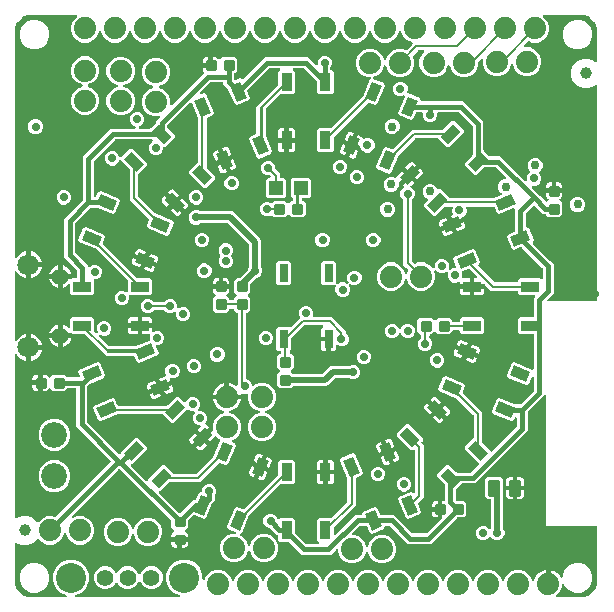
<source format=gtl>
G04 EAGLE Gerber RS-274X export*
G75*
%MOMM*%
%FSLAX34Y34*%
%LPD*%
%INTop Copper*%
%IPPOS*%
%AMOC8*
5,1,8,0,0,1.08239X$1,22.5*%
G01*
%ADD10C,1.000000*%
%ADD11C,0.254000*%
%ADD12C,0.222250*%
%ADD13R,1.200000X1.200000*%
%ADD14C,2.184400*%
%ADD15R,1.500000X0.900000*%
%ADD16R,0.900000X1.500000*%
%ADD17C,1.879600*%
%ADD18C,1.422400*%
%ADD19C,2.540000*%
%ADD20R,0.762000X1.524000*%
%ADD21C,1.408000*%
%ADD22C,1.800000*%
%ADD23C,0.706400*%
%ADD24C,0.508000*%
%ADD25C,0.203200*%
%ADD26C,0.200000*%
%ADD27C,0.756400*%
%ADD28C,0.152400*%
%ADD29C,0.406400*%

G36*
X51466Y4315D02*
X51466Y4315D01*
X51552Y4317D01*
X51606Y4335D01*
X51662Y4343D01*
X51741Y4378D01*
X51823Y4404D01*
X51870Y4436D01*
X51922Y4459D01*
X51987Y4514D01*
X52059Y4562D01*
X52095Y4606D01*
X52139Y4642D01*
X52186Y4714D01*
X52242Y4780D01*
X52265Y4832D01*
X52296Y4879D01*
X52322Y4961D01*
X52357Y5040D01*
X52365Y5096D01*
X52382Y5150D01*
X52384Y5236D01*
X52396Y5321D01*
X52388Y5377D01*
X52389Y5434D01*
X52368Y5517D01*
X52355Y5602D01*
X52332Y5654D01*
X52318Y5709D01*
X52274Y5783D01*
X52238Y5862D01*
X52201Y5905D01*
X52172Y5954D01*
X52110Y6013D01*
X52054Y6078D01*
X52012Y6104D01*
X51965Y6148D01*
X51836Y6214D01*
X51769Y6256D01*
X47367Y8080D01*
X43080Y12367D01*
X40759Y17968D01*
X40759Y24032D01*
X43080Y29633D01*
X47367Y33920D01*
X52968Y36241D01*
X59032Y36241D01*
X64633Y33920D01*
X68920Y29633D01*
X71241Y24032D01*
X71241Y17968D01*
X68920Y12367D01*
X64633Y8080D01*
X60231Y6256D01*
X60157Y6212D01*
X60078Y6177D01*
X60035Y6140D01*
X59986Y6111D01*
X59927Y6049D01*
X59861Y5993D01*
X59830Y5946D01*
X59791Y5905D01*
X59751Y5828D01*
X59704Y5757D01*
X59686Y5703D01*
X59660Y5652D01*
X59644Y5568D01*
X59618Y5486D01*
X59616Y5429D01*
X59605Y5373D01*
X59613Y5288D01*
X59611Y5202D01*
X59625Y5147D01*
X59630Y5090D01*
X59661Y5010D01*
X59682Y4927D01*
X59711Y4878D01*
X59732Y4825D01*
X59784Y4756D01*
X59828Y4682D01*
X59869Y4643D01*
X59903Y4598D01*
X59972Y4546D01*
X60035Y4488D01*
X60086Y4462D01*
X60131Y4428D01*
X60212Y4397D01*
X60288Y4358D01*
X60337Y4350D01*
X60397Y4327D01*
X60542Y4316D01*
X60619Y4303D01*
X147381Y4303D01*
X147466Y4315D01*
X147552Y4317D01*
X147606Y4335D01*
X147662Y4343D01*
X147741Y4378D01*
X147823Y4404D01*
X147870Y4436D01*
X147922Y4459D01*
X147987Y4514D01*
X148059Y4562D01*
X148095Y4606D01*
X148139Y4642D01*
X148186Y4714D01*
X148242Y4780D01*
X148265Y4832D01*
X148296Y4879D01*
X148322Y4961D01*
X148357Y5040D01*
X148365Y5096D01*
X148382Y5150D01*
X148384Y5236D01*
X148396Y5321D01*
X148388Y5377D01*
X148389Y5434D01*
X148368Y5517D01*
X148355Y5602D01*
X148332Y5654D01*
X148318Y5709D01*
X148274Y5783D01*
X148238Y5862D01*
X148201Y5905D01*
X148172Y5954D01*
X148110Y6013D01*
X148054Y6078D01*
X148012Y6104D01*
X147965Y6148D01*
X147836Y6214D01*
X147769Y6256D01*
X143367Y8080D01*
X139080Y12367D01*
X136759Y17968D01*
X136759Y24032D01*
X139080Y29633D01*
X143367Y33920D01*
X148968Y36241D01*
X155032Y36241D01*
X160633Y33920D01*
X164920Y29633D01*
X167241Y24032D01*
X167241Y20049D01*
X167253Y19964D01*
X167255Y19878D01*
X167273Y19824D01*
X167281Y19768D01*
X167316Y19689D01*
X167342Y19608D01*
X167374Y19560D01*
X167397Y19508D01*
X167452Y19443D01*
X167500Y19371D01*
X167544Y19335D01*
X167580Y19291D01*
X167652Y19244D01*
X167718Y19188D01*
X167770Y19165D01*
X167817Y19134D01*
X167899Y19108D01*
X167978Y19073D01*
X168034Y19065D01*
X168088Y19048D01*
X168174Y19046D01*
X168259Y19034D01*
X168315Y19042D01*
X168372Y19041D01*
X168455Y19062D01*
X168540Y19075D01*
X168592Y19098D01*
X168647Y19113D01*
X168721Y19156D01*
X168800Y19192D01*
X168843Y19229D01*
X168892Y19258D01*
X168951Y19320D01*
X169016Y19376D01*
X169042Y19418D01*
X169086Y19465D01*
X169152Y19594D01*
X169194Y19661D01*
X170479Y22763D01*
X173837Y26121D01*
X178225Y27939D01*
X182975Y27939D01*
X187363Y26121D01*
X190721Y22763D01*
X192362Y18801D01*
X192377Y18776D01*
X192386Y18748D01*
X192449Y18654D01*
X192507Y18557D01*
X192528Y18536D01*
X192544Y18512D01*
X192631Y18439D01*
X192713Y18361D01*
X192739Y18348D01*
X192762Y18329D01*
X192865Y18283D01*
X192966Y18231D01*
X192995Y18226D01*
X193022Y18214D01*
X193134Y18198D01*
X193245Y18176D01*
X193274Y18179D01*
X193303Y18175D01*
X193415Y18191D01*
X193528Y18201D01*
X193555Y18211D01*
X193585Y18215D01*
X193688Y18262D01*
X193793Y18303D01*
X193817Y18320D01*
X193844Y18332D01*
X193930Y18406D01*
X194020Y18474D01*
X194038Y18498D01*
X194060Y18517D01*
X194102Y18583D01*
X194190Y18702D01*
X194212Y18761D01*
X194238Y18801D01*
X195879Y22763D01*
X199237Y26121D01*
X203625Y27939D01*
X208375Y27939D01*
X212763Y26121D01*
X216121Y22763D01*
X217762Y18801D01*
X217777Y18776D01*
X217786Y18748D01*
X217849Y18654D01*
X217907Y18557D01*
X217928Y18536D01*
X217944Y18512D01*
X218031Y18439D01*
X218113Y18361D01*
X218139Y18348D01*
X218162Y18329D01*
X218265Y18283D01*
X218366Y18231D01*
X218395Y18226D01*
X218422Y18214D01*
X218534Y18198D01*
X218645Y18176D01*
X218674Y18179D01*
X218703Y18175D01*
X218815Y18191D01*
X218928Y18201D01*
X218955Y18211D01*
X218985Y18215D01*
X219088Y18262D01*
X219193Y18303D01*
X219217Y18320D01*
X219244Y18332D01*
X219330Y18406D01*
X219420Y18474D01*
X219438Y18498D01*
X219460Y18517D01*
X219502Y18583D01*
X219590Y18702D01*
X219612Y18761D01*
X219638Y18801D01*
X221279Y22763D01*
X224637Y26121D01*
X229025Y27939D01*
X233775Y27939D01*
X238163Y26121D01*
X241521Y22763D01*
X243162Y18801D01*
X243177Y18776D01*
X243186Y18748D01*
X243249Y18654D01*
X243307Y18557D01*
X243328Y18536D01*
X243344Y18512D01*
X243431Y18439D01*
X243513Y18361D01*
X243539Y18348D01*
X243562Y18329D01*
X243665Y18283D01*
X243766Y18231D01*
X243795Y18226D01*
X243822Y18214D01*
X243934Y18198D01*
X244045Y18176D01*
X244074Y18179D01*
X244103Y18175D01*
X244215Y18191D01*
X244328Y18201D01*
X244355Y18211D01*
X244385Y18215D01*
X244488Y18262D01*
X244593Y18303D01*
X244617Y18320D01*
X244644Y18332D01*
X244730Y18406D01*
X244820Y18474D01*
X244838Y18498D01*
X244860Y18517D01*
X244902Y18583D01*
X244990Y18702D01*
X245012Y18761D01*
X245038Y18801D01*
X246679Y22763D01*
X250037Y26121D01*
X254425Y27939D01*
X259175Y27939D01*
X263563Y26121D01*
X266921Y22763D01*
X268562Y18801D01*
X268577Y18776D01*
X268586Y18748D01*
X268649Y18654D01*
X268707Y18557D01*
X268728Y18536D01*
X268744Y18512D01*
X268831Y18439D01*
X268913Y18361D01*
X268939Y18348D01*
X268962Y18329D01*
X269065Y18283D01*
X269166Y18231D01*
X269195Y18226D01*
X269222Y18214D01*
X269334Y18198D01*
X269445Y18176D01*
X269474Y18179D01*
X269503Y18175D01*
X269615Y18191D01*
X269728Y18201D01*
X269755Y18211D01*
X269785Y18215D01*
X269888Y18262D01*
X269993Y18303D01*
X270017Y18320D01*
X270044Y18332D01*
X270130Y18406D01*
X270220Y18474D01*
X270238Y18498D01*
X270260Y18517D01*
X270302Y18583D01*
X270390Y18702D01*
X270412Y18761D01*
X270438Y18801D01*
X272079Y22763D01*
X275437Y26121D01*
X279825Y27939D01*
X284575Y27939D01*
X288963Y26121D01*
X292321Y22763D01*
X293962Y18801D01*
X293977Y18776D01*
X293986Y18748D01*
X294049Y18654D01*
X294107Y18557D01*
X294128Y18536D01*
X294144Y18512D01*
X294231Y18439D01*
X294313Y18361D01*
X294339Y18348D01*
X294362Y18329D01*
X294465Y18283D01*
X294566Y18231D01*
X294595Y18226D01*
X294622Y18214D01*
X294734Y18198D01*
X294845Y18176D01*
X294874Y18179D01*
X294903Y18175D01*
X295015Y18191D01*
X295128Y18201D01*
X295155Y18211D01*
X295185Y18215D01*
X295288Y18262D01*
X295393Y18303D01*
X295417Y18320D01*
X295444Y18332D01*
X295530Y18406D01*
X295620Y18474D01*
X295638Y18498D01*
X295660Y18517D01*
X295702Y18583D01*
X295790Y18702D01*
X295812Y18761D01*
X295838Y18801D01*
X297479Y22763D01*
X300837Y26121D01*
X305225Y27939D01*
X309975Y27939D01*
X314363Y26121D01*
X317721Y22763D01*
X319362Y18801D01*
X319377Y18776D01*
X319386Y18748D01*
X319449Y18654D01*
X319507Y18557D01*
X319528Y18536D01*
X319544Y18512D01*
X319631Y18439D01*
X319713Y18361D01*
X319739Y18348D01*
X319762Y18329D01*
X319865Y18283D01*
X319966Y18231D01*
X319995Y18225D01*
X320022Y18214D01*
X320134Y18198D01*
X320245Y18176D01*
X320274Y18179D01*
X320303Y18175D01*
X320415Y18191D01*
X320528Y18201D01*
X320555Y18211D01*
X320585Y18215D01*
X320688Y18262D01*
X320793Y18303D01*
X320817Y18320D01*
X320844Y18332D01*
X320930Y18406D01*
X321020Y18474D01*
X321038Y18498D01*
X321060Y18517D01*
X321102Y18583D01*
X321190Y18702D01*
X321212Y18760D01*
X321238Y18801D01*
X322879Y22763D01*
X326237Y26121D01*
X330625Y27939D01*
X335375Y27939D01*
X339763Y26121D01*
X343121Y22763D01*
X344762Y18801D01*
X344777Y18776D01*
X344786Y18748D01*
X344849Y18654D01*
X344907Y18557D01*
X344928Y18536D01*
X344944Y18512D01*
X345031Y18439D01*
X345113Y18361D01*
X345139Y18348D01*
X345162Y18329D01*
X345265Y18283D01*
X345366Y18231D01*
X345395Y18225D01*
X345422Y18214D01*
X345534Y18198D01*
X345645Y18176D01*
X345674Y18179D01*
X345703Y18175D01*
X345815Y18191D01*
X345928Y18201D01*
X345955Y18211D01*
X345985Y18215D01*
X346088Y18262D01*
X346193Y18303D01*
X346217Y18320D01*
X346244Y18332D01*
X346330Y18406D01*
X346420Y18474D01*
X346438Y18498D01*
X346460Y18517D01*
X346502Y18583D01*
X346590Y18702D01*
X346612Y18760D01*
X346638Y18801D01*
X348279Y22763D01*
X351637Y26121D01*
X356025Y27939D01*
X360775Y27939D01*
X365163Y26121D01*
X368521Y22763D01*
X370162Y18801D01*
X370177Y18776D01*
X370186Y18748D01*
X370249Y18654D01*
X370307Y18557D01*
X370328Y18536D01*
X370344Y18512D01*
X370431Y18439D01*
X370513Y18361D01*
X370539Y18348D01*
X370562Y18329D01*
X370665Y18283D01*
X370766Y18231D01*
X370795Y18225D01*
X370822Y18214D01*
X370934Y18198D01*
X371045Y18176D01*
X371074Y18179D01*
X371103Y18175D01*
X371215Y18191D01*
X371328Y18201D01*
X371355Y18211D01*
X371385Y18215D01*
X371488Y18262D01*
X371593Y18303D01*
X371617Y18320D01*
X371644Y18332D01*
X371730Y18406D01*
X371820Y18474D01*
X371838Y18498D01*
X371860Y18517D01*
X371902Y18583D01*
X371990Y18702D01*
X372012Y18760D01*
X372038Y18801D01*
X373679Y22763D01*
X377037Y26121D01*
X381425Y27939D01*
X386175Y27939D01*
X390563Y26121D01*
X393921Y22763D01*
X395562Y18801D01*
X395577Y18776D01*
X395586Y18748D01*
X395649Y18654D01*
X395707Y18557D01*
X395728Y18536D01*
X395744Y18512D01*
X395831Y18439D01*
X395913Y18361D01*
X395939Y18348D01*
X395962Y18329D01*
X396065Y18283D01*
X396166Y18231D01*
X396195Y18225D01*
X396222Y18214D01*
X396334Y18198D01*
X396445Y18176D01*
X396474Y18179D01*
X396503Y18175D01*
X396615Y18191D01*
X396728Y18201D01*
X396755Y18211D01*
X396785Y18215D01*
X396888Y18262D01*
X396993Y18303D01*
X397017Y18320D01*
X397044Y18332D01*
X397130Y18406D01*
X397220Y18474D01*
X397238Y18498D01*
X397260Y18517D01*
X397302Y18583D01*
X397390Y18702D01*
X397412Y18760D01*
X397438Y18801D01*
X399079Y22763D01*
X402437Y26121D01*
X406825Y27939D01*
X411575Y27939D01*
X415963Y26121D01*
X419321Y22763D01*
X420962Y18801D01*
X420977Y18776D01*
X420986Y18748D01*
X421049Y18654D01*
X421107Y18557D01*
X421128Y18536D01*
X421144Y18512D01*
X421231Y18439D01*
X421313Y18361D01*
X421339Y18348D01*
X421362Y18329D01*
X421465Y18283D01*
X421566Y18231D01*
X421595Y18225D01*
X421622Y18214D01*
X421734Y18198D01*
X421845Y18176D01*
X421874Y18179D01*
X421903Y18175D01*
X422015Y18191D01*
X422128Y18201D01*
X422155Y18211D01*
X422185Y18215D01*
X422288Y18262D01*
X422393Y18303D01*
X422417Y18320D01*
X422444Y18332D01*
X422530Y18406D01*
X422620Y18474D01*
X422638Y18498D01*
X422660Y18517D01*
X422702Y18583D01*
X422790Y18702D01*
X422812Y18760D01*
X422838Y18801D01*
X424479Y22763D01*
X427837Y26121D01*
X432225Y27939D01*
X436975Y27939D01*
X441363Y26121D01*
X444721Y22763D01*
X446427Y18645D01*
X446447Y18610D01*
X446460Y18572D01*
X446478Y18548D01*
X446488Y18521D01*
X446533Y18465D01*
X446571Y18400D01*
X446601Y18372D01*
X446624Y18339D01*
X446647Y18320D01*
X446665Y18298D01*
X446723Y18257D01*
X446778Y18205D01*
X446814Y18186D01*
X446845Y18161D01*
X446873Y18149D01*
X446896Y18133D01*
X446963Y18109D01*
X447031Y18074D01*
X447070Y18067D01*
X447107Y18051D01*
X447138Y18048D01*
X447164Y18038D01*
X447235Y18034D01*
X447310Y18019D01*
X447350Y18023D01*
X447390Y18018D01*
X447420Y18023D01*
X447448Y18022D01*
X447517Y18037D01*
X447593Y18044D01*
X447630Y18058D01*
X447670Y18065D01*
X447698Y18078D01*
X447725Y18084D01*
X447788Y18119D01*
X447858Y18146D01*
X447890Y18170D01*
X447926Y18187D01*
X447949Y18208D01*
X447974Y18221D01*
X448025Y18272D01*
X448085Y18317D01*
X448109Y18349D01*
X448139Y18376D01*
X448155Y18402D01*
X448175Y18422D01*
X448204Y18476D01*
X448255Y18545D01*
X448269Y18583D01*
X448291Y18616D01*
X448305Y18671D01*
X448331Y18720D01*
X448936Y20583D01*
X449789Y22257D01*
X450894Y23778D01*
X452222Y25106D01*
X453743Y26211D01*
X455417Y27064D01*
X457204Y27645D01*
X457969Y27766D01*
X457969Y17016D01*
X457977Y16958D01*
X457975Y16900D01*
X457997Y16818D01*
X458009Y16735D01*
X458033Y16681D01*
X458047Y16625D01*
X458090Y16552D01*
X458125Y16475D01*
X458163Y16431D01*
X458193Y16380D01*
X458254Y16323D01*
X458309Y16258D01*
X458357Y16226D01*
X458400Y16186D01*
X458475Y16147D01*
X458545Y16101D01*
X458601Y16083D01*
X458653Y16056D01*
X458721Y16045D01*
X458816Y16015D01*
X458916Y16012D01*
X458984Y16001D01*
X461016Y16001D01*
X461074Y16009D01*
X461132Y16008D01*
X461214Y16029D01*
X461297Y16041D01*
X461351Y16065D01*
X461407Y16079D01*
X461480Y16122D01*
X461557Y16157D01*
X461602Y16195D01*
X461652Y16225D01*
X461710Y16286D01*
X461774Y16341D01*
X461806Y16389D01*
X461846Y16432D01*
X461885Y16507D01*
X461931Y16577D01*
X461949Y16633D01*
X461976Y16685D01*
X461987Y16753D01*
X462017Y16848D01*
X462020Y16948D01*
X462031Y17016D01*
X462031Y27766D01*
X462796Y27645D01*
X464583Y27064D01*
X466257Y26211D01*
X467778Y25106D01*
X469106Y23778D01*
X470211Y22257D01*
X470539Y21613D01*
X470566Y21575D01*
X470585Y21533D01*
X470647Y21459D01*
X470703Y21380D01*
X470739Y21351D01*
X470769Y21316D01*
X470849Y21262D01*
X470924Y21201D01*
X470967Y21184D01*
X471005Y21158D01*
X471097Y21129D01*
X471186Y21091D01*
X471232Y21086D01*
X471276Y21072D01*
X471373Y21070D01*
X471469Y21058D01*
X471514Y21066D01*
X471560Y21065D01*
X471654Y21089D01*
X471749Y21105D01*
X471791Y21125D01*
X471835Y21137D01*
X471918Y21186D01*
X472006Y21228D01*
X472040Y21258D01*
X472080Y21282D01*
X472146Y21352D01*
X472218Y21416D01*
X472243Y21456D01*
X472274Y21489D01*
X472318Y21575D01*
X472370Y21657D01*
X472383Y21701D01*
X472404Y21742D01*
X472416Y21817D01*
X472449Y21930D01*
X472449Y22013D01*
X472459Y22073D01*
X472459Y23494D01*
X474369Y28104D01*
X477896Y31631D01*
X482506Y33541D01*
X487494Y33541D01*
X492104Y31631D01*
X495631Y28104D01*
X497541Y23494D01*
X497541Y18506D01*
X495631Y13896D01*
X492104Y10369D01*
X487494Y8459D01*
X482506Y8459D01*
X477896Y10369D01*
X474368Y13896D01*
X473855Y15136D01*
X473852Y15141D01*
X473850Y15147D01*
X473780Y15264D01*
X473711Y15381D01*
X473706Y15385D01*
X473703Y15390D01*
X473603Y15483D01*
X473504Y15576D01*
X473498Y15579D01*
X473494Y15583D01*
X473372Y15644D01*
X473251Y15706D01*
X473245Y15707D01*
X473239Y15710D01*
X473106Y15735D01*
X472972Y15761D01*
X472966Y15761D01*
X472960Y15762D01*
X472824Y15748D01*
X472689Y15737D01*
X472683Y15734D01*
X472677Y15734D01*
X472550Y15683D01*
X472424Y15635D01*
X472419Y15631D01*
X472413Y15629D01*
X472305Y15545D01*
X472197Y15463D01*
X472193Y15458D01*
X472188Y15454D01*
X472108Y15344D01*
X472027Y15235D01*
X472025Y15229D01*
X472021Y15224D01*
X472007Y15183D01*
X471926Y14969D01*
X471923Y14934D01*
X471914Y14906D01*
X471645Y13204D01*
X471064Y11417D01*
X470211Y9743D01*
X469106Y8222D01*
X467778Y6894D01*
X466739Y6139D01*
X466661Y6064D01*
X466578Y5993D01*
X466559Y5965D01*
X466535Y5942D01*
X466481Y5847D01*
X466421Y5757D01*
X466410Y5724D01*
X466393Y5695D01*
X466368Y5590D01*
X466335Y5486D01*
X466334Y5452D01*
X466326Y5419D01*
X466330Y5310D01*
X466327Y5202D01*
X466336Y5169D01*
X466337Y5135D01*
X466372Y5032D01*
X466399Y4927D01*
X466417Y4897D01*
X466427Y4865D01*
X466489Y4776D01*
X466545Y4682D01*
X466569Y4659D01*
X466588Y4631D01*
X466673Y4562D01*
X466752Y4488D01*
X466782Y4472D01*
X466808Y4451D01*
X466908Y4408D01*
X467005Y4358D01*
X467035Y4353D01*
X467069Y4338D01*
X467286Y4311D01*
X467336Y4303D01*
X487929Y4303D01*
X487985Y4311D01*
X488028Y4308D01*
X490516Y4553D01*
X490793Y4620D01*
X490799Y4624D01*
X490805Y4625D01*
X495403Y6529D01*
X495429Y6545D01*
X495459Y6555D01*
X495523Y6600D01*
X495648Y6674D01*
X495692Y6721D01*
X495732Y6749D01*
X499251Y10268D01*
X499269Y10293D01*
X499293Y10313D01*
X499335Y10379D01*
X499422Y10495D01*
X499444Y10555D01*
X499471Y10597D01*
X501375Y15194D01*
X501446Y15470D01*
X501446Y15477D01*
X501447Y15484D01*
X501692Y17972D01*
X501690Y18028D01*
X501697Y18071D01*
X501697Y63500D01*
X501689Y63558D01*
X501691Y63616D01*
X501669Y63698D01*
X501657Y63782D01*
X501634Y63835D01*
X501619Y63891D01*
X501576Y63964D01*
X501541Y64041D01*
X501503Y64086D01*
X501474Y64136D01*
X501412Y64194D01*
X501358Y64258D01*
X501309Y64290D01*
X501266Y64330D01*
X501191Y64369D01*
X501121Y64416D01*
X501065Y64433D01*
X501013Y64460D01*
X500945Y64471D01*
X500850Y64501D01*
X500750Y64504D01*
X500682Y64515D01*
X458515Y64515D01*
X458515Y174597D01*
X458511Y174626D01*
X458514Y174656D01*
X458491Y174767D01*
X458475Y174879D01*
X458463Y174906D01*
X458458Y174934D01*
X458406Y175035D01*
X458359Y175138D01*
X458340Y175161D01*
X458327Y175187D01*
X458249Y175269D01*
X458176Y175355D01*
X458151Y175372D01*
X458131Y175393D01*
X458033Y175450D01*
X457939Y175513D01*
X457911Y175522D01*
X457886Y175537D01*
X457776Y175564D01*
X457668Y175599D01*
X457638Y175599D01*
X457610Y175607D01*
X457497Y175603D01*
X457384Y175606D01*
X457355Y175599D01*
X457326Y175598D01*
X457218Y175563D01*
X457109Y175534D01*
X457083Y175519D01*
X457055Y175510D01*
X456992Y175465D01*
X456864Y175389D01*
X456821Y175343D01*
X456782Y175315D01*
X443108Y161641D01*
X443055Y161571D01*
X442995Y161507D01*
X442970Y161458D01*
X442937Y161414D01*
X442906Y161332D01*
X442866Y161254D01*
X442858Y161206D01*
X442835Y161148D01*
X442823Y161000D01*
X442810Y160923D01*
X442810Y145343D01*
X439834Y142367D01*
X401206Y103739D01*
X398230Y100763D01*
X387377Y100763D01*
X387290Y100751D01*
X387203Y100748D01*
X387150Y100731D01*
X387096Y100723D01*
X387016Y100688D01*
X386932Y100661D01*
X386893Y100633D01*
X386836Y100607D01*
X386723Y100511D01*
X386659Y100466D01*
X382200Y96006D01*
X382147Y95936D01*
X382087Y95873D01*
X382062Y95823D01*
X382029Y95779D01*
X381998Y95697D01*
X381958Y95619D01*
X381950Y95572D01*
X381927Y95513D01*
X381915Y95366D01*
X381902Y95288D01*
X381902Y87605D01*
X381914Y87519D01*
X381917Y87431D01*
X381934Y87378D01*
X381942Y87324D01*
X381978Y87244D01*
X382005Y87161D01*
X382033Y87121D01*
X382058Y87064D01*
X382154Y86951D01*
X382177Y86919D01*
X382178Y86917D01*
X382179Y86917D01*
X382200Y86887D01*
X382804Y86283D01*
X382873Y86231D01*
X382937Y86171D01*
X382987Y86145D01*
X383031Y86112D01*
X383113Y86081D01*
X383191Y86041D01*
X383238Y86033D01*
X383297Y86011D01*
X383444Y85999D01*
X383522Y85986D01*
X388466Y85986D01*
X390606Y83846D01*
X390606Y74154D01*
X388466Y72014D01*
X383522Y72014D01*
X383435Y72002D01*
X383348Y71999D01*
X383295Y71982D01*
X383240Y71974D01*
X383160Y71939D01*
X383077Y71912D01*
X383038Y71884D01*
X382981Y71858D01*
X382868Y71762D01*
X382804Y71717D01*
X360514Y49427D01*
X341106Y49427D01*
X325793Y64740D01*
X325723Y64793D01*
X325659Y64853D01*
X325610Y64878D01*
X325565Y64911D01*
X325484Y64942D01*
X325406Y64982D01*
X325358Y64990D01*
X325300Y65013D01*
X325152Y65025D01*
X325075Y65038D01*
X322993Y65038D01*
X322992Y65038D01*
X322990Y65038D01*
X322850Y65018D01*
X322712Y64998D01*
X322710Y64997D01*
X322709Y64997D01*
X322583Y64940D01*
X322452Y64882D01*
X322451Y64881D01*
X322450Y64880D01*
X322343Y64789D01*
X322235Y64698D01*
X322234Y64697D01*
X322233Y64696D01*
X322225Y64683D01*
X322078Y64461D01*
X322068Y64432D01*
X322055Y64411D01*
X321247Y62459D01*
X310987Y58209D01*
X309043Y59015D01*
X306807Y64411D01*
X306807Y64413D01*
X306806Y64414D01*
X306736Y64532D01*
X306663Y64656D01*
X306662Y64657D01*
X306661Y64658D01*
X306557Y64756D01*
X306456Y64851D01*
X306455Y64852D01*
X306454Y64853D01*
X306328Y64917D01*
X306203Y64981D01*
X306202Y64982D01*
X306200Y64982D01*
X306185Y64985D01*
X305925Y65036D01*
X305894Y65034D01*
X305869Y65038D01*
X300925Y65038D01*
X300839Y65026D01*
X300751Y65023D01*
X300699Y65006D01*
X300644Y64998D01*
X300564Y64962D01*
X300481Y64935D01*
X300441Y64907D01*
X300384Y64882D01*
X300271Y64786D01*
X300207Y64740D01*
X294139Y58672D01*
X294121Y58648D01*
X294099Y58629D01*
X294036Y58535D01*
X293968Y58445D01*
X293957Y58417D01*
X293941Y58393D01*
X293907Y58285D01*
X293867Y58179D01*
X293864Y58150D01*
X293855Y58122D01*
X293852Y58008D01*
X293843Y57896D01*
X293849Y57867D01*
X293848Y57838D01*
X293877Y57728D01*
X293899Y57617D01*
X293912Y57591D01*
X293920Y57563D01*
X293978Y57465D01*
X294030Y57365D01*
X294050Y57343D01*
X294065Y57318D01*
X294148Y57241D01*
X294226Y57159D01*
X294251Y57144D01*
X294272Y57124D01*
X294373Y57072D01*
X294471Y57015D01*
X294499Y57008D01*
X294526Y56994D01*
X294603Y56981D01*
X294746Y56945D01*
X294809Y56947D01*
X294857Y56939D01*
X296375Y56939D01*
X300763Y55121D01*
X304121Y51763D01*
X305762Y47801D01*
X305777Y47776D01*
X305786Y47748D01*
X305849Y47654D01*
X305907Y47557D01*
X305928Y47536D01*
X305944Y47512D01*
X306031Y47439D01*
X306113Y47361D01*
X306139Y47348D01*
X306162Y47329D01*
X306265Y47283D01*
X306366Y47231D01*
X306395Y47225D01*
X306422Y47214D01*
X306534Y47198D01*
X306645Y47176D01*
X306674Y47179D01*
X306703Y47175D01*
X306815Y47191D01*
X306928Y47201D01*
X306955Y47211D01*
X306985Y47215D01*
X307088Y47262D01*
X307193Y47303D01*
X307217Y47320D01*
X307244Y47332D01*
X307330Y47406D01*
X307420Y47474D01*
X307438Y47498D01*
X307460Y47517D01*
X307502Y47583D01*
X307590Y47702D01*
X307612Y47760D01*
X307638Y47801D01*
X309279Y51763D01*
X312637Y55121D01*
X317025Y56939D01*
X321775Y56939D01*
X326163Y55121D01*
X329521Y51763D01*
X331339Y47375D01*
X331339Y42625D01*
X329521Y38237D01*
X326163Y34879D01*
X321775Y33061D01*
X317025Y33061D01*
X312637Y34879D01*
X309279Y38237D01*
X307638Y42199D01*
X307623Y42224D01*
X307614Y42252D01*
X307551Y42346D01*
X307493Y42443D01*
X307472Y42464D01*
X307456Y42488D01*
X307369Y42561D01*
X307287Y42639D01*
X307261Y42652D01*
X307238Y42671D01*
X307135Y42717D01*
X307034Y42769D01*
X307005Y42775D01*
X306978Y42786D01*
X306866Y42802D01*
X306755Y42824D01*
X306726Y42821D01*
X306697Y42825D01*
X306585Y42809D01*
X306472Y42799D01*
X306445Y42789D01*
X306416Y42785D01*
X306312Y42738D01*
X306207Y42697D01*
X306183Y42680D01*
X306156Y42668D01*
X306070Y42594D01*
X305980Y42526D01*
X305962Y42502D01*
X305940Y42483D01*
X305898Y42417D01*
X305810Y42298D01*
X305788Y42240D01*
X305762Y42199D01*
X304121Y38237D01*
X300763Y34879D01*
X296375Y33061D01*
X291625Y33061D01*
X287237Y34879D01*
X283879Y38237D01*
X282061Y42625D01*
X282061Y44143D01*
X282057Y44173D01*
X282060Y44202D01*
X282037Y44313D01*
X282021Y44425D01*
X282009Y44452D01*
X282004Y44480D01*
X281952Y44581D01*
X281905Y44684D01*
X281886Y44707D01*
X281873Y44733D01*
X281795Y44815D01*
X281722Y44901D01*
X281697Y44918D01*
X281677Y44939D01*
X281579Y44996D01*
X281485Y45059D01*
X281457Y45068D01*
X281432Y45083D01*
X281322Y45110D01*
X281214Y45145D01*
X281184Y45145D01*
X281156Y45153D01*
X281043Y45149D01*
X280930Y45152D01*
X280901Y45145D01*
X280872Y45144D01*
X280764Y45109D01*
X280655Y45080D01*
X280629Y45065D01*
X280601Y45056D01*
X280538Y45011D01*
X280410Y44935D01*
X280367Y44889D01*
X280328Y44861D01*
X275894Y40427D01*
X251106Y40427D01*
X240371Y51162D01*
X240301Y51214D01*
X240238Y51274D01*
X240188Y51300D01*
X240144Y51333D01*
X240062Y51364D01*
X239984Y51404D01*
X239937Y51412D01*
X239878Y51434D01*
X239731Y51446D01*
X239653Y51459D01*
X232948Y51459D01*
X231629Y52778D01*
X231561Y52829D01*
X231498Y52888D01*
X231447Y52914D01*
X231422Y52933D01*
X231435Y52966D01*
X231446Y53110D01*
X231459Y53188D01*
X231459Y55912D01*
X231451Y55970D01*
X231453Y56028D01*
X231431Y56110D01*
X231419Y56194D01*
X231396Y56247D01*
X231381Y56303D01*
X231338Y56376D01*
X231303Y56453D01*
X231265Y56498D01*
X231236Y56548D01*
X231174Y56606D01*
X231120Y56670D01*
X231071Y56702D01*
X231028Y56742D01*
X230953Y56781D01*
X230883Y56828D01*
X230827Y56845D01*
X230775Y56872D01*
X230707Y56883D01*
X230624Y56910D01*
X224903Y62630D01*
X224833Y62682D01*
X224770Y62742D01*
X224720Y62768D01*
X224676Y62801D01*
X224594Y62832D01*
X224516Y62872D01*
X224469Y62880D01*
X224410Y62902D01*
X224263Y62914D01*
X224185Y62927D01*
X223792Y62927D01*
X221560Y63852D01*
X219852Y65560D01*
X218927Y67792D01*
X218927Y70208D01*
X219852Y72440D01*
X221560Y74148D01*
X223792Y75073D01*
X226208Y75073D01*
X228440Y74148D01*
X230148Y72440D01*
X230650Y71228D01*
X230708Y71130D01*
X230761Y71028D01*
X230780Y71007D01*
X230795Y70984D01*
X230878Y70905D01*
X230957Y70821D01*
X230981Y70807D01*
X231001Y70788D01*
X231103Y70736D01*
X231202Y70678D01*
X231229Y70671D01*
X231254Y70658D01*
X231367Y70636D01*
X231478Y70608D01*
X231506Y70609D01*
X231533Y70603D01*
X231647Y70613D01*
X231762Y70617D01*
X231788Y70625D01*
X231816Y70628D01*
X231923Y70669D01*
X232033Y70704D01*
X232053Y70719D01*
X232081Y70730D01*
X232294Y70891D01*
X232306Y70899D01*
X232308Y70901D01*
X232948Y71541D01*
X244052Y71541D01*
X245541Y70052D01*
X245541Y59347D01*
X245553Y59260D01*
X245556Y59173D01*
X245573Y59120D01*
X245581Y59065D01*
X245616Y58985D01*
X245643Y58902D01*
X245671Y58863D01*
X245697Y58806D01*
X245793Y58693D01*
X245838Y58629D01*
X254597Y49870D01*
X254667Y49818D01*
X254730Y49758D01*
X254780Y49732D01*
X254824Y49699D01*
X254906Y49668D01*
X254984Y49628D01*
X255031Y49620D01*
X255090Y49598D01*
X255237Y49586D01*
X255315Y49573D01*
X265383Y49573D01*
X265412Y49577D01*
X265441Y49574D01*
X265552Y49597D01*
X265665Y49613D01*
X265691Y49625D01*
X265720Y49630D01*
X265821Y49683D01*
X265924Y49729D01*
X265946Y49748D01*
X265972Y49761D01*
X266055Y49839D01*
X266141Y49912D01*
X266157Y49937D01*
X266179Y49957D01*
X266236Y50055D01*
X266299Y50149D01*
X266307Y50177D01*
X266322Y50202D01*
X266350Y50312D01*
X266384Y50420D01*
X266385Y50450D01*
X266392Y50478D01*
X266389Y50591D01*
X266392Y50704D01*
X266384Y50733D01*
X266383Y50762D01*
X266348Y50870D01*
X266320Y50979D01*
X266305Y51005D01*
X266296Y51033D01*
X266250Y51096D01*
X266175Y51224D01*
X266129Y51267D01*
X266101Y51306D01*
X264459Y52948D01*
X264459Y70052D01*
X265948Y71541D01*
X276090Y71541D01*
X276177Y71553D01*
X276264Y71556D01*
X276317Y71573D01*
X276372Y71581D01*
X276452Y71616D01*
X276535Y71643D01*
X276574Y71671D01*
X276631Y71697D01*
X276744Y71793D01*
X276808Y71838D01*
X289669Y84699D01*
X289721Y84769D01*
X289781Y84833D01*
X289807Y84882D01*
X289840Y84926D01*
X289871Y85008D01*
X289911Y85086D01*
X289919Y85133D01*
X289941Y85192D01*
X289953Y85339D01*
X289966Y85417D01*
X289966Y104867D01*
X289962Y104898D01*
X289964Y104929D01*
X289947Y105005D01*
X289926Y105149D01*
X289900Y105207D01*
X289889Y105256D01*
X283745Y120088D01*
X284551Y122032D01*
X294810Y126282D01*
X296755Y125476D01*
X303301Y109674D01*
X302495Y107729D01*
X297706Y105745D01*
X297705Y105745D01*
X297704Y105744D01*
X297628Y105700D01*
X297566Y105672D01*
X297531Y105642D01*
X297462Y105601D01*
X297461Y105600D01*
X297459Y105599D01*
X297378Y105512D01*
X297349Y105488D01*
X297335Y105467D01*
X297266Y105394D01*
X297266Y105393D01*
X297265Y105392D01*
X297200Y105266D01*
X297198Y105261D01*
X297191Y105251D01*
X297189Y105244D01*
X297136Y105142D01*
X297136Y105140D01*
X297135Y105139D01*
X297133Y105124D01*
X297081Y104863D01*
X297084Y104832D01*
X297080Y104808D01*
X297080Y82050D01*
X294699Y79669D01*
X278838Y63808D01*
X278786Y63738D01*
X278726Y63674D01*
X278700Y63625D01*
X278667Y63581D01*
X278636Y63499D01*
X278596Y63421D01*
X278588Y63374D01*
X278566Y63315D01*
X278554Y63168D01*
X278541Y63090D01*
X278541Y58459D01*
X278545Y58429D01*
X278542Y58400D01*
X278565Y58289D01*
X278581Y58177D01*
X278593Y58150D01*
X278598Y58122D01*
X278650Y58021D01*
X278697Y57918D01*
X278716Y57895D01*
X278729Y57869D01*
X278807Y57787D01*
X278880Y57701D01*
X278905Y57684D01*
X278925Y57663D01*
X279023Y57606D01*
X279117Y57543D01*
X279145Y57534D01*
X279170Y57519D01*
X279280Y57492D01*
X279388Y57457D01*
X279418Y57457D01*
X279446Y57449D01*
X279559Y57453D01*
X279672Y57450D01*
X279701Y57457D01*
X279730Y57458D01*
X279838Y57493D01*
X279947Y57522D01*
X279973Y57537D01*
X280001Y57546D01*
X280064Y57591D01*
X280192Y57667D01*
X280235Y57713D01*
X280274Y57741D01*
X296716Y74183D01*
X301556Y74183D01*
X301557Y74184D01*
X301559Y74183D01*
X301699Y74204D01*
X301837Y74223D01*
X301839Y74224D01*
X301840Y74224D01*
X301966Y74281D01*
X302097Y74339D01*
X302098Y74340D01*
X302099Y74341D01*
X302207Y74432D01*
X302314Y74523D01*
X302315Y74524D01*
X302316Y74525D01*
X302324Y74538D01*
X302471Y74760D01*
X302481Y74789D01*
X302494Y74810D01*
X303302Y76762D01*
X313562Y81012D01*
X315506Y80206D01*
X317742Y74810D01*
X317742Y74809D01*
X317743Y74807D01*
X317813Y74689D01*
X317886Y74565D01*
X317887Y74564D01*
X317888Y74563D01*
X317992Y74465D01*
X318093Y74370D01*
X318094Y74369D01*
X318095Y74368D01*
X318221Y74304D01*
X318346Y74240D01*
X318347Y74240D01*
X318349Y74239D01*
X318364Y74236D01*
X318624Y74185D01*
X318655Y74187D01*
X318680Y74183D01*
X329284Y74183D01*
X344597Y58870D01*
X344667Y58818D01*
X344730Y58758D01*
X344780Y58732D01*
X344824Y58699D01*
X344906Y58668D01*
X344984Y58628D01*
X345031Y58620D01*
X345090Y58598D01*
X345237Y58586D01*
X345315Y58573D01*
X356305Y58573D01*
X356392Y58585D01*
X356479Y58588D01*
X356532Y58605D01*
X356587Y58613D01*
X356667Y58648D01*
X356750Y58675D01*
X356789Y58703D01*
X356846Y58729D01*
X356959Y58825D01*
X357023Y58870D01*
X370114Y71961D01*
X370166Y72031D01*
X370226Y72094D01*
X370251Y72144D01*
X370285Y72188D01*
X370316Y72270D01*
X370356Y72347D01*
X370364Y72395D01*
X370386Y72453D01*
X370398Y72601D01*
X370411Y72679D01*
X370411Y77984D01*
X370403Y78042D01*
X370404Y78100D01*
X370383Y78182D01*
X370371Y78265D01*
X370347Y78319D01*
X370333Y78375D01*
X370290Y78448D01*
X370255Y78525D01*
X370217Y78569D01*
X370187Y78620D01*
X370126Y78677D01*
X370071Y78742D01*
X370023Y78774D01*
X369980Y78814D01*
X369905Y78853D01*
X369835Y78899D01*
X369779Y78917D01*
X369727Y78944D01*
X369659Y78955D01*
X369564Y78985D01*
X369464Y78988D01*
X369396Y78999D01*
X368379Y78999D01*
X368379Y79001D01*
X369396Y79001D01*
X369454Y79009D01*
X369512Y79008D01*
X369594Y79029D01*
X369677Y79041D01*
X369731Y79065D01*
X369787Y79079D01*
X369860Y79122D01*
X369937Y79157D01*
X369981Y79195D01*
X370032Y79225D01*
X370089Y79286D01*
X370154Y79341D01*
X370186Y79389D01*
X370226Y79432D01*
X370265Y79507D01*
X370311Y79577D01*
X370329Y79633D01*
X370356Y79685D01*
X370367Y79753D01*
X370397Y79848D01*
X370400Y79948D01*
X370411Y80016D01*
X370411Y85986D01*
X371741Y85986D01*
X371799Y85994D01*
X371858Y85992D01*
X371939Y86014D01*
X372023Y86026D01*
X372076Y86049D01*
X372133Y86064D01*
X372205Y86107D01*
X372282Y86142D01*
X372327Y86180D01*
X372377Y86209D01*
X372435Y86271D01*
X372499Y86325D01*
X372532Y86374D01*
X372572Y86417D01*
X372610Y86492D01*
X372657Y86562D01*
X372675Y86618D01*
X372701Y86670D01*
X372713Y86738D01*
X372743Y86833D01*
X372745Y86933D01*
X372757Y87001D01*
X372757Y99531D01*
X372744Y99618D01*
X372742Y99705D01*
X372725Y99758D01*
X372717Y99813D01*
X372681Y99892D01*
X372654Y99976D01*
X372626Y100015D01*
X372601Y100072D01*
X372505Y100185D01*
X372459Y100249D01*
X366303Y106405D01*
X366303Y108510D01*
X374156Y116362D01*
X376261Y116362D01*
X382416Y110206D01*
X382486Y110154D01*
X382550Y110094D01*
X382599Y110068D01*
X382644Y110035D01*
X382725Y110004D01*
X382803Y109964D01*
X382851Y109956D01*
X382909Y109934D01*
X383057Y109922D01*
X383134Y109909D01*
X394021Y109909D01*
X394108Y109921D01*
X394195Y109924D01*
X394248Y109941D01*
X394303Y109949D01*
X394383Y109984D01*
X394466Y110011D01*
X394505Y110039D01*
X394562Y110065D01*
X394676Y110161D01*
X394739Y110206D01*
X401237Y116704D01*
X401272Y116751D01*
X401315Y116791D01*
X401358Y116864D01*
X401408Y116931D01*
X401429Y116986D01*
X401459Y117036D01*
X401479Y117118D01*
X401510Y117197D01*
X401514Y117255D01*
X401529Y117312D01*
X401526Y117396D01*
X401533Y117480D01*
X401522Y117538D01*
X401520Y117596D01*
X401494Y117676D01*
X401477Y117759D01*
X401450Y117811D01*
X401432Y117867D01*
X401392Y117923D01*
X401346Y118011D01*
X401277Y118084D01*
X401237Y118140D01*
X389638Y129739D01*
X389638Y131844D01*
X396810Y139016D01*
X396862Y139086D01*
X396922Y139150D01*
X396948Y139199D01*
X396981Y139243D01*
X397012Y139325D01*
X397052Y139403D01*
X397060Y139451D01*
X397082Y139509D01*
X397094Y139657D01*
X397107Y139734D01*
X397107Y157922D01*
X397095Y158009D01*
X397092Y158096D01*
X397075Y158149D01*
X397067Y158203D01*
X397032Y158283D01*
X397005Y158366D01*
X396977Y158406D01*
X396951Y158463D01*
X396855Y158576D01*
X396810Y158640D01*
X383056Y172393D01*
X383032Y172412D01*
X383012Y172435D01*
X382945Y172477D01*
X382829Y172564D01*
X382769Y172587D01*
X382727Y172613D01*
X367895Y178757D01*
X367090Y180702D01*
X371339Y190961D01*
X373284Y191767D01*
X389087Y185221D01*
X389892Y183276D01*
X387908Y178488D01*
X387908Y178486D01*
X387907Y178485D01*
X387873Y178349D01*
X387838Y178212D01*
X387838Y178211D01*
X387837Y178209D01*
X387842Y178063D01*
X387846Y177928D01*
X387846Y177927D01*
X387846Y177925D01*
X387889Y177792D01*
X387932Y177657D01*
X387933Y177656D01*
X387934Y177655D01*
X387942Y177642D01*
X388091Y177421D01*
X388114Y177402D01*
X388129Y177381D01*
X404221Y161289D01*
X404221Y135491D01*
X404233Y135405D01*
X404236Y135317D01*
X404253Y135265D01*
X404261Y135210D01*
X404296Y135130D01*
X404323Y135047D01*
X404351Y135008D01*
X404377Y134950D01*
X404473Y134837D01*
X404518Y134774D01*
X411195Y128097D01*
X411241Y128062D01*
X411281Y128020D01*
X411354Y127977D01*
X411422Y127926D01*
X411476Y127905D01*
X411527Y127876D01*
X411608Y127855D01*
X411687Y127825D01*
X411746Y127820D01*
X411802Y127806D01*
X411887Y127808D01*
X411971Y127801D01*
X412028Y127813D01*
X412086Y127815D01*
X412167Y127841D01*
X412249Y127857D01*
X412301Y127884D01*
X412357Y127902D01*
X412413Y127942D01*
X412502Y127988D01*
X412574Y128057D01*
X412630Y128097D01*
X433367Y148834D01*
X433420Y148904D01*
X433480Y148968D01*
X433505Y149017D01*
X433538Y149061D01*
X433569Y149143D01*
X433609Y149221D01*
X433617Y149269D01*
X433639Y149327D01*
X433652Y149475D01*
X433665Y149552D01*
X433665Y155806D01*
X433653Y155891D01*
X433650Y155977D01*
X433633Y156031D01*
X433625Y156087D01*
X433590Y156166D01*
X433564Y156248D01*
X433532Y156295D01*
X433509Y156347D01*
X433453Y156412D01*
X433405Y156484D01*
X433362Y156520D01*
X433325Y156564D01*
X433254Y156611D01*
X433188Y156667D01*
X433136Y156690D01*
X433088Y156721D01*
X433006Y156747D01*
X432928Y156782D01*
X432872Y156790D01*
X432817Y156807D01*
X432731Y156809D01*
X432646Y156821D01*
X432590Y156813D01*
X432533Y156814D01*
X432450Y156793D01*
X432365Y156780D01*
X432313Y156757D01*
X432258Y156743D01*
X432184Y156699D01*
X432106Y156663D01*
X432063Y156626D01*
X432014Y156597D01*
X431955Y156535D01*
X431889Y156479D01*
X431863Y156437D01*
X431819Y156390D01*
X431753Y156261D01*
X431712Y156194D01*
X430912Y154265D01*
X428968Y153460D01*
X413165Y160006D01*
X412360Y161950D01*
X416609Y172210D01*
X418554Y173015D01*
X430933Y167887D01*
X430963Y167880D01*
X430990Y167866D01*
X431068Y167853D01*
X431208Y167817D01*
X431273Y167818D01*
X431321Y167810D01*
X435923Y167810D01*
X436009Y167822D01*
X436097Y167825D01*
X436150Y167842D01*
X436204Y167850D01*
X436284Y167886D01*
X436367Y167913D01*
X436407Y167941D01*
X436464Y167966D01*
X436577Y168062D01*
X436641Y168108D01*
X447630Y179097D01*
X447682Y179167D01*
X447742Y179230D01*
X447768Y179280D01*
X447801Y179324D01*
X447832Y179406D01*
X447872Y179484D01*
X447880Y179531D01*
X447902Y179590D01*
X447914Y179737D01*
X447927Y179815D01*
X447927Y190239D01*
X447915Y190324D01*
X447913Y190410D01*
X447895Y190464D01*
X447887Y190520D01*
X447852Y190598D01*
X447826Y190680D01*
X447794Y190728D01*
X447771Y190780D01*
X447716Y190845D01*
X447668Y190916D01*
X447624Y190953D01*
X447588Y190997D01*
X447516Y191044D01*
X447450Y191099D01*
X447398Y191123D01*
X447351Y191154D01*
X447269Y191180D01*
X447190Y191215D01*
X447134Y191223D01*
X447080Y191240D01*
X446994Y191242D01*
X446909Y191254D01*
X446853Y191246D01*
X446796Y191247D01*
X446713Y191225D01*
X446628Y191213D01*
X446576Y191190D01*
X446521Y191175D01*
X446447Y191132D01*
X446368Y191096D01*
X446325Y191059D01*
X446276Y191030D01*
X446217Y190967D01*
X446152Y190912D01*
X446126Y190870D01*
X446082Y190823D01*
X446016Y190694D01*
X445974Y190627D01*
X443541Y184753D01*
X441596Y183948D01*
X425794Y190494D01*
X424988Y192438D01*
X429238Y202698D01*
X431182Y203503D01*
X446523Y197149D01*
X446635Y197120D01*
X446744Y197085D01*
X446772Y197085D01*
X446799Y197078D01*
X446913Y197081D01*
X447028Y197078D01*
X447055Y197085D01*
X447083Y197086D01*
X447192Y197121D01*
X447303Y197150D01*
X447327Y197164D01*
X447354Y197172D01*
X447449Y197236D01*
X447548Y197295D01*
X447567Y197315D01*
X447590Y197331D01*
X447664Y197418D01*
X447742Y197502D01*
X447755Y197527D01*
X447773Y197548D01*
X447819Y197653D01*
X447872Y197756D01*
X447876Y197780D01*
X447888Y197808D01*
X447925Y198072D01*
X447927Y198087D01*
X447927Y226444D01*
X447919Y226502D01*
X447921Y226560D01*
X447899Y226642D01*
X447887Y226726D01*
X447864Y226779D01*
X447849Y226835D01*
X447806Y226908D01*
X447771Y226985D01*
X447733Y227030D01*
X447704Y227080D01*
X447642Y227138D01*
X447588Y227202D01*
X447539Y227234D01*
X447496Y227274D01*
X447421Y227313D01*
X447351Y227360D01*
X447295Y227377D01*
X447243Y227404D01*
X447175Y227415D01*
X447080Y227445D01*
X446980Y227448D01*
X446912Y227459D01*
X435948Y227459D01*
X434459Y228948D01*
X434459Y240052D01*
X435948Y241541D01*
X446912Y241541D01*
X446970Y241549D01*
X447028Y241547D01*
X447110Y241569D01*
X447194Y241581D01*
X447247Y241604D01*
X447303Y241619D01*
X447376Y241662D01*
X447453Y241697D01*
X447498Y241735D01*
X447548Y241764D01*
X447606Y241826D01*
X447670Y241880D01*
X447702Y241929D01*
X447742Y241972D01*
X447781Y242047D01*
X447828Y242117D01*
X447845Y242173D01*
X447872Y242225D01*
X447883Y242293D01*
X447913Y242388D01*
X447916Y242488D01*
X447927Y242556D01*
X447927Y257894D01*
X448759Y258726D01*
X448777Y258750D01*
X448799Y258769D01*
X448862Y258863D01*
X448930Y258953D01*
X448941Y258981D01*
X448957Y259005D01*
X448991Y259113D01*
X449031Y259219D01*
X449034Y259248D01*
X449043Y259276D01*
X449046Y259390D01*
X449055Y259502D01*
X449049Y259531D01*
X449050Y259560D01*
X449021Y259670D01*
X448999Y259781D01*
X448986Y259807D01*
X448978Y259835D01*
X448920Y259933D01*
X448868Y260033D01*
X448848Y260055D01*
X448833Y260080D01*
X448750Y260157D01*
X448672Y260239D01*
X448647Y260254D01*
X448626Y260274D01*
X448525Y260326D01*
X448427Y260383D01*
X448399Y260390D01*
X448372Y260404D01*
X448295Y260417D01*
X448152Y260453D01*
X448089Y260451D01*
X448041Y260459D01*
X435948Y260459D01*
X434459Y261948D01*
X434459Y262928D01*
X434451Y262986D01*
X434453Y263044D01*
X434431Y263126D01*
X434419Y263210D01*
X434396Y263263D01*
X434381Y263319D01*
X434338Y263392D01*
X434303Y263469D01*
X434265Y263514D01*
X434236Y263564D01*
X434174Y263622D01*
X434120Y263686D01*
X434071Y263718D01*
X434028Y263758D01*
X433953Y263797D01*
X433883Y263844D01*
X433827Y263861D01*
X433775Y263888D01*
X433707Y263899D01*
X433612Y263929D01*
X433512Y263932D01*
X433444Y263943D01*
X411669Y263943D01*
X406379Y269234D01*
X406309Y269286D01*
X406245Y269346D01*
X406195Y269372D01*
X406151Y269405D01*
X406070Y269436D01*
X405992Y269476D01*
X405944Y269484D01*
X405886Y269506D01*
X405738Y269518D01*
X405661Y269531D01*
X397531Y269531D01*
X397531Y274541D01*
X398621Y274541D01*
X398650Y274545D01*
X398679Y274542D01*
X398790Y274565D01*
X398902Y274581D01*
X398929Y274592D01*
X398958Y274598D01*
X399058Y274650D01*
X399162Y274697D01*
X399184Y274716D01*
X399210Y274729D01*
X399292Y274807D01*
X399379Y274880D01*
X399395Y274905D01*
X399416Y274925D01*
X399473Y275023D01*
X399536Y275117D01*
X399545Y275145D01*
X399560Y275170D01*
X399588Y275280D01*
X399622Y275388D01*
X399623Y275417D01*
X399630Y275446D01*
X399626Y275559D01*
X399629Y275672D01*
X399622Y275701D01*
X399621Y275730D01*
X399586Y275838D01*
X399557Y275947D01*
X399542Y275973D01*
X399533Y276000D01*
X399488Y276064D01*
X399412Y276192D01*
X399367Y276235D01*
X399339Y276274D01*
X393431Y282181D01*
X393430Y282182D01*
X393429Y282184D01*
X393317Y282267D01*
X393204Y282352D01*
X393202Y282353D01*
X393201Y282354D01*
X393067Y282404D01*
X392938Y282453D01*
X392937Y282454D01*
X392935Y282454D01*
X392791Y282466D01*
X392655Y282477D01*
X392653Y282477D01*
X392652Y282477D01*
X392636Y282473D01*
X392376Y282421D01*
X392349Y282407D01*
X392325Y282401D01*
X387297Y280319D01*
X387247Y280289D01*
X387192Y280268D01*
X387125Y280217D01*
X387052Y280175D01*
X387012Y280132D01*
X386966Y280097D01*
X386915Y280029D01*
X386857Y279968D01*
X386830Y279916D01*
X386795Y279869D01*
X386766Y279790D01*
X386727Y279715D01*
X386716Y279658D01*
X386695Y279603D01*
X386688Y279519D01*
X386672Y279436D01*
X386677Y279378D01*
X386672Y279320D01*
X386688Y279252D01*
X386696Y279153D01*
X386732Y279060D01*
X386748Y278993D01*
X387073Y278208D01*
X387073Y275724D01*
X387072Y275696D01*
X387065Y275670D01*
X387068Y275555D01*
X387065Y275440D01*
X387072Y275413D01*
X387073Y275386D01*
X387108Y275276D01*
X387137Y275165D01*
X387151Y275141D01*
X387159Y275115D01*
X387224Y275019D01*
X387282Y274920D01*
X387302Y274901D01*
X387318Y274879D01*
X387406Y274805D01*
X387490Y274726D01*
X387514Y274713D01*
X387535Y274695D01*
X387640Y274649D01*
X387743Y274596D01*
X387767Y274592D01*
X387795Y274580D01*
X388061Y274543D01*
X388074Y274541D01*
X393469Y274541D01*
X393469Y269531D01*
X385459Y269531D01*
X385459Y270755D01*
X385443Y270868D01*
X385433Y270983D01*
X385423Y271009D01*
X385419Y271036D01*
X385372Y271141D01*
X385331Y271248D01*
X385315Y271270D01*
X385303Y271296D01*
X385229Y271383D01*
X385160Y271475D01*
X385137Y271491D01*
X385120Y271513D01*
X385024Y271576D01*
X384932Y271645D01*
X384906Y271655D01*
X384883Y271670D01*
X384773Y271705D01*
X384666Y271745D01*
X384638Y271748D01*
X384612Y271756D01*
X384497Y271759D01*
X384383Y271768D01*
X384358Y271762D01*
X384328Y271763D01*
X384071Y271696D01*
X384055Y271693D01*
X382208Y270927D01*
X379792Y270927D01*
X377560Y271852D01*
X375852Y273560D01*
X374927Y275792D01*
X374927Y278208D01*
X375188Y278838D01*
X375210Y278921D01*
X375240Y279001D01*
X375245Y279058D01*
X375259Y279113D01*
X375257Y279199D01*
X375264Y279285D01*
X375253Y279340D01*
X375251Y279397D01*
X375225Y279479D01*
X375208Y279563D01*
X375182Y279614D01*
X375164Y279668D01*
X375116Y279739D01*
X375077Y279816D01*
X375038Y279857D01*
X375006Y279904D01*
X374940Y279959D01*
X374881Y280022D01*
X374832Y280051D01*
X374788Y280087D01*
X374710Y280122D01*
X374636Y280166D01*
X374581Y280180D01*
X374529Y280203D01*
X374444Y280214D01*
X374360Y280236D01*
X374303Y280234D01*
X374247Y280242D01*
X374162Y280229D01*
X374076Y280227D01*
X374022Y280209D01*
X373966Y280201D01*
X373887Y280165D01*
X373806Y280139D01*
X373765Y280110D01*
X373707Y280084D01*
X373596Y279990D01*
X373532Y279944D01*
X373440Y279852D01*
X371208Y278927D01*
X368792Y278927D01*
X366560Y279852D01*
X365333Y281079D01*
X365264Y281131D01*
X365202Y281190D01*
X365151Y281216D01*
X365105Y281250D01*
X365025Y281281D01*
X364949Y281320D01*
X364893Y281331D01*
X364840Y281351D01*
X364754Y281358D01*
X364670Y281375D01*
X364613Y281370D01*
X364557Y281375D01*
X364472Y281358D01*
X364387Y281351D01*
X364334Y281330D01*
X364278Y281319D01*
X364201Y281279D01*
X364121Y281249D01*
X364076Y281214D01*
X364025Y281188D01*
X363963Y281129D01*
X363895Y281077D01*
X363861Y281032D01*
X363819Y280992D01*
X363776Y280918D01*
X363724Y280849D01*
X363704Y280796D01*
X363676Y280747D01*
X363654Y280664D01*
X363624Y280583D01*
X363620Y280527D01*
X363606Y280471D01*
X363608Y280386D01*
X363601Y280300D01*
X363613Y280252D01*
X363615Y280187D01*
X363659Y280049D01*
X363677Y279973D01*
X364339Y278375D01*
X364339Y273625D01*
X362521Y269237D01*
X359163Y265879D01*
X354775Y264061D01*
X350025Y264061D01*
X345637Y265879D01*
X342279Y269237D01*
X340638Y273199D01*
X340623Y273224D01*
X340614Y273252D01*
X340551Y273346D01*
X340493Y273443D01*
X340472Y273464D01*
X340456Y273488D01*
X340369Y273561D01*
X340287Y273639D01*
X340261Y273652D01*
X340238Y273671D01*
X340135Y273717D01*
X340034Y273769D01*
X340005Y273774D01*
X339978Y273786D01*
X339866Y273802D01*
X339755Y273824D01*
X339726Y273821D01*
X339697Y273825D01*
X339585Y273809D01*
X339472Y273799D01*
X339445Y273789D01*
X339415Y273785D01*
X339312Y273738D01*
X339207Y273697D01*
X339183Y273680D01*
X339156Y273668D01*
X339070Y273594D01*
X338980Y273526D01*
X338962Y273502D01*
X338940Y273483D01*
X338898Y273417D01*
X338810Y273298D01*
X338788Y273239D01*
X338762Y273199D01*
X337121Y269237D01*
X333763Y265879D01*
X329375Y264061D01*
X324625Y264061D01*
X320237Y265879D01*
X316879Y269237D01*
X315061Y273625D01*
X315061Y278375D01*
X316879Y282763D01*
X320237Y286121D01*
X324625Y287939D01*
X329375Y287939D01*
X333763Y286121D01*
X337121Y282763D01*
X338762Y278801D01*
X338777Y278776D01*
X338786Y278748D01*
X338849Y278654D01*
X338907Y278557D01*
X338928Y278536D01*
X338944Y278512D01*
X339031Y278439D01*
X339113Y278361D01*
X339139Y278348D01*
X339162Y278329D01*
X339265Y278283D01*
X339366Y278231D01*
X339395Y278225D01*
X339422Y278214D01*
X339534Y278198D01*
X339645Y278176D01*
X339674Y278179D01*
X339703Y278175D01*
X339815Y278191D01*
X339928Y278201D01*
X339955Y278211D01*
X339984Y278215D01*
X340088Y278262D01*
X340193Y278303D01*
X340217Y278320D01*
X340244Y278332D01*
X340330Y278406D01*
X340420Y278474D01*
X340438Y278498D01*
X340460Y278517D01*
X340502Y278583D01*
X340590Y278702D01*
X340612Y278760D01*
X340638Y278801D01*
X341530Y280954D01*
X341530Y280956D01*
X341531Y280957D01*
X341565Y281090D01*
X341601Y281229D01*
X341601Y281231D01*
X341601Y281232D01*
X341596Y281373D01*
X341592Y281514D01*
X341592Y281515D01*
X341592Y281517D01*
X341549Y281649D01*
X341506Y281784D01*
X341505Y281786D01*
X341504Y281787D01*
X341495Y281800D01*
X341347Y282020D01*
X341324Y282040D01*
X341310Y282060D01*
X339824Y283546D01*
X337443Y285927D01*
X337443Y340548D01*
X337431Y340635D01*
X337428Y340722D01*
X337411Y340775D01*
X337403Y340830D01*
X337368Y340909D01*
X337341Y340993D01*
X337313Y341032D01*
X337287Y341089D01*
X337191Y341202D01*
X337146Y341266D01*
X335852Y342560D01*
X334927Y344792D01*
X334927Y347208D01*
X335852Y349440D01*
X337605Y351193D01*
X337622Y351202D01*
X337642Y351221D01*
X337666Y351235D01*
X337745Y351319D01*
X337828Y351398D01*
X337842Y351422D01*
X337861Y351442D01*
X337914Y351544D01*
X337972Y351643D01*
X337979Y351670D01*
X337991Y351694D01*
X338014Y351807D01*
X338042Y351919D01*
X338041Y351946D01*
X338047Y351973D01*
X338037Y352088D01*
X338033Y352203D01*
X338025Y352229D01*
X338022Y352256D01*
X337981Y352364D01*
X337946Y352473D01*
X337931Y352493D01*
X337920Y352522D01*
X337758Y352736D01*
X337751Y352747D01*
X337018Y353480D01*
X342681Y359143D01*
X346223Y355601D01*
X343627Y353004D01*
X343558Y352913D01*
X343484Y352825D01*
X343473Y352799D01*
X343456Y352777D01*
X343415Y352670D01*
X343369Y352565D01*
X343365Y352537D01*
X343355Y352512D01*
X343345Y352397D01*
X343330Y352283D01*
X343334Y352256D01*
X343331Y352228D01*
X343354Y352116D01*
X343370Y352002D01*
X343382Y351977D01*
X343387Y351949D01*
X343440Y351847D01*
X343487Y351743D01*
X343505Y351722D01*
X343518Y351697D01*
X343597Y351614D01*
X343672Y351526D01*
X343693Y351513D01*
X343714Y351491D01*
X343944Y351356D01*
X343956Y351349D01*
X344440Y351148D01*
X346148Y349440D01*
X347073Y347208D01*
X347073Y344792D01*
X346148Y342560D01*
X344854Y341266D01*
X344802Y341196D01*
X344742Y341132D01*
X344716Y341083D01*
X344683Y341039D01*
X344652Y340957D01*
X344612Y340879D01*
X344604Y340832D01*
X344582Y340773D01*
X344570Y340625D01*
X344557Y340548D01*
X344557Y289294D01*
X344569Y289207D01*
X344572Y289120D01*
X344589Y289067D01*
X344597Y289012D01*
X344632Y288932D01*
X344659Y288849D01*
X344687Y288810D01*
X344713Y288753D01*
X344809Y288640D01*
X344854Y288576D01*
X346340Y287090D01*
X346341Y287089D01*
X346342Y287088D01*
X346452Y287006D01*
X346567Y286920D01*
X346568Y286919D01*
X346569Y286918D01*
X346701Y286868D01*
X346832Y286818D01*
X346834Y286818D01*
X346835Y286818D01*
X346979Y286806D01*
X347116Y286795D01*
X347117Y286795D01*
X347119Y286795D01*
X347135Y286799D01*
X347394Y286851D01*
X347422Y286865D01*
X347446Y286870D01*
X350025Y287939D01*
X354775Y287939D01*
X359163Y286121D01*
X362194Y283090D01*
X362218Y283072D01*
X362237Y283050D01*
X362331Y282987D01*
X362421Y282919D01*
X362449Y282908D01*
X362473Y282892D01*
X362581Y282858D01*
X362687Y282818D01*
X362716Y282815D01*
X362744Y282806D01*
X362858Y282803D01*
X362970Y282794D01*
X362999Y282800D01*
X363028Y282799D01*
X363138Y282828D01*
X363249Y282850D01*
X363275Y282864D01*
X363303Y282871D01*
X363401Y282929D01*
X363501Y282981D01*
X363523Y283001D01*
X363548Y283016D01*
X363625Y283099D01*
X363707Y283177D01*
X363722Y283202D01*
X363742Y283223D01*
X363794Y283324D01*
X363851Y283422D01*
X363858Y283450D01*
X363872Y283477D01*
X363885Y283554D01*
X363921Y283698D01*
X363919Y283760D01*
X363927Y283808D01*
X363927Y286208D01*
X364852Y288440D01*
X366560Y290148D01*
X368792Y291073D01*
X371208Y291073D01*
X373440Y290148D01*
X375148Y288440D01*
X376073Y286208D01*
X376073Y283792D01*
X375812Y283162D01*
X375790Y283079D01*
X375760Y282999D01*
X375755Y282942D01*
X375741Y282887D01*
X375743Y282801D01*
X375736Y282715D01*
X375747Y282660D01*
X375749Y282603D01*
X375775Y282521D01*
X375792Y282437D01*
X375818Y282386D01*
X375836Y282332D01*
X375884Y282261D01*
X375923Y282184D01*
X375962Y282143D01*
X375994Y282096D01*
X376060Y282041D01*
X376119Y281978D01*
X376168Y281949D01*
X376212Y281913D01*
X376290Y281878D01*
X376364Y281834D01*
X376419Y281820D01*
X376471Y281797D01*
X376556Y281786D01*
X376640Y281764D01*
X376697Y281766D01*
X376753Y281758D01*
X376838Y281771D01*
X376924Y281773D01*
X376978Y281791D01*
X377034Y281799D01*
X377113Y281834D01*
X377194Y281861D01*
X377235Y281890D01*
X377293Y281916D01*
X377404Y282010D01*
X377468Y282056D01*
X377560Y282148D01*
X379792Y283073D01*
X381404Y283073D01*
X381518Y283089D01*
X381632Y283099D01*
X381658Y283109D01*
X381685Y283113D01*
X381790Y283160D01*
X381897Y283201D01*
X381919Y283217D01*
X381945Y283229D01*
X382032Y283303D01*
X382124Y283372D01*
X382140Y283395D01*
X382162Y283412D01*
X382225Y283508D01*
X382294Y283600D01*
X382304Y283626D01*
X382319Y283649D01*
X382354Y283759D01*
X382394Y283866D01*
X382397Y283894D01*
X382405Y283920D01*
X382408Y284035D01*
X382417Y284149D01*
X382412Y284174D01*
X382412Y284204D01*
X382345Y284461D01*
X382342Y284477D01*
X379718Y290810D01*
X380524Y292755D01*
X396326Y299301D01*
X398271Y298495D01*
X402521Y288236D01*
X401715Y286291D01*
X401469Y286189D01*
X401370Y286131D01*
X401268Y286078D01*
X401248Y286059D01*
X401224Y286045D01*
X401145Y285961D01*
X401062Y285882D01*
X401048Y285858D01*
X401029Y285838D01*
X400976Y285736D01*
X400918Y285637D01*
X400911Y285610D01*
X400898Y285585D01*
X400876Y285472D01*
X400848Y285361D01*
X400849Y285333D01*
X400843Y285306D01*
X400853Y285192D01*
X400857Y285077D01*
X400865Y285051D01*
X400868Y285023D01*
X400909Y284916D01*
X400944Y284806D01*
X400959Y284786D01*
X400970Y284758D01*
X401131Y284545D01*
X401139Y284533D01*
X414318Y271354D01*
X414388Y271302D01*
X414452Y271242D01*
X414501Y271216D01*
X414545Y271183D01*
X414627Y271152D01*
X414705Y271112D01*
X414753Y271104D01*
X414811Y271082D01*
X414959Y271070D01*
X415036Y271057D01*
X433444Y271057D01*
X433502Y271065D01*
X433560Y271063D01*
X433642Y271085D01*
X433726Y271097D01*
X433779Y271120D01*
X433835Y271135D01*
X433908Y271178D01*
X433985Y271213D01*
X434030Y271251D01*
X434080Y271280D01*
X434138Y271342D01*
X434202Y271396D01*
X434234Y271445D01*
X434274Y271488D01*
X434313Y271563D01*
X434360Y271633D01*
X434377Y271689D01*
X434404Y271741D01*
X434415Y271809D01*
X434445Y271904D01*
X434448Y272004D01*
X434459Y272072D01*
X434459Y273052D01*
X435948Y274541D01*
X453052Y274541D01*
X453694Y273899D01*
X453718Y273881D01*
X453737Y273859D01*
X453831Y273796D01*
X453921Y273728D01*
X453949Y273718D01*
X453973Y273701D01*
X454081Y273667D01*
X454187Y273627D01*
X454216Y273624D01*
X454244Y273616D01*
X454358Y273613D01*
X454470Y273603D01*
X454499Y273609D01*
X454528Y273608D01*
X454638Y273637D01*
X454749Y273659D01*
X454775Y273673D01*
X454803Y273680D01*
X454901Y273738D01*
X455001Y273790D01*
X455023Y273810D01*
X455048Y273825D01*
X455125Y273908D01*
X455207Y273986D01*
X455222Y274011D01*
X455242Y274033D01*
X455294Y274134D01*
X455351Y274231D01*
X455358Y274260D01*
X455372Y274286D01*
X455385Y274363D01*
X455421Y274507D01*
X455419Y274569D01*
X455427Y274617D01*
X455427Y282349D01*
X455415Y282436D01*
X455412Y282523D01*
X455395Y282576D01*
X455387Y282631D01*
X455352Y282711D01*
X455325Y282794D01*
X455297Y282833D01*
X455271Y282890D01*
X455175Y283003D01*
X455130Y283067D01*
X437685Y300512D01*
X437684Y300513D01*
X437683Y300514D01*
X437569Y300600D01*
X437458Y300683D01*
X437456Y300683D01*
X437455Y300684D01*
X437322Y300735D01*
X437192Y300784D01*
X437191Y300784D01*
X437189Y300785D01*
X437045Y300796D01*
X436909Y300808D01*
X436907Y300807D01*
X436906Y300808D01*
X436890Y300804D01*
X436630Y300752D01*
X436603Y300738D01*
X436579Y300732D01*
X431182Y298497D01*
X429238Y299302D01*
X424988Y309562D01*
X425794Y311506D01*
X431190Y313742D01*
X431191Y313742D01*
X431193Y313743D01*
X431311Y313813D01*
X431435Y313886D01*
X431436Y313887D01*
X431437Y313888D01*
X431535Y313992D01*
X431630Y314093D01*
X431631Y314094D01*
X431632Y314095D01*
X431696Y314221D01*
X431760Y314346D01*
X431760Y314347D01*
X431761Y314349D01*
X431764Y314363D01*
X431815Y314624D01*
X431813Y314655D01*
X431817Y314680D01*
X431817Y332959D01*
X431801Y333073D01*
X431791Y333187D01*
X431781Y333213D01*
X431777Y333241D01*
X431730Y333346D01*
X431689Y333453D01*
X431672Y333475D01*
X431661Y333500D01*
X431586Y333588D01*
X431517Y333679D01*
X431495Y333696D01*
X431477Y333717D01*
X431381Y333781D01*
X431289Y333849D01*
X431263Y333859D01*
X431240Y333875D01*
X431131Y333909D01*
X431023Y333950D01*
X430996Y333952D01*
X430969Y333960D01*
X430855Y333963D01*
X430740Y333973D01*
X430716Y333967D01*
X430685Y333968D01*
X430428Y333901D01*
X430413Y333897D01*
X418554Y328985D01*
X416609Y329790D01*
X414626Y334579D01*
X414625Y334581D01*
X414625Y334582D01*
X414554Y334700D01*
X414481Y334824D01*
X414480Y334825D01*
X414479Y334826D01*
X414378Y334921D01*
X414275Y335019D01*
X414273Y335020D01*
X414272Y335021D01*
X414146Y335085D01*
X414022Y335149D01*
X414020Y335150D01*
X414019Y335150D01*
X414004Y335153D01*
X413743Y335204D01*
X413712Y335202D01*
X413688Y335206D01*
X391693Y335206D01*
X391580Y335190D01*
X391465Y335180D01*
X391439Y335170D01*
X391412Y335166D01*
X391307Y335119D01*
X391200Y335078D01*
X391178Y335061D01*
X391152Y335050D01*
X391065Y334976D01*
X390973Y334906D01*
X390957Y334884D01*
X390935Y334866D01*
X390872Y334771D01*
X390803Y334678D01*
X390793Y334653D01*
X390778Y334629D01*
X390743Y334520D01*
X390703Y334413D01*
X390700Y334385D01*
X390692Y334358D01*
X390689Y334243D01*
X390680Y334129D01*
X390685Y334105D01*
X390685Y334074D01*
X390752Y333817D01*
X390755Y333802D01*
X391001Y333210D01*
X391001Y330794D01*
X390076Y328562D01*
X388368Y326853D01*
X387732Y326590D01*
X387682Y326560D01*
X387628Y326539D01*
X387560Y326489D01*
X387488Y326446D01*
X387448Y326403D01*
X387401Y326368D01*
X387350Y326300D01*
X387292Y326239D01*
X387266Y326187D01*
X387231Y326140D01*
X387201Y326061D01*
X387162Y325986D01*
X387151Y325929D01*
X387130Y325874D01*
X387124Y325790D01*
X387123Y325785D01*
X379590Y322665D01*
X377673Y327293D01*
X378982Y327835D01*
X379032Y327865D01*
X379087Y327886D01*
X379154Y327937D01*
X379227Y327980D01*
X379267Y328022D01*
X379313Y328058D01*
X379364Y328125D01*
X379422Y328186D01*
X379449Y328238D01*
X379484Y328285D01*
X379513Y328364D01*
X379552Y328439D01*
X379563Y328496D01*
X379584Y328551D01*
X379591Y328635D01*
X379607Y328718D01*
X379602Y328776D01*
X379607Y328835D01*
X379591Y328902D01*
X379583Y329001D01*
X379547Y329094D01*
X379531Y329162D01*
X378855Y330794D01*
X378855Y333210D01*
X379101Y333802D01*
X379129Y333913D01*
X379164Y334023D01*
X379165Y334050D01*
X379172Y334077D01*
X379168Y334192D01*
X379171Y334307D01*
X379164Y334334D01*
X379163Y334361D01*
X379128Y334471D01*
X379099Y334582D01*
X379085Y334606D01*
X379077Y334632D01*
X379013Y334728D01*
X378954Y334826D01*
X378934Y334845D01*
X378919Y334868D01*
X378831Y334942D01*
X378747Y335021D01*
X378722Y335034D01*
X378701Y335051D01*
X378596Y335098D01*
X378494Y335150D01*
X378469Y335154D01*
X378441Y335167D01*
X378177Y335203D01*
X378163Y335206D01*
X372918Y335206D01*
X372831Y335194D01*
X372744Y335191D01*
X372691Y335174D01*
X372636Y335166D01*
X372557Y335130D01*
X372473Y335103D01*
X372434Y335075D01*
X372377Y335050D01*
X372264Y334954D01*
X372200Y334908D01*
X364947Y327655D01*
X362842Y327655D01*
X354990Y335507D01*
X354990Y337612D01*
X357883Y340506D01*
X357952Y340597D01*
X358026Y340686D01*
X358038Y340711D01*
X358054Y340733D01*
X358095Y340840D01*
X358142Y340945D01*
X358146Y340973D01*
X358155Y340999D01*
X358165Y341113D01*
X358181Y341227D01*
X358177Y341254D01*
X358179Y341282D01*
X358156Y341395D01*
X358140Y341508D01*
X358129Y341534D01*
X358123Y341561D01*
X358070Y341663D01*
X358023Y341767D01*
X358005Y341788D01*
X357992Y341813D01*
X357913Y341896D01*
X357839Y341984D01*
X357817Y341997D01*
X357796Y342019D01*
X357567Y342154D01*
X357554Y342162D01*
X356413Y342634D01*
X354634Y344413D01*
X353672Y346737D01*
X353672Y349252D01*
X354634Y351576D01*
X356413Y353355D01*
X358737Y354317D01*
X361252Y354317D01*
X363576Y353355D01*
X365355Y351576D01*
X365869Y350334D01*
X365870Y350333D01*
X365870Y350331D01*
X365946Y350204D01*
X366014Y350089D01*
X366015Y350088D01*
X366016Y350087D01*
X366120Y349989D01*
X366220Y349894D01*
X366222Y349893D01*
X366223Y349892D01*
X366349Y349827D01*
X366473Y349764D01*
X366475Y349763D01*
X366476Y349763D01*
X366491Y349760D01*
X366752Y349709D01*
X366782Y349711D01*
X366807Y349707D01*
X369190Y349707D01*
X376280Y342617D01*
X376350Y342564D01*
X376414Y342504D01*
X376463Y342479D01*
X376507Y342446D01*
X376589Y342415D01*
X376667Y342375D01*
X376714Y342367D01*
X376773Y342345D01*
X376921Y342332D01*
X376998Y342319D01*
X413747Y342319D01*
X413778Y342324D01*
X413809Y342321D01*
X413885Y342339D01*
X414029Y342359D01*
X414088Y342385D01*
X414136Y342397D01*
X420175Y344898D01*
X420274Y344956D01*
X420376Y345009D01*
X420396Y345028D01*
X420420Y345043D01*
X420499Y345126D01*
X420582Y345205D01*
X420596Y345229D01*
X420615Y345249D01*
X420668Y345351D01*
X420726Y345450D01*
X420733Y345477D01*
X420745Y345502D01*
X420768Y345615D01*
X420796Y345726D01*
X420795Y345754D01*
X420800Y345781D01*
X420790Y345895D01*
X420787Y346010D01*
X420778Y346036D01*
X420776Y346064D01*
X420735Y346171D01*
X420699Y346281D01*
X420685Y346301D01*
X420674Y346329D01*
X420513Y346542D01*
X420504Y346554D01*
X418640Y348418D01*
X417677Y350742D01*
X417677Y353258D01*
X418640Y355582D01*
X420418Y357360D01*
X422742Y358323D01*
X423759Y358323D01*
X423789Y358327D01*
X423818Y358324D01*
X423929Y358347D01*
X424041Y358363D01*
X424068Y358375D01*
X424096Y358380D01*
X424197Y358432D01*
X424300Y358479D01*
X424323Y358498D01*
X424349Y358511D01*
X424431Y358589D01*
X424517Y358662D01*
X424534Y358687D01*
X424555Y358707D01*
X424612Y358805D01*
X424675Y358899D01*
X424684Y358927D01*
X424699Y358952D01*
X424726Y359062D01*
X424761Y359170D01*
X424761Y359200D01*
X424769Y359228D01*
X424765Y359341D01*
X424768Y359454D01*
X424761Y359483D01*
X424760Y359512D01*
X424725Y359620D01*
X424696Y359729D01*
X424681Y359755D01*
X424672Y359783D01*
X424627Y359846D01*
X424551Y359974D01*
X424505Y360017D01*
X424477Y360056D01*
X416074Y368459D01*
X416004Y368512D01*
X415940Y368572D01*
X415891Y368597D01*
X415847Y368630D01*
X415765Y368661D01*
X415687Y368701D01*
X415639Y368709D01*
X415581Y368731D01*
X415433Y368744D01*
X415356Y368757D01*
X406469Y368757D01*
X406382Y368744D01*
X406295Y368742D01*
X406242Y368725D01*
X406187Y368717D01*
X406108Y368681D01*
X406024Y368654D01*
X405985Y368626D01*
X405928Y368601D01*
X405815Y368505D01*
X405751Y368459D01*
X399595Y362303D01*
X397490Y362303D01*
X389638Y370156D01*
X389638Y372261D01*
X395794Y378417D01*
X395846Y378486D01*
X395906Y378550D01*
X395932Y378600D01*
X395965Y378644D01*
X395996Y378725D01*
X396036Y378803D01*
X396044Y378851D01*
X396066Y378909D01*
X396078Y379057D01*
X396091Y379134D01*
X396091Y403021D01*
X396079Y403108D01*
X396076Y403195D01*
X396059Y403248D01*
X396051Y403303D01*
X396016Y403383D01*
X395989Y403466D01*
X395961Y403505D01*
X395935Y403562D01*
X395839Y403675D01*
X395794Y403739D01*
X384642Y414891D01*
X384573Y414943D01*
X384509Y415003D01*
X384459Y415028D01*
X384415Y415062D01*
X384333Y415093D01*
X384256Y415133D01*
X384208Y415141D01*
X384150Y415163D01*
X384002Y415175D01*
X383924Y415188D01*
X367088Y415188D01*
X367030Y415180D01*
X366972Y415181D01*
X366890Y415160D01*
X366806Y415148D01*
X366753Y415124D01*
X366697Y415110D01*
X366624Y415067D01*
X366547Y415032D01*
X366502Y414994D01*
X366452Y414964D01*
X366394Y414903D01*
X366330Y414848D01*
X366298Y414800D01*
X366258Y414757D01*
X366219Y414682D01*
X366172Y414612D01*
X366155Y414556D01*
X366128Y414504D01*
X366117Y414436D01*
X366087Y414341D01*
X366084Y414241D01*
X366073Y414173D01*
X366073Y411792D01*
X365148Y409560D01*
X363440Y407852D01*
X361208Y406927D01*
X358792Y406927D01*
X356560Y407852D01*
X354852Y409560D01*
X353927Y411792D01*
X353927Y414173D01*
X353919Y414231D01*
X353921Y414289D01*
X353899Y414371D01*
X353887Y414454D01*
X353864Y414508D01*
X353849Y414564D01*
X353806Y414637D01*
X353771Y414714D01*
X353733Y414758D01*
X353704Y414809D01*
X353642Y414866D01*
X353588Y414931D01*
X353539Y414963D01*
X353496Y415003D01*
X353421Y415042D01*
X353351Y415088D01*
X353295Y415106D01*
X353243Y415133D01*
X353175Y415144D01*
X353080Y415174D01*
X352980Y415177D01*
X352912Y415188D01*
X349168Y415188D01*
X349166Y415188D01*
X349164Y415188D01*
X349024Y415168D01*
X348886Y415148D01*
X348885Y415148D01*
X348883Y415147D01*
X348757Y415091D01*
X348627Y415032D01*
X348625Y415031D01*
X348624Y415030D01*
X348517Y414939D01*
X348410Y414848D01*
X348409Y414847D01*
X348408Y414846D01*
X348399Y414833D01*
X348252Y414612D01*
X348243Y414583D01*
X348230Y414561D01*
X345994Y409165D01*
X344050Y408360D01*
X333790Y412609D01*
X332985Y414554D01*
X338566Y428028D01*
X338573Y428057D01*
X338587Y428083D01*
X338609Y428194D01*
X338637Y428303D01*
X338636Y428333D01*
X338642Y428362D01*
X338632Y428474D01*
X338629Y428588D01*
X338620Y428616D01*
X338617Y428645D01*
X338577Y428750D01*
X338542Y428858D01*
X338526Y428883D01*
X338515Y428910D01*
X338447Y429000D01*
X338384Y429095D01*
X338362Y429113D01*
X338344Y429137D01*
X338253Y429205D01*
X338166Y429278D01*
X338140Y429289D01*
X338116Y429307D01*
X338010Y429347D01*
X337907Y429393D01*
X337878Y429397D01*
X337850Y429407D01*
X337737Y429416D01*
X337625Y429432D01*
X337596Y429428D01*
X337567Y429430D01*
X337490Y429412D01*
X337344Y429391D01*
X337287Y429365D01*
X337240Y429355D01*
X336208Y428927D01*
X333792Y428927D01*
X331560Y429852D01*
X329852Y431560D01*
X328927Y433792D01*
X328927Y436208D01*
X329852Y438440D01*
X331560Y440148D01*
X333792Y441073D01*
X336208Y441073D01*
X338440Y440148D01*
X340148Y438440D01*
X341073Y436208D01*
X341073Y433792D01*
X340590Y432628D01*
X340576Y432571D01*
X340552Y432517D01*
X340540Y432434D01*
X340519Y432352D01*
X340521Y432294D01*
X340513Y432236D01*
X340525Y432152D01*
X340528Y432068D01*
X340545Y432012D01*
X340554Y431954D01*
X340588Y431878D01*
X340614Y431797D01*
X340647Y431749D01*
X340671Y431695D01*
X340725Y431631D01*
X340772Y431561D01*
X340817Y431523D01*
X340855Y431479D01*
X340914Y431442D01*
X340990Y431378D01*
X341081Y431338D01*
X341140Y431301D01*
X351735Y426912D01*
X352543Y424960D01*
X352544Y424959D01*
X352544Y424957D01*
X352616Y424837D01*
X352688Y424716D01*
X352689Y424714D01*
X352690Y424713D01*
X352794Y424615D01*
X352894Y424520D01*
X352896Y424520D01*
X352897Y424519D01*
X353023Y424454D01*
X353147Y424390D01*
X353149Y424390D01*
X353150Y424389D01*
X353165Y424387D01*
X353426Y424335D01*
X353457Y424338D01*
X353481Y424334D01*
X388133Y424334D01*
X405237Y407230D01*
X405237Y383377D01*
X405249Y383290D01*
X405252Y383203D01*
X405269Y383150D01*
X405277Y383096D01*
X405312Y383016D01*
X405339Y382932D01*
X405367Y382893D01*
X405393Y382836D01*
X405489Y382723D01*
X405534Y382659D01*
X409994Y378200D01*
X410063Y378147D01*
X410127Y378087D01*
X410177Y378062D01*
X410221Y378029D01*
X410303Y377998D01*
X410380Y377958D01*
X410428Y377950D01*
X410487Y377927D01*
X410634Y377915D01*
X410712Y377902D01*
X419565Y377902D01*
X440194Y357273D01*
X440218Y357255D01*
X440237Y357233D01*
X440331Y357170D01*
X440421Y357102D01*
X440449Y357091D01*
X440473Y357075D01*
X440581Y357041D01*
X440687Y357001D01*
X440716Y356998D01*
X440744Y356989D01*
X440858Y356986D01*
X440970Y356977D01*
X440999Y356983D01*
X441028Y356982D01*
X441138Y357011D01*
X441249Y357033D01*
X441275Y357046D01*
X441303Y357054D01*
X441401Y357112D01*
X441501Y357164D01*
X441523Y357184D01*
X441548Y357199D01*
X441625Y357282D01*
X441707Y357360D01*
X441722Y357385D01*
X441742Y357406D01*
X441794Y357507D01*
X441851Y357605D01*
X441858Y357633D01*
X441872Y357660D01*
X441885Y357737D01*
X441921Y357880D01*
X441919Y357943D01*
X441927Y357991D01*
X441927Y360208D01*
X442852Y362440D01*
X444517Y364105D01*
X444552Y364152D01*
X444595Y364192D01*
X444637Y364265D01*
X444688Y364332D01*
X444709Y364387D01*
X444739Y364438D01*
X444759Y364519D01*
X444789Y364598D01*
X444794Y364656D01*
X444809Y364713D01*
X444806Y364797D01*
X444813Y364881D01*
X444801Y364939D01*
X444800Y364997D01*
X444774Y365078D01*
X444757Y365160D01*
X444730Y365212D01*
X444712Y365268D01*
X444672Y365324D01*
X444626Y365413D01*
X444557Y365485D01*
X444517Y365541D01*
X443640Y366418D01*
X442677Y368742D01*
X442677Y371258D01*
X443640Y373582D01*
X445418Y375360D01*
X447742Y376323D01*
X450258Y376323D01*
X452582Y375360D01*
X454360Y373582D01*
X455323Y371258D01*
X455323Y368742D01*
X454360Y366418D01*
X452483Y364541D01*
X452448Y364494D01*
X452405Y364454D01*
X452363Y364381D01*
X452312Y364314D01*
X452291Y364259D01*
X452261Y364209D01*
X452241Y364127D01*
X452211Y364048D01*
X452206Y363990D01*
X452191Y363933D01*
X452194Y363849D01*
X452187Y363765D01*
X452199Y363708D01*
X452200Y363649D01*
X452226Y363569D01*
X452243Y363486D01*
X452270Y363434D01*
X452288Y363379D01*
X452328Y363322D01*
X452374Y363234D01*
X452443Y363162D01*
X452483Y363105D01*
X453148Y362440D01*
X454073Y360208D01*
X454073Y357792D01*
X453148Y355560D01*
X451440Y353852D01*
X449208Y352927D01*
X446991Y352927D01*
X446961Y352923D01*
X446932Y352926D01*
X446821Y352903D01*
X446709Y352887D01*
X446682Y352875D01*
X446654Y352870D01*
X446553Y352817D01*
X446450Y352771D01*
X446427Y352752D01*
X446401Y352739D01*
X446319Y352661D01*
X446233Y352588D01*
X446216Y352563D01*
X446195Y352543D01*
X446138Y352445D01*
X446075Y352351D01*
X446066Y352323D01*
X446051Y352298D01*
X446024Y352188D01*
X445989Y352080D01*
X445989Y352050D01*
X445981Y352022D01*
X445985Y351909D01*
X445982Y351796D01*
X445989Y351767D01*
X445990Y351738D01*
X446025Y351630D01*
X446054Y351521D01*
X446069Y351495D01*
X446078Y351467D01*
X446123Y351404D01*
X446199Y351276D01*
X446245Y351233D01*
X446273Y351194D01*
X449597Y347870D01*
X452870Y344597D01*
X457909Y339557D01*
X457956Y339522D01*
X457996Y339480D01*
X458069Y339437D01*
X458137Y339386D01*
X458191Y339366D01*
X458242Y339336D01*
X458323Y339315D01*
X458402Y339285D01*
X458461Y339280D01*
X458517Y339266D01*
X458602Y339269D01*
X458686Y339262D01*
X458743Y339273D01*
X458801Y339275D01*
X458882Y339301D01*
X458964Y339318D01*
X459016Y339345D01*
X459072Y339363D01*
X459128Y339403D01*
X459217Y339449D01*
X459289Y339517D01*
X459345Y339557D01*
X460218Y340430D01*
X460247Y340469D01*
X460283Y340502D01*
X460332Y340582D01*
X460389Y340657D01*
X460406Y340703D01*
X460431Y340744D01*
X460456Y340835D01*
X460490Y340923D01*
X460494Y340971D01*
X460507Y341018D01*
X460506Y341112D01*
X460513Y341206D01*
X460504Y341254D01*
X460503Y341303D01*
X460476Y341393D01*
X460458Y341485D01*
X460435Y341528D01*
X460421Y341575D01*
X460370Y341654D01*
X460327Y341737D01*
X460293Y341772D01*
X460266Y341813D01*
X460209Y341861D01*
X460131Y341943D01*
X460056Y341987D01*
X460007Y342027D01*
X459424Y342364D01*
X458744Y343044D01*
X458263Y343877D01*
X458014Y344805D01*
X458014Y346589D01*
X463984Y346589D01*
X464042Y346597D01*
X464100Y346595D01*
X464182Y346617D01*
X464265Y346629D01*
X464319Y346653D01*
X464375Y346667D01*
X464448Y346710D01*
X464525Y346745D01*
X464569Y346783D01*
X464620Y346813D01*
X464677Y346874D01*
X464742Y346929D01*
X464774Y346977D01*
X464814Y347020D01*
X464853Y347095D01*
X464899Y347165D01*
X464917Y347221D01*
X464944Y347273D01*
X464955Y347341D01*
X464985Y347436D01*
X464988Y347536D01*
X464999Y347604D01*
X464999Y348621D01*
X465001Y348621D01*
X465001Y347604D01*
X465009Y347546D01*
X465008Y347488D01*
X465029Y347406D01*
X465041Y347323D01*
X465065Y347269D01*
X465079Y347213D01*
X465122Y347140D01*
X465157Y347063D01*
X465195Y347018D01*
X465225Y346968D01*
X465286Y346910D01*
X465341Y346846D01*
X465389Y346814D01*
X465432Y346774D01*
X465507Y346735D01*
X465577Y346689D01*
X465633Y346671D01*
X465685Y346644D01*
X465753Y346633D01*
X465848Y346603D01*
X465948Y346600D01*
X466016Y346589D01*
X471986Y346589D01*
X471986Y344805D01*
X471737Y343877D01*
X471256Y343044D01*
X470576Y342364D01*
X469993Y342027D01*
X469954Y341997D01*
X469911Y341974D01*
X469843Y341910D01*
X469769Y341852D01*
X469740Y341812D01*
X469705Y341779D01*
X469657Y341698D01*
X469602Y341621D01*
X469586Y341575D01*
X469561Y341533D01*
X469538Y341442D01*
X469506Y341354D01*
X469503Y341305D01*
X469491Y341258D01*
X469494Y341164D01*
X469488Y341070D01*
X469498Y341022D01*
X469500Y340974D01*
X469529Y340884D01*
X469549Y340793D01*
X469572Y340750D01*
X469587Y340703D01*
X469630Y340643D01*
X469685Y340543D01*
X469746Y340481D01*
X469782Y340430D01*
X471986Y338226D01*
X471986Y328534D01*
X469846Y326394D01*
X460154Y326394D01*
X458038Y328510D01*
X457968Y328562D01*
X457904Y328622D01*
X457855Y328648D01*
X457811Y328681D01*
X457729Y328712D01*
X457651Y328752D01*
X457604Y328760D01*
X457545Y328782D01*
X457397Y328794D01*
X457320Y328807D01*
X455726Y328807D01*
X448718Y335815D01*
X448671Y335850D01*
X448631Y335893D01*
X448558Y335936D01*
X448491Y335986D01*
X448436Y336007D01*
X448386Y336037D01*
X448304Y336057D01*
X448225Y336087D01*
X448167Y336092D01*
X448110Y336107D01*
X448026Y336104D01*
X447942Y336111D01*
X447884Y336099D01*
X447826Y336098D01*
X447746Y336072D01*
X447663Y336055D01*
X447611Y336028D01*
X447555Y336010D01*
X447499Y335970D01*
X447411Y335924D01*
X447338Y335855D01*
X447282Y335815D01*
X441260Y329793D01*
X441207Y329723D01*
X441147Y329659D01*
X441122Y329610D01*
X441089Y329565D01*
X441058Y329484D01*
X441018Y329406D01*
X441010Y329358D01*
X440987Y329300D01*
X440975Y329152D01*
X440962Y329075D01*
X440962Y318993D01*
X440962Y318992D01*
X440962Y318990D01*
X440970Y318939D01*
X440969Y318914D01*
X440979Y318877D01*
X440983Y318849D01*
X441002Y318712D01*
X441003Y318710D01*
X441003Y318709D01*
X441061Y318581D01*
X441118Y318452D01*
X441119Y318451D01*
X441120Y318450D01*
X441211Y318342D01*
X441302Y318235D01*
X441303Y318234D01*
X441304Y318233D01*
X441317Y318225D01*
X441539Y318078D01*
X441568Y318068D01*
X441589Y318055D01*
X443541Y317247D01*
X447791Y306987D01*
X446982Y305035D01*
X446982Y305034D01*
X446981Y305032D01*
X446946Y304897D01*
X446911Y304760D01*
X446911Y304758D01*
X446911Y304757D01*
X446915Y304616D01*
X446919Y304476D01*
X446920Y304474D01*
X446920Y304472D01*
X446963Y304340D01*
X447006Y304205D01*
X447007Y304203D01*
X447007Y304202D01*
X447016Y304190D01*
X447164Y303969D01*
X447188Y303949D01*
X447202Y303929D01*
X461597Y289534D01*
X464573Y286558D01*
X464573Y261606D01*
X459685Y256718D01*
X459667Y256694D01*
X459645Y256676D01*
X459582Y256581D01*
X459514Y256491D01*
X459503Y256463D01*
X459487Y256439D01*
X459453Y256331D01*
X459413Y256225D01*
X459410Y256196D01*
X459401Y256168D01*
X459398Y256054D01*
X459389Y255942D01*
X459395Y255913D01*
X459394Y255884D01*
X459423Y255774D01*
X459445Y255663D01*
X459458Y255637D01*
X459466Y255609D01*
X459524Y255511D01*
X459576Y255411D01*
X459596Y255389D01*
X459611Y255364D01*
X459694Y255287D01*
X459772Y255205D01*
X459797Y255190D01*
X459818Y255170D01*
X459919Y255118D01*
X460017Y255061D01*
X460045Y255054D01*
X460072Y255040D01*
X460149Y255027D01*
X460293Y254991D01*
X460355Y254993D01*
X460403Y254985D01*
X500682Y254985D01*
X500740Y254993D01*
X500798Y254991D01*
X500880Y255013D01*
X500964Y255025D01*
X501017Y255049D01*
X501073Y255063D01*
X501146Y255106D01*
X501223Y255141D01*
X501268Y255179D01*
X501318Y255209D01*
X501376Y255270D01*
X501440Y255325D01*
X501472Y255373D01*
X501512Y255416D01*
X501551Y255491D01*
X501598Y255561D01*
X501615Y255617D01*
X501642Y255669D01*
X501653Y255737D01*
X501683Y255832D01*
X501686Y255932D01*
X501697Y256000D01*
X501697Y437511D01*
X501693Y437540D01*
X501696Y437569D01*
X501673Y437680D01*
X501657Y437792D01*
X501645Y437819D01*
X501640Y437848D01*
X501587Y437949D01*
X501541Y438052D01*
X501522Y438074D01*
X501509Y438100D01*
X501431Y438182D01*
X501358Y438269D01*
X501333Y438285D01*
X501313Y438306D01*
X501215Y438364D01*
X501121Y438426D01*
X501093Y438435D01*
X501068Y438450D01*
X500958Y438478D01*
X500850Y438512D01*
X500820Y438513D01*
X500792Y438520D01*
X500679Y438517D01*
X500566Y438520D01*
X500537Y438512D01*
X500508Y438511D01*
X500400Y438476D01*
X500291Y438448D01*
X500265Y438433D01*
X500237Y438424D01*
X500173Y438378D01*
X500046Y438302D01*
X500003Y438257D01*
X499964Y438229D01*
X499104Y437369D01*
X494494Y435459D01*
X489506Y435459D01*
X484896Y437369D01*
X481369Y440896D01*
X479459Y445506D01*
X479459Y450494D01*
X481368Y455104D01*
X484896Y458631D01*
X489506Y460541D01*
X494494Y460541D01*
X499104Y458631D01*
X499964Y457771D01*
X499988Y457753D01*
X500007Y457731D01*
X500101Y457668D01*
X500191Y457600D01*
X500219Y457590D01*
X500243Y457574D01*
X500351Y457539D01*
X500457Y457499D01*
X500486Y457497D01*
X500514Y457488D01*
X500628Y457485D01*
X500740Y457475D01*
X500769Y457481D01*
X500798Y457480D01*
X500908Y457509D01*
X501019Y457531D01*
X501045Y457545D01*
X501073Y457552D01*
X501171Y457610D01*
X501271Y457662D01*
X501293Y457683D01*
X501318Y457698D01*
X501395Y457780D01*
X501477Y457858D01*
X501492Y457883D01*
X501512Y457905D01*
X501564Y458006D01*
X501621Y458103D01*
X501628Y458132D01*
X501642Y458158D01*
X501655Y458235D01*
X501691Y458379D01*
X501689Y458441D01*
X501697Y458489D01*
X501697Y483929D01*
X501689Y483985D01*
X501692Y484028D01*
X501447Y486516D01*
X501380Y486793D01*
X501376Y486799D01*
X501375Y486805D01*
X499471Y491403D01*
X499455Y491429D01*
X499445Y491459D01*
X499400Y491523D01*
X499326Y491648D01*
X499279Y491692D01*
X499251Y491732D01*
X495732Y495251D01*
X495707Y495269D01*
X495687Y495293D01*
X495621Y495335D01*
X495505Y495422D01*
X495445Y495444D01*
X495403Y495471D01*
X490805Y497375D01*
X490530Y497446D01*
X490523Y497446D01*
X490516Y497447D01*
X488028Y497692D01*
X487972Y497690D01*
X487929Y497697D01*
X456638Y497697D01*
X456609Y497693D01*
X456579Y497696D01*
X456468Y497673D01*
X456356Y497657D01*
X456329Y497645D01*
X456301Y497640D01*
X456200Y497587D01*
X456097Y497541D01*
X456074Y497522D01*
X456048Y497509D01*
X455966Y497431D01*
X455880Y497358D01*
X455864Y497333D01*
X455842Y497313D01*
X455785Y497215D01*
X455722Y497121D01*
X455713Y497093D01*
X455699Y497068D01*
X455671Y496958D01*
X455636Y496850D01*
X455636Y496820D01*
X455628Y496792D01*
X455632Y496679D01*
X455629Y496566D01*
X455637Y496537D01*
X455637Y496508D01*
X455672Y496400D01*
X455701Y496291D01*
X455716Y496265D01*
X455725Y496237D01*
X455770Y496174D01*
X455846Y496046D01*
X455892Y496003D01*
X455920Y495964D01*
X459121Y492763D01*
X460939Y488375D01*
X460939Y483625D01*
X459121Y479237D01*
X455763Y475879D01*
X451375Y474061D01*
X446625Y474061D01*
X444046Y475130D01*
X444044Y475130D01*
X444043Y475131D01*
X443909Y475165D01*
X443771Y475201D01*
X443769Y475201D01*
X443768Y475201D01*
X443627Y475196D01*
X443486Y475192D01*
X443485Y475192D01*
X443483Y475192D01*
X443351Y475149D01*
X443216Y475106D01*
X443214Y475105D01*
X443213Y475104D01*
X443201Y475096D01*
X442980Y474947D01*
X442960Y474924D01*
X442940Y474910D01*
X439702Y471672D01*
X439684Y471648D01*
X439662Y471629D01*
X439599Y471535D01*
X439531Y471445D01*
X439521Y471417D01*
X439504Y471393D01*
X439470Y471285D01*
X439430Y471179D01*
X439427Y471150D01*
X439418Y471122D01*
X439416Y471008D01*
X439406Y470896D01*
X439412Y470867D01*
X439411Y470838D01*
X439440Y470728D01*
X439462Y470617D01*
X439476Y470591D01*
X439483Y470563D01*
X439541Y470465D01*
X439593Y470365D01*
X439613Y470343D01*
X439628Y470318D01*
X439711Y470241D01*
X439789Y470159D01*
X439814Y470144D01*
X439836Y470124D01*
X439936Y470072D01*
X440034Y470015D01*
X440063Y470008D01*
X440089Y469994D01*
X440166Y469981D01*
X440310Y469945D01*
X440372Y469947D01*
X440420Y469939D01*
X444375Y469939D01*
X448763Y468121D01*
X452121Y464763D01*
X453939Y460375D01*
X453939Y455625D01*
X452121Y451237D01*
X448763Y447879D01*
X444375Y446061D01*
X439625Y446061D01*
X435237Y447879D01*
X431879Y451237D01*
X430238Y455199D01*
X430223Y455224D01*
X430214Y455252D01*
X430151Y455346D01*
X430093Y455443D01*
X430072Y455464D01*
X430056Y455488D01*
X429969Y455561D01*
X429887Y455639D01*
X429861Y455652D01*
X429838Y455671D01*
X429735Y455717D01*
X429634Y455769D01*
X429605Y455775D01*
X429578Y455786D01*
X429466Y455802D01*
X429355Y455824D01*
X429326Y455821D01*
X429297Y455825D01*
X429185Y455809D01*
X429072Y455799D01*
X429045Y455789D01*
X429016Y455785D01*
X428912Y455738D01*
X428807Y455697D01*
X428783Y455680D01*
X428756Y455668D01*
X428670Y455594D01*
X428580Y455526D01*
X428562Y455502D01*
X428540Y455483D01*
X428498Y455417D01*
X428410Y455298D01*
X428388Y455240D01*
X428362Y455199D01*
X426721Y451237D01*
X423363Y447879D01*
X418975Y446061D01*
X414225Y446061D01*
X409837Y447879D01*
X406479Y451237D01*
X404661Y455625D01*
X404661Y459580D01*
X404657Y459609D01*
X404660Y459639D01*
X404637Y459750D01*
X404621Y459862D01*
X404609Y459888D01*
X404604Y459917D01*
X404551Y460018D01*
X404505Y460121D01*
X404486Y460144D01*
X404473Y460170D01*
X404395Y460252D01*
X404322Y460338D01*
X404297Y460354D01*
X404277Y460376D01*
X404179Y460433D01*
X404085Y460496D01*
X404057Y460505D01*
X404032Y460519D01*
X403922Y460547D01*
X403814Y460582D01*
X403784Y460582D01*
X403756Y460590D01*
X403643Y460586D01*
X403530Y460589D01*
X403501Y460581D01*
X403472Y460580D01*
X403364Y460546D01*
X403255Y460517D01*
X403229Y460502D01*
X403201Y460493D01*
X403138Y460447D01*
X403010Y460372D01*
X402967Y460326D01*
X402928Y460298D01*
X400636Y458006D01*
X400584Y457936D01*
X400524Y457872D01*
X400498Y457823D01*
X400465Y457779D01*
X400434Y457697D01*
X400394Y457619D01*
X400386Y457572D01*
X400364Y457513D01*
X400352Y457366D01*
X400339Y457288D01*
X400339Y454625D01*
X398521Y450237D01*
X395163Y446879D01*
X390775Y445061D01*
X386025Y445061D01*
X381637Y446879D01*
X378279Y450237D01*
X376638Y454199D01*
X376623Y454224D01*
X376614Y454252D01*
X376551Y454346D01*
X376493Y454443D01*
X376472Y454464D01*
X376456Y454488D01*
X376369Y454561D01*
X376287Y454639D01*
X376261Y454652D01*
X376238Y454671D01*
X376135Y454717D01*
X376034Y454769D01*
X376005Y454774D01*
X375978Y454786D01*
X375866Y454802D01*
X375755Y454824D01*
X375726Y454821D01*
X375697Y454825D01*
X375585Y454809D01*
X375472Y454799D01*
X375445Y454789D01*
X375415Y454785D01*
X375312Y454738D01*
X375207Y454697D01*
X375183Y454680D01*
X375156Y454668D01*
X375070Y454594D01*
X374980Y454526D01*
X374962Y454502D01*
X374940Y454483D01*
X374898Y454417D01*
X374810Y454298D01*
X374788Y454239D01*
X374762Y454199D01*
X373121Y450237D01*
X369763Y446879D01*
X365375Y445061D01*
X360625Y445061D01*
X356237Y446879D01*
X352879Y450237D01*
X351061Y454625D01*
X351061Y459375D01*
X352879Y463763D01*
X354826Y465710D01*
X354844Y465734D01*
X354866Y465753D01*
X354929Y465847D01*
X354997Y465937D01*
X355008Y465965D01*
X355024Y465989D01*
X355058Y466097D01*
X355098Y466203D01*
X355101Y466232D01*
X355110Y466260D01*
X355113Y466374D01*
X355122Y466486D01*
X355116Y466515D01*
X355117Y466544D01*
X355088Y466654D01*
X355066Y466765D01*
X355052Y466791D01*
X355045Y466819D01*
X354987Y466917D01*
X354935Y467017D01*
X354915Y467039D01*
X354900Y467064D01*
X354817Y467141D01*
X354739Y467223D01*
X354714Y467238D01*
X354693Y467258D01*
X354592Y467310D01*
X354494Y467367D01*
X354466Y467374D01*
X354439Y467388D01*
X354362Y467401D01*
X354218Y467437D01*
X354156Y467435D01*
X354108Y467443D01*
X350294Y467443D01*
X350207Y467431D01*
X350120Y467428D01*
X350067Y467411D01*
X350012Y467403D01*
X349932Y467368D01*
X349849Y467341D01*
X349810Y467313D01*
X349753Y467287D01*
X349640Y467191D01*
X349576Y467146D01*
X345490Y463060D01*
X345490Y463059D01*
X345488Y463058D01*
X345400Y462940D01*
X345320Y462833D01*
X345319Y462832D01*
X345318Y462830D01*
X345268Y462697D01*
X345218Y462568D01*
X345218Y462566D01*
X345218Y462565D01*
X345206Y462416D01*
X345195Y462284D01*
X345195Y462283D01*
X345195Y462281D01*
X345199Y462266D01*
X345251Y462006D01*
X345265Y461978D01*
X345270Y461954D01*
X346339Y459375D01*
X346339Y454625D01*
X344521Y450237D01*
X341163Y446879D01*
X336775Y445061D01*
X332025Y445061D01*
X327637Y446879D01*
X324279Y450237D01*
X322638Y454199D01*
X322623Y454224D01*
X322614Y454252D01*
X322551Y454346D01*
X322493Y454443D01*
X322472Y454464D01*
X322456Y454488D01*
X322369Y454561D01*
X322287Y454639D01*
X322261Y454652D01*
X322238Y454671D01*
X322135Y454717D01*
X322034Y454769D01*
X322005Y454775D01*
X321978Y454786D01*
X321866Y454802D01*
X321755Y454824D01*
X321726Y454821D01*
X321697Y454825D01*
X321585Y454809D01*
X321472Y454799D01*
X321445Y454789D01*
X321415Y454785D01*
X321312Y454738D01*
X321207Y454697D01*
X321183Y454680D01*
X321156Y454668D01*
X321070Y454594D01*
X320980Y454526D01*
X320962Y454502D01*
X320940Y454483D01*
X320898Y454417D01*
X320810Y454298D01*
X320788Y454240D01*
X320762Y454199D01*
X319121Y450237D01*
X315763Y446879D01*
X311912Y445284D01*
X311886Y445269D01*
X311858Y445260D01*
X311764Y445197D01*
X311667Y445139D01*
X311647Y445118D01*
X311622Y445101D01*
X311549Y445015D01*
X311472Y444932D01*
X311458Y444906D01*
X311439Y444884D01*
X311393Y444780D01*
X311341Y444680D01*
X311336Y444651D01*
X311324Y444624D01*
X311308Y444512D01*
X311286Y444401D01*
X311289Y444372D01*
X311285Y444343D01*
X311301Y444230D01*
X311311Y444118D01*
X311321Y444090D01*
X311326Y444061D01*
X311372Y443958D01*
X311413Y443852D01*
X311431Y443829D01*
X311443Y443802D01*
X311516Y443716D01*
X311585Y443626D01*
X311608Y443608D01*
X311627Y443586D01*
X311694Y443544D01*
X311812Y443455D01*
X311871Y443433D01*
X311912Y443408D01*
X321247Y439541D01*
X322052Y437596D01*
X315506Y421794D01*
X313562Y420988D01*
X308773Y422972D01*
X308772Y422972D01*
X308770Y422973D01*
X308636Y423007D01*
X308498Y423043D01*
X308496Y423043D01*
X308495Y423043D01*
X308354Y423039D01*
X308214Y423035D01*
X308212Y423034D01*
X308211Y423034D01*
X308078Y422991D01*
X307943Y422948D01*
X307942Y422947D01*
X307940Y422947D01*
X307928Y422938D01*
X307707Y422790D01*
X307687Y422766D01*
X307667Y422752D01*
X278838Y393923D01*
X278786Y393853D01*
X278726Y393789D01*
X278700Y393740D01*
X278667Y393696D01*
X278636Y393614D01*
X278596Y393536D01*
X278588Y393489D01*
X278566Y393430D01*
X278557Y393317D01*
X278555Y393311D01*
X278554Y393287D01*
X278554Y393282D01*
X278541Y393205D01*
X278541Y382948D01*
X277052Y381459D01*
X265948Y381459D01*
X264459Y382948D01*
X264459Y400052D01*
X265948Y401541D01*
X275975Y401541D01*
X276062Y401553D01*
X276149Y401556D01*
X276202Y401573D01*
X276257Y401581D01*
X276337Y401616D01*
X276420Y401643D01*
X276459Y401671D01*
X276516Y401697D01*
X276629Y401793D01*
X276693Y401838D01*
X302679Y427824D01*
X302697Y427848D01*
X302721Y427869D01*
X302763Y427935D01*
X302850Y428051D01*
X302873Y428111D01*
X302899Y428153D01*
X309043Y442985D01*
X309339Y443108D01*
X309413Y443152D01*
X309492Y443187D01*
X309535Y443224D01*
X309584Y443253D01*
X309643Y443315D01*
X309709Y443371D01*
X309740Y443418D01*
X309779Y443459D01*
X309819Y443536D01*
X309866Y443607D01*
X309883Y443661D01*
X309909Y443712D01*
X309926Y443796D01*
X309952Y443878D01*
X309953Y443935D01*
X309964Y443991D01*
X309957Y444076D01*
X309959Y444162D01*
X309945Y444217D01*
X309940Y444274D01*
X309909Y444354D01*
X309887Y444437D01*
X309858Y444486D01*
X309838Y444539D01*
X309786Y444608D01*
X309742Y444682D01*
X309701Y444721D01*
X309666Y444766D01*
X309598Y444818D01*
X309535Y444876D01*
X309484Y444902D01*
X309439Y444936D01*
X309358Y444967D01*
X309282Y445006D01*
X309233Y445014D01*
X309173Y445037D01*
X309028Y445048D01*
X308951Y445061D01*
X306625Y445061D01*
X302237Y446879D01*
X298879Y450237D01*
X297061Y454625D01*
X297061Y459375D01*
X298879Y463763D01*
X302237Y467121D01*
X306625Y468939D01*
X311375Y468939D01*
X315763Y467121D01*
X319121Y463763D01*
X320762Y459801D01*
X320777Y459776D01*
X320786Y459748D01*
X320849Y459654D01*
X320907Y459557D01*
X320928Y459536D01*
X320944Y459512D01*
X321031Y459439D01*
X321113Y459361D01*
X321139Y459348D01*
X321162Y459329D01*
X321265Y459283D01*
X321366Y459231D01*
X321395Y459225D01*
X321422Y459214D01*
X321534Y459198D01*
X321645Y459176D01*
X321674Y459179D01*
X321703Y459175D01*
X321815Y459191D01*
X321928Y459201D01*
X321955Y459211D01*
X321984Y459215D01*
X322088Y459262D01*
X322193Y459303D01*
X322217Y459320D01*
X322244Y459332D01*
X322330Y459406D01*
X322420Y459474D01*
X322438Y459498D01*
X322460Y459517D01*
X322502Y459583D01*
X322590Y459702D01*
X322612Y459760D01*
X322638Y459801D01*
X324279Y463763D01*
X327637Y467121D01*
X332025Y468939D01*
X336775Y468939D01*
X339354Y467870D01*
X339356Y467870D01*
X339357Y467869D01*
X339491Y467835D01*
X339629Y467799D01*
X339631Y467799D01*
X339632Y467799D01*
X339773Y467804D01*
X339913Y467808D01*
X339915Y467808D01*
X339917Y467808D01*
X340049Y467851D01*
X340184Y467894D01*
X340186Y467895D01*
X340187Y467896D01*
X340199Y467904D01*
X340420Y468053D01*
X340440Y468076D01*
X340460Y468090D01*
X344546Y472176D01*
X344945Y472575D01*
X345014Y472667D01*
X345088Y472755D01*
X345099Y472780D01*
X345116Y472802D01*
X345157Y472910D01*
X345203Y473014D01*
X345207Y473042D01*
X345217Y473068D01*
X345227Y473182D01*
X345242Y473296D01*
X345238Y473323D01*
X345241Y473351D01*
X345218Y473464D01*
X345202Y473577D01*
X345190Y473603D01*
X345185Y473630D01*
X345132Y473732D01*
X345085Y473836D01*
X345067Y473858D01*
X345054Y473882D01*
X344975Y473965D01*
X344900Y474053D01*
X344879Y474066D01*
X344858Y474088D01*
X344628Y474223D01*
X344616Y474231D01*
X340637Y475879D01*
X337279Y479237D01*
X335638Y483199D01*
X335623Y483224D01*
X335614Y483252D01*
X335551Y483346D01*
X335493Y483443D01*
X335472Y483464D01*
X335456Y483488D01*
X335369Y483561D01*
X335287Y483639D01*
X335261Y483652D01*
X335238Y483671D01*
X335135Y483717D01*
X335034Y483769D01*
X335005Y483775D01*
X334978Y483786D01*
X334866Y483802D01*
X334755Y483824D01*
X334726Y483821D01*
X334697Y483825D01*
X334585Y483809D01*
X334472Y483799D01*
X334445Y483789D01*
X334416Y483785D01*
X334312Y483738D01*
X334207Y483697D01*
X334183Y483680D01*
X334156Y483668D01*
X334070Y483594D01*
X333980Y483526D01*
X333962Y483502D01*
X333940Y483483D01*
X333898Y483417D01*
X333810Y483298D01*
X333788Y483240D01*
X333762Y483199D01*
X332121Y479237D01*
X328763Y475879D01*
X324375Y474061D01*
X319625Y474061D01*
X315237Y475879D01*
X311879Y479237D01*
X310238Y483199D01*
X310223Y483224D01*
X310214Y483252D01*
X310151Y483346D01*
X310093Y483443D01*
X310072Y483464D01*
X310056Y483488D01*
X309969Y483561D01*
X309887Y483639D01*
X309861Y483652D01*
X309838Y483671D01*
X309735Y483717D01*
X309634Y483769D01*
X309605Y483775D01*
X309578Y483786D01*
X309466Y483802D01*
X309355Y483824D01*
X309326Y483821D01*
X309297Y483825D01*
X309185Y483809D01*
X309072Y483799D01*
X309045Y483789D01*
X309015Y483785D01*
X308912Y483738D01*
X308807Y483697D01*
X308783Y483680D01*
X308756Y483668D01*
X308670Y483594D01*
X308580Y483526D01*
X308562Y483502D01*
X308540Y483483D01*
X308498Y483417D01*
X308410Y483298D01*
X308388Y483240D01*
X308362Y483199D01*
X306721Y479237D01*
X303363Y475879D01*
X298975Y474061D01*
X294225Y474061D01*
X289837Y475879D01*
X286479Y479237D01*
X284838Y483199D01*
X284823Y483224D01*
X284814Y483252D01*
X284751Y483346D01*
X284693Y483443D01*
X284672Y483464D01*
X284656Y483488D01*
X284569Y483561D01*
X284487Y483639D01*
X284461Y483652D01*
X284438Y483671D01*
X284335Y483717D01*
X284234Y483769D01*
X284205Y483775D01*
X284178Y483786D01*
X284066Y483802D01*
X283955Y483824D01*
X283926Y483821D01*
X283897Y483825D01*
X283785Y483809D01*
X283672Y483799D01*
X283645Y483789D01*
X283616Y483785D01*
X283512Y483738D01*
X283407Y483697D01*
X283383Y483680D01*
X283356Y483668D01*
X283270Y483594D01*
X283180Y483526D01*
X283162Y483502D01*
X283140Y483483D01*
X283098Y483417D01*
X283010Y483298D01*
X282988Y483240D01*
X282962Y483199D01*
X281321Y479237D01*
X277963Y475879D01*
X273575Y474061D01*
X268825Y474061D01*
X264437Y475879D01*
X261079Y479237D01*
X259438Y483199D01*
X259423Y483224D01*
X259414Y483252D01*
X259351Y483346D01*
X259293Y483443D01*
X259272Y483464D01*
X259256Y483488D01*
X259169Y483561D01*
X259087Y483639D01*
X259061Y483652D01*
X259038Y483671D01*
X258935Y483717D01*
X258834Y483769D01*
X258805Y483775D01*
X258778Y483786D01*
X258666Y483802D01*
X258555Y483824D01*
X258526Y483821D01*
X258497Y483825D01*
X258385Y483809D01*
X258272Y483799D01*
X258245Y483789D01*
X258216Y483785D01*
X258112Y483738D01*
X258007Y483697D01*
X257983Y483680D01*
X257956Y483668D01*
X257870Y483594D01*
X257780Y483526D01*
X257762Y483502D01*
X257740Y483483D01*
X257698Y483417D01*
X257610Y483298D01*
X257588Y483240D01*
X257562Y483199D01*
X255921Y479237D01*
X252563Y475879D01*
X248175Y474061D01*
X243425Y474061D01*
X239037Y475879D01*
X235679Y479237D01*
X234038Y483199D01*
X234023Y483224D01*
X234014Y483252D01*
X233951Y483346D01*
X233893Y483443D01*
X233872Y483464D01*
X233856Y483488D01*
X233769Y483561D01*
X233687Y483639D01*
X233661Y483652D01*
X233638Y483671D01*
X233535Y483717D01*
X233434Y483769D01*
X233405Y483775D01*
X233378Y483786D01*
X233266Y483802D01*
X233155Y483824D01*
X233126Y483821D01*
X233097Y483825D01*
X232985Y483809D01*
X232872Y483799D01*
X232845Y483789D01*
X232816Y483785D01*
X232712Y483738D01*
X232607Y483697D01*
X232583Y483680D01*
X232556Y483668D01*
X232470Y483594D01*
X232380Y483526D01*
X232362Y483502D01*
X232340Y483483D01*
X232298Y483417D01*
X232210Y483298D01*
X232188Y483240D01*
X232162Y483199D01*
X230521Y479237D01*
X227163Y475879D01*
X222775Y474061D01*
X218025Y474061D01*
X213637Y475879D01*
X210279Y479237D01*
X208638Y483199D01*
X208623Y483224D01*
X208614Y483252D01*
X208551Y483346D01*
X208493Y483443D01*
X208472Y483464D01*
X208456Y483488D01*
X208369Y483561D01*
X208287Y483639D01*
X208261Y483652D01*
X208238Y483671D01*
X208135Y483717D01*
X208034Y483769D01*
X208005Y483775D01*
X207978Y483786D01*
X207866Y483802D01*
X207755Y483824D01*
X207726Y483821D01*
X207697Y483825D01*
X207585Y483809D01*
X207472Y483799D01*
X207445Y483789D01*
X207416Y483785D01*
X207312Y483738D01*
X207207Y483697D01*
X207183Y483680D01*
X207156Y483668D01*
X207070Y483594D01*
X206980Y483526D01*
X206962Y483502D01*
X206940Y483483D01*
X206898Y483417D01*
X206810Y483298D01*
X206788Y483240D01*
X206762Y483199D01*
X205121Y479237D01*
X201763Y475879D01*
X197375Y474061D01*
X192625Y474061D01*
X188237Y475879D01*
X184879Y479237D01*
X183238Y483199D01*
X183223Y483224D01*
X183214Y483252D01*
X183151Y483346D01*
X183093Y483443D01*
X183072Y483464D01*
X183056Y483488D01*
X182969Y483561D01*
X182887Y483639D01*
X182861Y483652D01*
X182838Y483671D01*
X182735Y483717D01*
X182634Y483769D01*
X182605Y483775D01*
X182578Y483786D01*
X182466Y483802D01*
X182355Y483824D01*
X182326Y483821D01*
X182297Y483825D01*
X182185Y483809D01*
X182072Y483799D01*
X182045Y483789D01*
X182016Y483785D01*
X181912Y483738D01*
X181807Y483697D01*
X181783Y483680D01*
X181756Y483668D01*
X181670Y483594D01*
X181580Y483526D01*
X181562Y483502D01*
X181540Y483483D01*
X181498Y483417D01*
X181410Y483298D01*
X181388Y483240D01*
X181362Y483199D01*
X179721Y479237D01*
X176363Y475879D01*
X171975Y474061D01*
X167225Y474061D01*
X162837Y475879D01*
X159479Y479237D01*
X157838Y483199D01*
X157823Y483224D01*
X157814Y483252D01*
X157751Y483346D01*
X157693Y483443D01*
X157672Y483464D01*
X157656Y483488D01*
X157569Y483561D01*
X157487Y483639D01*
X157461Y483652D01*
X157438Y483671D01*
X157335Y483717D01*
X157234Y483769D01*
X157205Y483775D01*
X157178Y483786D01*
X157066Y483802D01*
X156955Y483824D01*
X156926Y483821D01*
X156897Y483825D01*
X156785Y483809D01*
X156672Y483799D01*
X156645Y483789D01*
X156616Y483785D01*
X156512Y483738D01*
X156407Y483697D01*
X156383Y483680D01*
X156356Y483668D01*
X156270Y483594D01*
X156180Y483526D01*
X156162Y483502D01*
X156140Y483483D01*
X156098Y483417D01*
X156010Y483298D01*
X155988Y483240D01*
X155962Y483199D01*
X154321Y479237D01*
X150963Y475879D01*
X146575Y474061D01*
X141825Y474061D01*
X137437Y475879D01*
X134079Y479237D01*
X132438Y483199D01*
X132423Y483224D01*
X132414Y483252D01*
X132351Y483346D01*
X132293Y483443D01*
X132272Y483464D01*
X132256Y483488D01*
X132169Y483561D01*
X132087Y483639D01*
X132061Y483652D01*
X132038Y483671D01*
X131935Y483717D01*
X131834Y483769D01*
X131805Y483775D01*
X131778Y483786D01*
X131666Y483802D01*
X131555Y483824D01*
X131526Y483821D01*
X131497Y483825D01*
X131385Y483809D01*
X131272Y483799D01*
X131245Y483789D01*
X131216Y483785D01*
X131112Y483738D01*
X131007Y483697D01*
X130983Y483680D01*
X130956Y483668D01*
X130870Y483594D01*
X130780Y483526D01*
X130762Y483502D01*
X130740Y483483D01*
X130698Y483417D01*
X130610Y483298D01*
X130588Y483240D01*
X130562Y483199D01*
X128921Y479237D01*
X125563Y475879D01*
X121175Y474061D01*
X116425Y474061D01*
X112037Y475879D01*
X108679Y479237D01*
X107038Y483199D01*
X107023Y483224D01*
X107014Y483252D01*
X106951Y483346D01*
X106893Y483443D01*
X106872Y483464D01*
X106856Y483488D01*
X106769Y483561D01*
X106687Y483639D01*
X106661Y483652D01*
X106638Y483671D01*
X106535Y483717D01*
X106434Y483769D01*
X106405Y483775D01*
X106378Y483786D01*
X106266Y483802D01*
X106155Y483824D01*
X106126Y483821D01*
X106097Y483825D01*
X105985Y483809D01*
X105872Y483799D01*
X105845Y483789D01*
X105816Y483785D01*
X105712Y483738D01*
X105607Y483697D01*
X105583Y483680D01*
X105556Y483668D01*
X105470Y483594D01*
X105380Y483526D01*
X105362Y483502D01*
X105340Y483483D01*
X105298Y483417D01*
X105210Y483298D01*
X105188Y483240D01*
X105162Y483199D01*
X103521Y479237D01*
X100163Y475879D01*
X95775Y474061D01*
X91025Y474061D01*
X86637Y475879D01*
X83279Y479237D01*
X81638Y483199D01*
X81623Y483224D01*
X81614Y483252D01*
X81551Y483346D01*
X81493Y483443D01*
X81472Y483464D01*
X81456Y483488D01*
X81369Y483561D01*
X81287Y483639D01*
X81261Y483652D01*
X81238Y483671D01*
X81135Y483717D01*
X81034Y483769D01*
X81005Y483775D01*
X80978Y483786D01*
X80866Y483802D01*
X80755Y483824D01*
X80726Y483821D01*
X80697Y483825D01*
X80585Y483809D01*
X80472Y483799D01*
X80445Y483789D01*
X80416Y483785D01*
X80312Y483738D01*
X80207Y483697D01*
X80183Y483680D01*
X80156Y483668D01*
X80070Y483594D01*
X79980Y483526D01*
X79962Y483502D01*
X79940Y483483D01*
X79898Y483417D01*
X79810Y483298D01*
X79788Y483240D01*
X79762Y483199D01*
X78121Y479237D01*
X74763Y475879D01*
X70375Y474061D01*
X65625Y474061D01*
X61237Y475879D01*
X57879Y479237D01*
X56061Y483625D01*
X56061Y488375D01*
X57879Y492763D01*
X61080Y495964D01*
X61098Y495988D01*
X61120Y496007D01*
X61183Y496101D01*
X61251Y496191D01*
X61262Y496219D01*
X61278Y496243D01*
X61312Y496351D01*
X61352Y496457D01*
X61355Y496486D01*
X61364Y496514D01*
X61367Y496628D01*
X61376Y496740D01*
X61370Y496769D01*
X61371Y496798D01*
X61342Y496908D01*
X61320Y497019D01*
X61306Y497045D01*
X61299Y497073D01*
X61241Y497171D01*
X61189Y497271D01*
X61169Y497293D01*
X61154Y497318D01*
X61071Y497395D01*
X60993Y497477D01*
X60968Y497492D01*
X60947Y497512D01*
X60846Y497564D01*
X60748Y497621D01*
X60720Y497628D01*
X60693Y497642D01*
X60616Y497655D01*
X60472Y497691D01*
X60410Y497689D01*
X60362Y497697D01*
X22071Y497697D01*
X22015Y497689D01*
X21972Y497692D01*
X19484Y497447D01*
X19207Y497380D01*
X19201Y497376D01*
X19195Y497375D01*
X14597Y495471D01*
X14571Y495455D01*
X14541Y495445D01*
X14477Y495400D01*
X14352Y495326D01*
X14308Y495279D01*
X14268Y495251D01*
X10749Y491732D01*
X10731Y491707D01*
X10707Y491687D01*
X10665Y491621D01*
X10578Y491505D01*
X10556Y491445D01*
X10529Y491403D01*
X8625Y486805D01*
X8554Y486530D01*
X8554Y486523D01*
X8553Y486516D01*
X8308Y484028D01*
X8310Y483972D01*
X8303Y483929D01*
X8303Y292659D01*
X8318Y292551D01*
X8326Y292443D01*
X8338Y292411D01*
X8343Y292377D01*
X8387Y292278D01*
X8425Y292176D01*
X8445Y292149D01*
X8459Y292118D01*
X8529Y292035D01*
X8594Y291948D01*
X8621Y291927D01*
X8642Y291901D01*
X8733Y291841D01*
X8819Y291775D01*
X8851Y291762D01*
X8879Y291743D01*
X8983Y291711D01*
X9084Y291671D01*
X9118Y291668D01*
X9150Y291658D01*
X9259Y291655D01*
X9367Y291645D01*
X9400Y291651D01*
X9434Y291650D01*
X9539Y291678D01*
X9646Y291698D01*
X9677Y291714D01*
X9709Y291722D01*
X9803Y291778D01*
X9900Y291827D01*
X9922Y291848D01*
X9954Y291867D01*
X10104Y292027D01*
X10139Y292062D01*
X11197Y293518D01*
X12482Y294803D01*
X13951Y295870D01*
X15570Y296695D01*
X17298Y297257D01*
X17969Y297363D01*
X17969Y287016D01*
X17977Y286958D01*
X17975Y286900D01*
X17997Y286818D01*
X18009Y286735D01*
X18033Y286681D01*
X18047Y286625D01*
X18090Y286552D01*
X18125Y286475D01*
X18163Y286431D01*
X18193Y286380D01*
X18254Y286323D01*
X18309Y286258D01*
X18357Y286226D01*
X18400Y286186D01*
X18475Y286147D01*
X18545Y286101D01*
X18601Y286083D01*
X18653Y286056D01*
X18721Y286045D01*
X18816Y286015D01*
X18916Y286012D01*
X18984Y286001D01*
X20001Y286001D01*
X20001Y285999D01*
X18984Y285999D01*
X18926Y285991D01*
X18868Y285992D01*
X18786Y285971D01*
X18703Y285959D01*
X18649Y285935D01*
X18593Y285921D01*
X18520Y285878D01*
X18443Y285843D01*
X18398Y285805D01*
X18348Y285775D01*
X18290Y285714D01*
X18226Y285659D01*
X18194Y285611D01*
X18154Y285568D01*
X18115Y285493D01*
X18069Y285423D01*
X18051Y285367D01*
X18024Y285315D01*
X18013Y285247D01*
X17983Y285152D01*
X17980Y285052D01*
X17969Y284984D01*
X17969Y274637D01*
X17298Y274743D01*
X15570Y275305D01*
X13951Y276130D01*
X12482Y277197D01*
X11197Y278482D01*
X10139Y279938D01*
X10064Y280016D01*
X9993Y280099D01*
X9965Y280118D01*
X9942Y280142D01*
X9847Y280196D01*
X9757Y280257D01*
X9724Y280267D01*
X9695Y280284D01*
X9590Y280310D01*
X9486Y280342D01*
X9452Y280343D01*
X9419Y280351D01*
X9310Y280347D01*
X9202Y280350D01*
X9169Y280341D01*
X9135Y280340D01*
X9032Y280305D01*
X8927Y280278D01*
X8897Y280261D01*
X8865Y280250D01*
X8776Y280188D01*
X8682Y280133D01*
X8659Y280108D01*
X8631Y280089D01*
X8562Y280005D01*
X8488Y279925D01*
X8472Y279895D01*
X8451Y279869D01*
X8408Y279769D01*
X8358Y279672D01*
X8353Y279642D01*
X8338Y279608D01*
X8311Y279391D01*
X8303Y279341D01*
X8303Y222659D01*
X8318Y222551D01*
X8326Y222443D01*
X8338Y222411D01*
X8343Y222377D01*
X8387Y222278D01*
X8425Y222176D01*
X8445Y222149D01*
X8459Y222118D01*
X8529Y222035D01*
X8594Y221948D01*
X8621Y221927D01*
X8642Y221901D01*
X8733Y221841D01*
X8819Y221775D01*
X8851Y221762D01*
X8879Y221743D01*
X8983Y221711D01*
X9084Y221671D01*
X9118Y221668D01*
X9150Y221658D01*
X9259Y221655D01*
X9367Y221645D01*
X9400Y221651D01*
X9434Y221650D01*
X9539Y221678D01*
X9646Y221698D01*
X9677Y221714D01*
X9709Y221722D01*
X9803Y221778D01*
X9900Y221827D01*
X9922Y221848D01*
X9954Y221867D01*
X10104Y222027D01*
X10139Y222062D01*
X11197Y223518D01*
X12482Y224803D01*
X13951Y225870D01*
X15570Y226695D01*
X17298Y227257D01*
X17969Y227363D01*
X17969Y217016D01*
X17977Y216958D01*
X17975Y216900D01*
X17997Y216818D01*
X18009Y216735D01*
X18033Y216681D01*
X18047Y216625D01*
X18090Y216552D01*
X18125Y216475D01*
X18163Y216431D01*
X18193Y216380D01*
X18254Y216323D01*
X18309Y216258D01*
X18357Y216226D01*
X18400Y216186D01*
X18475Y216147D01*
X18545Y216101D01*
X18601Y216083D01*
X18653Y216056D01*
X18721Y216045D01*
X18816Y216015D01*
X18916Y216012D01*
X18984Y216001D01*
X20001Y216001D01*
X20001Y215999D01*
X18984Y215999D01*
X18926Y215991D01*
X18868Y215992D01*
X18786Y215971D01*
X18703Y215959D01*
X18649Y215935D01*
X18593Y215921D01*
X18520Y215878D01*
X18443Y215843D01*
X18398Y215805D01*
X18348Y215775D01*
X18290Y215714D01*
X18226Y215659D01*
X18194Y215611D01*
X18154Y215568D01*
X18115Y215493D01*
X18069Y215423D01*
X18051Y215367D01*
X18024Y215315D01*
X18013Y215247D01*
X17983Y215152D01*
X17980Y215052D01*
X17969Y214984D01*
X17969Y204637D01*
X17298Y204743D01*
X15570Y205305D01*
X13951Y206130D01*
X12482Y207197D01*
X11197Y208482D01*
X10139Y209938D01*
X10064Y210016D01*
X9993Y210099D01*
X9965Y210118D01*
X9942Y210142D01*
X9847Y210196D01*
X9757Y210257D01*
X9724Y210267D01*
X9695Y210284D01*
X9590Y210310D01*
X9486Y210342D01*
X9452Y210343D01*
X9419Y210351D01*
X9310Y210347D01*
X9202Y210350D01*
X9169Y210341D01*
X9135Y210340D01*
X9032Y210305D01*
X8927Y210278D01*
X8897Y210261D01*
X8865Y210250D01*
X8776Y210188D01*
X8682Y210133D01*
X8659Y210108D01*
X8631Y210089D01*
X8562Y210005D01*
X8488Y209925D01*
X8472Y209895D01*
X8451Y209869D01*
X8408Y209769D01*
X8358Y209672D01*
X8353Y209642D01*
X8338Y209608D01*
X8311Y209391D01*
X8303Y209341D01*
X8303Y72489D01*
X8307Y72458D01*
X8305Y72426D01*
X8313Y72386D01*
X8313Y72376D01*
X8324Y72333D01*
X8327Y72317D01*
X8328Y72312D01*
X8332Y72264D01*
X8336Y72253D01*
X8343Y72208D01*
X8356Y72178D01*
X8362Y72147D01*
X8382Y72108D01*
X8384Y72101D01*
X8402Y72071D01*
X8413Y72049D01*
X8421Y72033D01*
X8434Y71999D01*
X8439Y71992D01*
X8459Y71948D01*
X8479Y71924D01*
X8494Y71896D01*
X8526Y71862D01*
X8530Y71856D01*
X8552Y71836D01*
X8571Y71816D01*
X8586Y71798D01*
X8606Y71772D01*
X8612Y71767D01*
X8642Y71731D01*
X8669Y71713D01*
X8691Y71690D01*
X8731Y71667D01*
X8737Y71662D01*
X8766Y71647D01*
X8787Y71635D01*
X8806Y71622D01*
X8833Y71602D01*
X8841Y71599D01*
X8879Y71574D01*
X8909Y71564D01*
X8937Y71548D01*
X8981Y71537D01*
X8990Y71532D01*
X9018Y71528D01*
X9044Y71521D01*
X9061Y71516D01*
X9099Y71502D01*
X9109Y71501D01*
X9150Y71488D01*
X9182Y71487D01*
X9213Y71479D01*
X9291Y71482D01*
X9321Y71477D01*
X9352Y71481D01*
X9383Y71479D01*
X9394Y71481D01*
X9434Y71480D01*
X9465Y71489D01*
X9497Y71490D01*
X9562Y71511D01*
X9603Y71517D01*
X9643Y71535D01*
X9709Y71552D01*
X9720Y71558D01*
X14506Y73541D01*
X19494Y73541D01*
X24104Y71631D01*
X27258Y68477D01*
X27304Y68442D01*
X27345Y68400D01*
X27418Y68357D01*
X27485Y68307D01*
X27540Y68286D01*
X27590Y68256D01*
X27672Y68235D01*
X27751Y68205D01*
X27809Y68201D01*
X27866Y68186D01*
X27950Y68189D01*
X28034Y68182D01*
X28091Y68193D01*
X28150Y68195D01*
X28230Y68221D01*
X28313Y68238D01*
X28365Y68265D01*
X28420Y68283D01*
X28476Y68323D01*
X28565Y68369D01*
X28637Y68437D01*
X28694Y68477D01*
X31337Y71121D01*
X35725Y72939D01*
X40475Y72939D01*
X42038Y72291D01*
X42040Y72291D01*
X42041Y72290D01*
X42175Y72256D01*
X42313Y72220D01*
X42315Y72220D01*
X42316Y72220D01*
X42457Y72224D01*
X42598Y72228D01*
X42599Y72229D01*
X42601Y72229D01*
X42733Y72272D01*
X42868Y72315D01*
X42870Y72316D01*
X42871Y72316D01*
X42883Y72325D01*
X43104Y72473D01*
X43124Y72497D01*
X43144Y72511D01*
X89365Y118732D01*
X89400Y118779D01*
X89443Y118819D01*
X89486Y118892D01*
X89536Y118959D01*
X89557Y119014D01*
X89587Y119064D01*
X89607Y119146D01*
X89637Y119225D01*
X89642Y119283D01*
X89657Y119340D01*
X89654Y119424D01*
X89661Y119508D01*
X89649Y119566D01*
X89648Y119624D01*
X89622Y119704D01*
X89605Y119787D01*
X89578Y119839D01*
X89560Y119895D01*
X89520Y119951D01*
X89474Y120039D01*
X89405Y120112D01*
X89365Y120168D01*
X60427Y149106D01*
X60427Y180412D01*
X60419Y180470D01*
X60421Y180528D01*
X60399Y180610D01*
X60387Y180694D01*
X60364Y180747D01*
X60349Y180803D01*
X60306Y180876D01*
X60271Y180953D01*
X60233Y180998D01*
X60204Y181048D01*
X60142Y181106D01*
X60088Y181170D01*
X60039Y181202D01*
X59996Y181242D01*
X59921Y181281D01*
X59851Y181328D01*
X59795Y181345D01*
X59743Y181372D01*
X59675Y181383D01*
X59580Y181413D01*
X59480Y181416D01*
X59412Y181427D01*
X53300Y181427D01*
X53213Y181415D01*
X53126Y181412D01*
X53073Y181395D01*
X53018Y181387D01*
X52939Y181352D01*
X52855Y181325D01*
X52816Y181297D01*
X52759Y181271D01*
X52646Y181175D01*
X52582Y181130D01*
X50466Y179014D01*
X40774Y179014D01*
X38570Y181218D01*
X38531Y181247D01*
X38498Y181283D01*
X38418Y181332D01*
X38343Y181389D01*
X38297Y181406D01*
X38256Y181431D01*
X38165Y181456D01*
X38077Y181490D01*
X38029Y181494D01*
X37982Y181507D01*
X37888Y181506D01*
X37794Y181513D01*
X37746Y181504D01*
X37697Y181503D01*
X37607Y181476D01*
X37515Y181458D01*
X37472Y181435D01*
X37425Y181421D01*
X37346Y181370D01*
X37263Y181327D01*
X37228Y181293D01*
X37187Y181266D01*
X37139Y181209D01*
X37057Y181131D01*
X37013Y181056D01*
X36973Y181007D01*
X36636Y180424D01*
X35956Y179744D01*
X35123Y179263D01*
X34195Y179014D01*
X32411Y179014D01*
X32411Y184984D01*
X32403Y185042D01*
X32404Y185100D01*
X32383Y185182D01*
X32371Y185265D01*
X32347Y185319D01*
X32333Y185375D01*
X32290Y185448D01*
X32255Y185525D01*
X32217Y185569D01*
X32187Y185620D01*
X32126Y185677D01*
X32071Y185742D01*
X32023Y185774D01*
X31980Y185814D01*
X31905Y185853D01*
X31835Y185899D01*
X31779Y185917D01*
X31727Y185944D01*
X31659Y185955D01*
X31564Y185985D01*
X31464Y185988D01*
X31396Y185999D01*
X30379Y185999D01*
X30379Y186001D01*
X31396Y186001D01*
X31454Y186009D01*
X31512Y186008D01*
X31594Y186029D01*
X31677Y186041D01*
X31731Y186065D01*
X31787Y186079D01*
X31860Y186122D01*
X31937Y186157D01*
X31981Y186195D01*
X32032Y186225D01*
X32089Y186286D01*
X32154Y186341D01*
X32186Y186389D01*
X32226Y186432D01*
X32265Y186507D01*
X32311Y186577D01*
X32329Y186633D01*
X32356Y186685D01*
X32367Y186753D01*
X32397Y186848D01*
X32400Y186948D01*
X32411Y187016D01*
X32411Y192986D01*
X34195Y192986D01*
X35123Y192737D01*
X35956Y192256D01*
X36636Y191576D01*
X36973Y190993D01*
X37003Y190954D01*
X37026Y190911D01*
X37090Y190843D01*
X37148Y190769D01*
X37188Y190740D01*
X37221Y190705D01*
X37302Y190657D01*
X37379Y190602D01*
X37425Y190586D01*
X37467Y190561D01*
X37558Y190538D01*
X37646Y190506D01*
X37695Y190503D01*
X37742Y190491D01*
X37836Y190494D01*
X37930Y190488D01*
X37978Y190498D01*
X38026Y190500D01*
X38116Y190529D01*
X38207Y190549D01*
X38250Y190572D01*
X38297Y190587D01*
X38357Y190630D01*
X38457Y190685D01*
X38519Y190746D01*
X38570Y190782D01*
X40774Y192986D01*
X50466Y192986D01*
X52582Y190870D01*
X52652Y190818D01*
X52716Y190758D01*
X52765Y190732D01*
X52809Y190699D01*
X52891Y190668D01*
X52969Y190628D01*
X53016Y190620D01*
X53075Y190598D01*
X53223Y190586D01*
X53300Y190573D01*
X62529Y190573D01*
X62643Y190589D01*
X62757Y190599D01*
X62783Y190609D01*
X62811Y190613D01*
X62916Y190660D01*
X63022Y190701D01*
X63045Y190717D01*
X63070Y190729D01*
X63158Y190803D01*
X63249Y190872D01*
X63266Y190895D01*
X63287Y190912D01*
X63351Y191008D01*
X63419Y191100D01*
X63429Y191126D01*
X63445Y191149D01*
X63479Y191259D01*
X63520Y191366D01*
X63522Y191394D01*
X63530Y191420D01*
X63533Y191535D01*
X63542Y191649D01*
X63537Y191674D01*
X63538Y191704D01*
X63471Y191961D01*
X63467Y191977D01*
X62209Y195013D01*
X63015Y196957D01*
X78818Y203503D01*
X80762Y202698D01*
X85012Y192438D01*
X84206Y190494D01*
X71827Y185366D01*
X71801Y185350D01*
X71771Y185341D01*
X71707Y185295D01*
X71582Y185221D01*
X71538Y185175D01*
X71498Y185146D01*
X69870Y183518D01*
X69818Y183448D01*
X69758Y183384D01*
X69732Y183335D01*
X69699Y183291D01*
X69668Y183209D01*
X69628Y183131D01*
X69620Y183084D01*
X69598Y183025D01*
X69586Y182878D01*
X69573Y182800D01*
X69573Y153315D01*
X69585Y153228D01*
X69588Y153141D01*
X69605Y153088D01*
X69613Y153033D01*
X69648Y152953D01*
X69675Y152870D01*
X69703Y152831D01*
X69729Y152774D01*
X69825Y152660D01*
X69870Y152597D01*
X96577Y125890D01*
X96600Y125872D01*
X96619Y125850D01*
X96714Y125787D01*
X96804Y125719D01*
X96831Y125709D01*
X96856Y125692D01*
X96964Y125658D01*
X97070Y125618D01*
X97099Y125615D01*
X97127Y125607D01*
X97240Y125604D01*
X97353Y125594D01*
X97382Y125600D01*
X97411Y125599D01*
X97521Y125628D01*
X97632Y125650D01*
X97658Y125664D01*
X97686Y125671D01*
X97783Y125729D01*
X97884Y125781D01*
X97905Y125801D01*
X97931Y125816D01*
X98008Y125899D01*
X98090Y125977D01*
X98105Y126002D01*
X98125Y126024D01*
X98177Y126125D01*
X98234Y126222D01*
X98241Y126251D01*
X98254Y126277D01*
X98267Y126354D01*
X98304Y126498D01*
X98302Y126560D01*
X98310Y126608D01*
X98310Y127602D01*
X110405Y139697D01*
X112510Y139697D01*
X120362Y131844D01*
X120362Y129739D01*
X108267Y117644D01*
X107893Y117644D01*
X107864Y117640D01*
X107835Y117643D01*
X107724Y117621D01*
X107612Y117605D01*
X107585Y117593D01*
X107556Y117587D01*
X107456Y117535D01*
X107352Y117488D01*
X107330Y117469D01*
X107304Y117456D01*
X107222Y117378D01*
X107135Y117305D01*
X107119Y117280D01*
X107098Y117260D01*
X107041Y117162D01*
X106978Y117068D01*
X106969Y117040D01*
X106954Y117015D01*
X106926Y116905D01*
X106892Y116797D01*
X106891Y116768D01*
X106884Y116739D01*
X106888Y116626D01*
X106885Y116513D01*
X106892Y116484D01*
X106893Y116455D01*
X106928Y116347D01*
X106957Y116238D01*
X106972Y116213D01*
X106981Y116185D01*
X107026Y116121D01*
X107102Y115993D01*
X107148Y115951D01*
X107175Y115911D01*
X119911Y103175D01*
X119935Y103158D01*
X119954Y103135D01*
X120048Y103073D01*
X120139Y103005D01*
X120166Y102994D01*
X120190Y102978D01*
X120299Y102944D01*
X120404Y102903D01*
X120433Y102901D01*
X120461Y102892D01*
X120575Y102889D01*
X120688Y102880D01*
X120716Y102886D01*
X120746Y102885D01*
X120855Y102913D01*
X120966Y102936D01*
X120992Y102949D01*
X121021Y102957D01*
X121118Y103014D01*
X121219Y103067D01*
X121240Y103087D01*
X121265Y103102D01*
X121343Y103184D01*
X121425Y103262D01*
X121440Y103288D01*
X121460Y103309D01*
X121511Y103410D01*
X121568Y103508D01*
X121576Y103536D01*
X121589Y103562D01*
X121602Y103640D01*
X121638Y103783D01*
X121636Y103846D01*
X121644Y103893D01*
X121644Y104267D01*
X133739Y116362D01*
X135844Y116362D01*
X143016Y109190D01*
X143086Y109138D01*
X143150Y109078D01*
X143199Y109052D01*
X143243Y109019D01*
X143325Y108988D01*
X143403Y108948D01*
X143450Y108940D01*
X143509Y108918D01*
X143657Y108906D01*
X143734Y108893D01*
X161922Y108893D01*
X162009Y108905D01*
X162096Y108908D01*
X162149Y108925D01*
X162203Y108933D01*
X162283Y108968D01*
X162366Y108995D01*
X162406Y109023D01*
X162463Y109049D01*
X162576Y109145D01*
X162640Y109190D01*
X176393Y122944D01*
X176412Y122968D01*
X176435Y122988D01*
X176477Y123055D01*
X176564Y123171D01*
X176587Y123231D01*
X176613Y123273D01*
X182278Y136949D01*
X182293Y137005D01*
X182316Y137059D01*
X182328Y137142D01*
X182349Y137224D01*
X182347Y137282D01*
X182355Y137340D01*
X182343Y137424D01*
X182341Y137508D01*
X182323Y137564D01*
X182315Y137622D01*
X182280Y137699D01*
X182254Y137779D01*
X182222Y137828D01*
X182198Y137881D01*
X182143Y137945D01*
X182096Y138015D01*
X182051Y138053D01*
X182013Y138097D01*
X181955Y138134D01*
X181878Y138198D01*
X181787Y138239D01*
X181729Y138275D01*
X181237Y138479D01*
X179222Y140494D01*
X179175Y140529D01*
X179135Y140572D01*
X179062Y140615D01*
X178995Y140665D01*
X178940Y140686D01*
X178889Y140716D01*
X178808Y140736D01*
X178729Y140766D01*
X178671Y140771D01*
X178614Y140786D01*
X178530Y140783D01*
X178446Y140790D01*
X178388Y140779D01*
X178330Y140777D01*
X178250Y140751D01*
X178167Y140734D01*
X178115Y140707D01*
X178059Y140689D01*
X178003Y140649D01*
X177915Y140603D01*
X177842Y140534D01*
X177786Y140494D01*
X173734Y136442D01*
X170191Y139984D01*
X175764Y145557D01*
X175816Y145627D01*
X175876Y145690D01*
X175902Y145740D01*
X175935Y145784D01*
X175966Y145866D01*
X176006Y145944D01*
X176014Y145991D01*
X176036Y146050D01*
X176048Y146197D01*
X176061Y146275D01*
X176061Y150975D01*
X177879Y155363D01*
X181237Y158721D01*
X185355Y160427D01*
X185390Y160447D01*
X185428Y160460D01*
X185452Y160478D01*
X185479Y160488D01*
X185535Y160533D01*
X185600Y160571D01*
X185628Y160601D01*
X185661Y160624D01*
X185680Y160647D01*
X185702Y160665D01*
X185743Y160723D01*
X185795Y160778D01*
X185814Y160814D01*
X185839Y160845D01*
X185851Y160873D01*
X185867Y160896D01*
X185891Y160963D01*
X185926Y161031D01*
X185933Y161070D01*
X185949Y161107D01*
X185952Y161138D01*
X185962Y161164D01*
X185966Y161235D01*
X185981Y161310D01*
X185977Y161350D01*
X185982Y161390D01*
X185977Y161420D01*
X185978Y161448D01*
X185963Y161517D01*
X185956Y161593D01*
X185942Y161630D01*
X185935Y161670D01*
X185922Y161698D01*
X185916Y161725D01*
X185881Y161788D01*
X185854Y161858D01*
X185830Y161890D01*
X185813Y161926D01*
X185792Y161949D01*
X185779Y161974D01*
X185728Y162025D01*
X185683Y162085D01*
X185651Y162109D01*
X185624Y162139D01*
X185598Y162155D01*
X185578Y162175D01*
X185524Y162204D01*
X185455Y162255D01*
X185417Y162269D01*
X185384Y162291D01*
X185329Y162305D01*
X185280Y162331D01*
X183417Y162936D01*
X181743Y163789D01*
X180222Y164894D01*
X178894Y166222D01*
X177789Y167743D01*
X176936Y169417D01*
X176355Y171204D01*
X176234Y171969D01*
X186984Y171969D01*
X187042Y171977D01*
X187100Y171975D01*
X187182Y171997D01*
X187265Y172009D01*
X187319Y172033D01*
X187375Y172047D01*
X187448Y172090D01*
X187525Y172125D01*
X187569Y172163D01*
X187620Y172193D01*
X187677Y172254D01*
X187742Y172309D01*
X187774Y172357D01*
X187814Y172400D01*
X187853Y172475D01*
X187899Y172545D01*
X187917Y172601D01*
X187944Y172653D01*
X187955Y172721D01*
X187985Y172816D01*
X187988Y172916D01*
X187999Y172984D01*
X187999Y174001D01*
X188001Y174001D01*
X188001Y172984D01*
X188009Y172926D01*
X188008Y172868D01*
X188029Y172786D01*
X188041Y172703D01*
X188065Y172649D01*
X188079Y172593D01*
X188122Y172520D01*
X188157Y172443D01*
X188195Y172398D01*
X188225Y172348D01*
X188286Y172290D01*
X188341Y172226D01*
X188389Y172194D01*
X188432Y172154D01*
X188507Y172115D01*
X188577Y172069D01*
X188633Y172051D01*
X188685Y172024D01*
X188753Y172013D01*
X188848Y171983D01*
X188948Y171980D01*
X189016Y171969D01*
X199766Y171969D01*
X199645Y171204D01*
X199064Y169417D01*
X198211Y167743D01*
X197106Y166222D01*
X195778Y164894D01*
X194257Y163789D01*
X192583Y162936D01*
X190720Y162331D01*
X190694Y162318D01*
X190664Y162311D01*
X190629Y162291D01*
X190591Y162279D01*
X190529Y162238D01*
X190464Y162206D01*
X190443Y162186D01*
X190417Y162172D01*
X190388Y162143D01*
X190355Y162121D01*
X190307Y162063D01*
X190253Y162015D01*
X190239Y161991D01*
X190217Y161969D01*
X190198Y161934D01*
X190172Y161903D01*
X190141Y161834D01*
X190104Y161773D01*
X190096Y161746D01*
X190082Y161719D01*
X190073Y161680D01*
X190057Y161643D01*
X190046Y161568D01*
X190027Y161499D01*
X190027Y161472D01*
X190021Y161441D01*
X190023Y161401D01*
X190018Y161362D01*
X190029Y161286D01*
X190029Y161215D01*
X190037Y161189D01*
X190039Y161158D01*
X190053Y161120D01*
X190059Y161080D01*
X190090Y161011D01*
X190110Y160943D01*
X190125Y160919D01*
X190136Y160890D01*
X190159Y160858D01*
X190176Y160821D01*
X190225Y160764D01*
X190263Y160703D01*
X190285Y160685D01*
X190302Y160660D01*
X190334Y160635D01*
X190360Y160605D01*
X190414Y160571D01*
X190477Y160516D01*
X190503Y160504D01*
X190526Y160485D01*
X190597Y160457D01*
X190645Y160427D01*
X194763Y158721D01*
X198121Y155363D01*
X199939Y150975D01*
X199939Y146225D01*
X198121Y141837D01*
X194763Y138479D01*
X192518Y137549D01*
X192492Y137534D01*
X192464Y137525D01*
X192370Y137462D01*
X192273Y137404D01*
X192253Y137383D01*
X192228Y137367D01*
X192155Y137280D01*
X192078Y137198D01*
X192064Y137172D01*
X192045Y137149D01*
X191999Y137045D01*
X191947Y136945D01*
X191942Y136916D01*
X191930Y136889D01*
X191914Y136777D01*
X191892Y136666D01*
X191895Y136637D01*
X191891Y136608D01*
X191907Y136495D01*
X191917Y136383D01*
X191927Y136355D01*
X191932Y136326D01*
X191978Y136223D01*
X192019Y136117D01*
X192037Y136094D01*
X192049Y136067D01*
X192122Y135981D01*
X192190Y135891D01*
X192214Y135873D01*
X192233Y135851D01*
X192299Y135809D01*
X192418Y135721D01*
X192477Y135698D01*
X192518Y135673D01*
X194961Y134661D01*
X195767Y132716D01*
X189221Y116913D01*
X187276Y116108D01*
X182488Y118092D01*
X182486Y118092D01*
X182485Y118093D01*
X182350Y118127D01*
X182212Y118162D01*
X182211Y118162D01*
X182209Y118163D01*
X182069Y118158D01*
X181928Y118154D01*
X181927Y118154D01*
X181925Y118154D01*
X181792Y118111D01*
X181657Y118068D01*
X181656Y118067D01*
X181655Y118066D01*
X181643Y118058D01*
X181421Y117909D01*
X181401Y117886D01*
X181381Y117871D01*
X165289Y101779D01*
X139491Y101779D01*
X139405Y101767D01*
X139317Y101764D01*
X139265Y101747D01*
X139210Y101739D01*
X139130Y101704D01*
X139047Y101677D01*
X139008Y101649D01*
X138951Y101623D01*
X138837Y101527D01*
X138774Y101482D01*
X131602Y94310D01*
X131228Y94310D01*
X131199Y94306D01*
X131170Y94308D01*
X131059Y94286D01*
X130946Y94270D01*
X130920Y94258D01*
X130891Y94252D01*
X130790Y94200D01*
X130687Y94154D01*
X130665Y94135D01*
X130639Y94121D01*
X130557Y94043D01*
X130470Y93970D01*
X130454Y93946D01*
X130432Y93926D01*
X130375Y93828D01*
X130312Y93734D01*
X130303Y93705D01*
X130289Y93680D01*
X130261Y93571D01*
X130227Y93463D01*
X130226Y93433D01*
X130219Y93405D01*
X130222Y93292D01*
X130219Y93178D01*
X130227Y93150D01*
X130228Y93121D01*
X130263Y93013D01*
X130291Y92903D01*
X130306Y92878D01*
X130315Y92850D01*
X130361Y92786D01*
X130436Y92659D01*
X130482Y92616D01*
X130510Y92577D01*
X147184Y75903D01*
X147254Y75851D01*
X147317Y75791D01*
X147367Y75765D01*
X147411Y75732D01*
X147493Y75701D01*
X147571Y75661D01*
X147618Y75653D01*
X147677Y75631D01*
X147824Y75619D01*
X147902Y75606D01*
X148098Y75606D01*
X148185Y75618D01*
X148272Y75621D01*
X148325Y75638D01*
X148380Y75646D01*
X148460Y75681D01*
X148543Y75708D01*
X148582Y75736D01*
X148639Y75762D01*
X148753Y75858D01*
X148816Y75903D01*
X159725Y86812D01*
X160832Y86812D01*
X160834Y86812D01*
X160836Y86812D01*
X160976Y86832D01*
X161114Y86852D01*
X161115Y86852D01*
X161117Y86853D01*
X161243Y86909D01*
X161373Y86968D01*
X161375Y86969D01*
X161376Y86970D01*
X161479Y87058D01*
X161590Y87152D01*
X161591Y87153D01*
X161592Y87154D01*
X161601Y87167D01*
X161748Y87388D01*
X161757Y87417D01*
X161770Y87439D01*
X164006Y92835D01*
X166301Y93785D01*
X166302Y93786D01*
X166303Y93787D01*
X166424Y93858D01*
X166545Y93930D01*
X166546Y93931D01*
X166548Y93932D01*
X166645Y94036D01*
X166741Y94137D01*
X166741Y94138D01*
X166742Y94139D01*
X166807Y94265D01*
X166871Y94389D01*
X166871Y94391D01*
X166872Y94392D01*
X166874Y94407D01*
X166926Y94668D01*
X166923Y94699D01*
X166927Y94723D01*
X166927Y95208D01*
X167852Y97440D01*
X169560Y99148D01*
X171792Y100073D01*
X174208Y100073D01*
X176440Y99148D01*
X178148Y97440D01*
X179073Y95208D01*
X179073Y92792D01*
X178148Y90560D01*
X177870Y90282D01*
X177859Y90267D01*
X177850Y90259D01*
X177824Y90221D01*
X177818Y90212D01*
X177758Y90148D01*
X177732Y90099D01*
X177699Y90055D01*
X177668Y89973D01*
X177628Y89895D01*
X177620Y89848D01*
X177598Y89789D01*
X177586Y89641D01*
X177573Y89564D01*
X177573Y86108D01*
X175817Y84352D01*
X175799Y84327D01*
X175775Y84307D01*
X175733Y84240D01*
X175646Y84125D01*
X175623Y84065D01*
X175597Y84022D01*
X170469Y71643D01*
X168525Y70838D01*
X160779Y74046D01*
X160778Y74047D01*
X160776Y74047D01*
X160642Y74082D01*
X160504Y74117D01*
X160502Y74117D01*
X160501Y74117D01*
X160360Y74113D01*
X160220Y74109D01*
X160218Y74108D01*
X160217Y74108D01*
X160084Y74065D01*
X159949Y74022D01*
X159948Y74021D01*
X159946Y74021D01*
X159934Y74012D01*
X159713Y73864D01*
X159693Y73841D01*
X159673Y73826D01*
X155283Y69436D01*
X155231Y69366D01*
X155171Y69303D01*
X155145Y69253D01*
X155112Y69209D01*
X155081Y69127D01*
X155041Y69049D01*
X155033Y69002D01*
X155011Y68943D01*
X154999Y68796D01*
X154986Y68718D01*
X154986Y63774D01*
X152782Y61570D01*
X152753Y61531D01*
X152717Y61498D01*
X152668Y61418D01*
X152611Y61343D01*
X152594Y61297D01*
X152569Y61256D01*
X152544Y61165D01*
X152510Y61077D01*
X152506Y61029D01*
X152493Y60982D01*
X152494Y60888D01*
X152487Y60794D01*
X152496Y60746D01*
X152497Y60697D01*
X152524Y60607D01*
X152542Y60515D01*
X152565Y60472D01*
X152579Y60425D01*
X152630Y60346D01*
X152673Y60263D01*
X152707Y60228D01*
X152734Y60187D01*
X152791Y60139D01*
X152869Y60057D01*
X152944Y60013D01*
X152993Y59973D01*
X153576Y59636D01*
X154256Y58956D01*
X154737Y58123D01*
X154986Y57195D01*
X154986Y55411D01*
X149016Y55411D01*
X148958Y55403D01*
X148900Y55404D01*
X148818Y55383D01*
X148735Y55371D01*
X148681Y55347D01*
X148625Y55333D01*
X148552Y55290D01*
X148475Y55255D01*
X148431Y55217D01*
X148380Y55187D01*
X148323Y55126D01*
X148258Y55071D01*
X148226Y55023D01*
X148186Y54980D01*
X148147Y54905D01*
X148101Y54835D01*
X148083Y54779D01*
X148056Y54727D01*
X148045Y54659D01*
X148015Y54564D01*
X148012Y54464D01*
X148001Y54396D01*
X148001Y53379D01*
X147999Y53379D01*
X147999Y54396D01*
X147991Y54454D01*
X147992Y54512D01*
X147971Y54594D01*
X147959Y54677D01*
X147935Y54731D01*
X147921Y54787D01*
X147878Y54860D01*
X147843Y54937D01*
X147805Y54981D01*
X147775Y55032D01*
X147714Y55089D01*
X147659Y55154D01*
X147611Y55186D01*
X147568Y55226D01*
X147493Y55265D01*
X147423Y55311D01*
X147367Y55329D01*
X147315Y55356D01*
X147247Y55367D01*
X147152Y55397D01*
X147052Y55400D01*
X146984Y55411D01*
X141014Y55411D01*
X141014Y57195D01*
X141263Y58123D01*
X141744Y58956D01*
X142424Y59636D01*
X143007Y59973D01*
X143046Y60003D01*
X143089Y60026D01*
X143157Y60090D01*
X143231Y60148D01*
X143260Y60188D01*
X143295Y60221D01*
X143343Y60302D01*
X143398Y60379D01*
X143414Y60425D01*
X143439Y60467D01*
X143462Y60558D01*
X143494Y60646D01*
X143497Y60695D01*
X143509Y60742D01*
X143506Y60836D01*
X143512Y60930D01*
X143502Y60978D01*
X143500Y61026D01*
X143471Y61116D01*
X143451Y61207D01*
X143428Y61250D01*
X143413Y61297D01*
X143370Y61357D01*
X143315Y61457D01*
X143254Y61519D01*
X143218Y61570D01*
X141014Y63774D01*
X141014Y68718D01*
X141002Y68805D01*
X140999Y68892D01*
X140982Y68945D01*
X140974Y69000D01*
X140939Y69080D01*
X140912Y69163D01*
X140884Y69202D01*
X140858Y69259D01*
X140762Y69373D01*
X140717Y69436D01*
X97578Y112575D01*
X97531Y112610D01*
X97491Y112653D01*
X97418Y112696D01*
X97351Y112746D01*
X97296Y112767D01*
X97246Y112797D01*
X97164Y112817D01*
X97085Y112847D01*
X97027Y112852D01*
X96970Y112867D01*
X96886Y112864D01*
X96802Y112871D01*
X96744Y112859D01*
X96686Y112858D01*
X96606Y112832D01*
X96523Y112815D01*
X96471Y112788D01*
X96415Y112770D01*
X96359Y112730D01*
X96271Y112684D01*
X96198Y112615D01*
X96142Y112575D01*
X56848Y73281D01*
X56796Y73213D01*
X56737Y73150D01*
X56711Y73099D01*
X56677Y73054D01*
X56647Y72974D01*
X56607Y72897D01*
X56596Y72842D01*
X56576Y72788D01*
X56569Y72703D01*
X56552Y72618D01*
X56557Y72562D01*
X56552Y72505D01*
X56569Y72421D01*
X56577Y72335D01*
X56597Y72282D01*
X56608Y72226D01*
X56648Y72150D01*
X56679Y72070D01*
X56713Y72024D01*
X56739Y71974D01*
X56798Y71912D01*
X56850Y71843D01*
X56896Y71809D01*
X56935Y71768D01*
X57009Y71724D01*
X57078Y71673D01*
X57131Y71653D01*
X57180Y71624D01*
X57263Y71603D01*
X57344Y71573D01*
X57401Y71568D01*
X57456Y71554D01*
X57541Y71557D01*
X57627Y71550D01*
X57676Y71561D01*
X57740Y71563D01*
X57878Y71608D01*
X57954Y71625D01*
X61125Y72939D01*
X65875Y72939D01*
X70263Y71121D01*
X73621Y67763D01*
X75439Y63375D01*
X75439Y58625D01*
X73621Y54237D01*
X70263Y50879D01*
X65875Y49061D01*
X61125Y49061D01*
X56737Y50879D01*
X53379Y54237D01*
X51738Y58199D01*
X51723Y58224D01*
X51714Y58252D01*
X51651Y58346D01*
X51593Y58443D01*
X51572Y58464D01*
X51556Y58488D01*
X51469Y58561D01*
X51387Y58639D01*
X51361Y58652D01*
X51338Y58671D01*
X51235Y58717D01*
X51134Y58769D01*
X51105Y58775D01*
X51078Y58786D01*
X50966Y58802D01*
X50855Y58824D01*
X50826Y58821D01*
X50797Y58825D01*
X50685Y58809D01*
X50572Y58799D01*
X50545Y58789D01*
X50516Y58785D01*
X50412Y58738D01*
X50307Y58697D01*
X50283Y58680D01*
X50256Y58668D01*
X50170Y58594D01*
X50080Y58526D01*
X50062Y58502D01*
X50040Y58483D01*
X49998Y58417D01*
X49910Y58298D01*
X49888Y58240D01*
X49862Y58199D01*
X48221Y54237D01*
X44863Y50879D01*
X40475Y49061D01*
X35725Y49061D01*
X31337Y50879D01*
X28694Y53523D01*
X28647Y53558D01*
X28607Y53600D01*
X28534Y53643D01*
X28466Y53693D01*
X28412Y53714D01*
X28361Y53744D01*
X28280Y53765D01*
X28201Y53795D01*
X28142Y53799D01*
X28086Y53814D01*
X28001Y53811D01*
X27917Y53818D01*
X27860Y53807D01*
X27802Y53805D01*
X27721Y53779D01*
X27639Y53762D01*
X27587Y53735D01*
X27531Y53717D01*
X27475Y53677D01*
X27386Y53631D01*
X27314Y53563D01*
X27258Y53523D01*
X24104Y50369D01*
X19494Y48459D01*
X14506Y48459D01*
X9758Y50426D01*
X9757Y50426D01*
X9754Y50427D01*
X9710Y50446D01*
X9680Y50453D01*
X9652Y50468D01*
X9616Y50474D01*
X9548Y50500D01*
X9516Y50503D01*
X9486Y50512D01*
X9448Y50513D01*
X9434Y50517D01*
X9377Y50515D01*
X9375Y50515D01*
X9361Y50516D01*
X9321Y50523D01*
X9307Y50521D01*
X9265Y50525D01*
X9233Y50519D01*
X9202Y50520D01*
X9161Y50509D01*
X9150Y50509D01*
X9109Y50495D01*
X9095Y50492D01*
X9084Y50489D01*
X9040Y50483D01*
X9030Y50479D01*
X8986Y50470D01*
X8957Y50456D01*
X8927Y50448D01*
X8887Y50424D01*
X8879Y50422D01*
X8851Y50403D01*
X8832Y50391D01*
X8811Y50381D01*
X8780Y50367D01*
X8774Y50362D01*
X8733Y50341D01*
X8710Y50319D01*
X8682Y50302D01*
X8650Y50268D01*
X8643Y50264D01*
X8623Y50239D01*
X8606Y50222D01*
X8586Y50203D01*
X8563Y50183D01*
X8559Y50177D01*
X8526Y50146D01*
X8509Y50118D01*
X8488Y50095D01*
X8466Y50053D01*
X8460Y50046D01*
X8446Y50014D01*
X8437Y49997D01*
X8424Y49974D01*
X8406Y49947D01*
X8403Y49939D01*
X8381Y49901D01*
X8373Y49870D01*
X8358Y49842D01*
X8351Y49801D01*
X8345Y49786D01*
X8338Y49737D01*
X8333Y49716D01*
X8320Y49676D01*
X8320Y49666D01*
X8309Y49626D01*
X8311Y49560D01*
X8303Y49511D01*
X8303Y18071D01*
X8311Y18015D01*
X8308Y17972D01*
X8553Y15484D01*
X8620Y15207D01*
X8624Y15201D01*
X8625Y15195D01*
X10529Y10597D01*
X10545Y10571D01*
X10555Y10541D01*
X10600Y10477D01*
X10674Y10352D01*
X10721Y10308D01*
X10749Y10268D01*
X14268Y6749D01*
X14293Y6731D01*
X14313Y6707D01*
X14379Y6665D01*
X14495Y6578D01*
X14555Y6556D01*
X14597Y6529D01*
X19195Y4625D01*
X19470Y4554D01*
X19477Y4554D01*
X19484Y4553D01*
X21972Y4308D01*
X22028Y4310D01*
X22071Y4303D01*
X51381Y4303D01*
X51466Y4315D01*
G37*
%LPC*%
G36*
X56948Y260459D02*
X56948Y260459D01*
X55459Y261948D01*
X55459Y268459D01*
X55455Y268488D01*
X55458Y268517D01*
X55435Y268628D01*
X55419Y268741D01*
X55407Y268767D01*
X55402Y268796D01*
X55349Y268897D01*
X55303Y269000D01*
X55284Y269022D01*
X55271Y269048D01*
X55193Y269131D01*
X55120Y269217D01*
X55095Y269233D01*
X55075Y269254D01*
X54977Y269312D01*
X54883Y269375D01*
X54855Y269383D01*
X54830Y269398D01*
X54720Y269426D01*
X54612Y269460D01*
X54582Y269461D01*
X54554Y269468D01*
X54441Y269465D01*
X54328Y269468D01*
X54299Y269460D01*
X54270Y269459D01*
X54162Y269424D01*
X54053Y269396D01*
X54027Y269381D01*
X53999Y269372D01*
X53935Y269326D01*
X53808Y269251D01*
X53765Y269205D01*
X53726Y269177D01*
X53241Y268692D01*
X52021Y267806D01*
X50678Y267121D01*
X49243Y266655D01*
X49031Y266622D01*
X49031Y273969D01*
X55955Y273969D01*
X56042Y273981D01*
X56129Y273984D01*
X56182Y274001D01*
X56237Y274009D01*
X56316Y274044D01*
X56400Y274071D01*
X56439Y274099D01*
X56496Y274125D01*
X56609Y274221D01*
X56673Y274266D01*
X56948Y274541D01*
X59912Y274541D01*
X59970Y274549D01*
X60028Y274547D01*
X60110Y274569D01*
X60194Y274581D01*
X60247Y274604D01*
X60303Y274619D01*
X60376Y274662D01*
X60453Y274697D01*
X60498Y274735D01*
X60548Y274764D01*
X60606Y274826D01*
X60670Y274880D01*
X60702Y274929D01*
X60742Y274972D01*
X60781Y275047D01*
X60828Y275117D01*
X60845Y275173D01*
X60872Y275225D01*
X60883Y275293D01*
X60913Y275388D01*
X60916Y275488D01*
X60927Y275556D01*
X60927Y281185D01*
X60915Y281272D01*
X60912Y281359D01*
X60895Y281412D01*
X60887Y281467D01*
X60852Y281547D01*
X60825Y281630D01*
X60797Y281669D01*
X60771Y281726D01*
X60675Y281840D01*
X60630Y281903D01*
X50427Y292106D01*
X50427Y324894D01*
X65892Y340359D01*
X65945Y340429D01*
X66005Y340493D01*
X66030Y340542D01*
X66063Y340586D01*
X66094Y340668D01*
X66134Y340746D01*
X66142Y340794D01*
X66165Y340852D01*
X66177Y341000D01*
X66190Y341077D01*
X66190Y377657D01*
X89770Y401237D01*
X109769Y401237D01*
X109855Y401249D01*
X109940Y401251D01*
X109995Y401269D01*
X110051Y401277D01*
X110129Y401312D01*
X110211Y401338D01*
X110258Y401370D01*
X110310Y401393D01*
X110376Y401448D01*
X110447Y401496D01*
X110484Y401540D01*
X110527Y401576D01*
X110575Y401648D01*
X110630Y401714D01*
X110653Y401766D01*
X110685Y401813D01*
X110711Y401895D01*
X110746Y401974D01*
X110754Y402030D01*
X110771Y402084D01*
X110773Y402170D01*
X110785Y402255D01*
X110777Y402311D01*
X110778Y402368D01*
X110756Y402451D01*
X110744Y402536D01*
X110721Y402588D01*
X110706Y402643D01*
X110662Y402717D01*
X110627Y402796D01*
X110590Y402839D01*
X110561Y402888D01*
X110498Y402947D01*
X110443Y403012D01*
X110401Y403038D01*
X110354Y403082D01*
X110224Y403148D01*
X110158Y403190D01*
X108560Y403852D01*
X106852Y405560D01*
X105927Y407792D01*
X105927Y410208D01*
X106852Y412440D01*
X108560Y414148D01*
X110792Y415073D01*
X113208Y415073D01*
X115440Y414148D01*
X117148Y412440D01*
X118073Y410208D01*
X118073Y407792D01*
X117148Y405560D01*
X115440Y403852D01*
X113842Y403190D01*
X113768Y403146D01*
X113690Y403111D01*
X113646Y403074D01*
X113597Y403045D01*
X113538Y402983D01*
X113473Y402927D01*
X113441Y402880D01*
X113402Y402839D01*
X113363Y402762D01*
X113315Y402691D01*
X113298Y402637D01*
X113272Y402586D01*
X113255Y402502D01*
X113229Y402420D01*
X113228Y402363D01*
X113217Y402307D01*
X113224Y402222D01*
X113222Y402136D01*
X113236Y402081D01*
X113241Y402024D01*
X113272Y401944D01*
X113294Y401861D01*
X113323Y401812D01*
X113343Y401759D01*
X113395Y401690D01*
X113439Y401616D01*
X113481Y401577D01*
X113515Y401532D01*
X113584Y401480D01*
X113646Y401422D01*
X113697Y401396D01*
X113743Y401362D01*
X113823Y401331D01*
X113900Y401292D01*
X113948Y401284D01*
X114009Y401261D01*
X114153Y401250D01*
X114231Y401237D01*
X122623Y401237D01*
X122710Y401249D01*
X122797Y401252D01*
X122850Y401269D01*
X122904Y401277D01*
X122984Y401312D01*
X123068Y401339D01*
X123107Y401367D01*
X123164Y401393D01*
X123277Y401489D01*
X123341Y401534D01*
X127800Y405994D01*
X127853Y406064D01*
X127913Y406127D01*
X127938Y406177D01*
X127971Y406221D01*
X128002Y406303D01*
X128042Y406381D01*
X128050Y406428D01*
X128073Y406487D01*
X128085Y406634D01*
X128098Y406712D01*
X128098Y407565D01*
X130861Y410328D01*
X130879Y410352D01*
X130901Y410371D01*
X130964Y410465D01*
X131032Y410555D01*
X131043Y410583D01*
X131059Y410607D01*
X131093Y410715D01*
X131133Y410821D01*
X131136Y410850D01*
X131145Y410878D01*
X131148Y410992D01*
X131157Y411104D01*
X131151Y411133D01*
X131152Y411162D01*
X131123Y411272D01*
X131101Y411383D01*
X131088Y411409D01*
X131080Y411437D01*
X131022Y411535D01*
X130970Y411635D01*
X130950Y411657D01*
X130935Y411682D01*
X130852Y411759D01*
X130774Y411841D01*
X130749Y411856D01*
X130728Y411876D01*
X130627Y411928D01*
X130529Y411985D01*
X130501Y411992D01*
X130474Y412006D01*
X130397Y412019D01*
X130254Y412055D01*
X130191Y412053D01*
X130143Y412061D01*
X125625Y412061D01*
X121237Y413879D01*
X117879Y417237D01*
X116061Y421625D01*
X116061Y426375D01*
X117879Y430763D01*
X121237Y434121D01*
X125199Y435762D01*
X125224Y435777D01*
X125252Y435786D01*
X125346Y435849D01*
X125443Y435907D01*
X125464Y435928D01*
X125488Y435944D01*
X125561Y436031D01*
X125639Y436113D01*
X125652Y436139D01*
X125671Y436162D01*
X125717Y436265D01*
X125769Y436366D01*
X125775Y436395D01*
X125786Y436422D01*
X125802Y436534D01*
X125824Y436645D01*
X125821Y436674D01*
X125825Y436703D01*
X125809Y436815D01*
X125799Y436928D01*
X125789Y436955D01*
X125785Y436984D01*
X125738Y437088D01*
X125697Y437193D01*
X125680Y437217D01*
X125668Y437244D01*
X125594Y437330D01*
X125526Y437420D01*
X125502Y437438D01*
X125483Y437460D01*
X125417Y437502D01*
X125298Y437590D01*
X125240Y437612D01*
X125199Y437638D01*
X121237Y439279D01*
X117879Y442637D01*
X116061Y447025D01*
X116061Y451775D01*
X117879Y456163D01*
X121237Y459521D01*
X125625Y461339D01*
X130375Y461339D01*
X134763Y459521D01*
X138121Y456163D01*
X139939Y451775D01*
X139939Y447025D01*
X138121Y442637D01*
X134763Y439279D01*
X130801Y437638D01*
X130776Y437623D01*
X130748Y437614D01*
X130654Y437551D01*
X130557Y437493D01*
X130536Y437472D01*
X130512Y437456D01*
X130439Y437369D01*
X130361Y437287D01*
X130348Y437261D01*
X130329Y437238D01*
X130283Y437135D01*
X130231Y437034D01*
X130225Y437005D01*
X130214Y436978D01*
X130198Y436866D01*
X130176Y436755D01*
X130179Y436726D01*
X130175Y436697D01*
X130191Y436585D01*
X130201Y436472D01*
X130211Y436445D01*
X130215Y436415D01*
X130262Y436312D01*
X130303Y436207D01*
X130320Y436183D01*
X130332Y436156D01*
X130406Y436070D01*
X130474Y435980D01*
X130498Y435962D01*
X130517Y435940D01*
X130583Y435898D01*
X130702Y435810D01*
X130760Y435788D01*
X130801Y435762D01*
X134763Y434121D01*
X138121Y430763D01*
X139939Y426375D01*
X139939Y421857D01*
X139943Y421827D01*
X139940Y421798D01*
X139963Y421687D01*
X139979Y421575D01*
X139991Y421548D01*
X139996Y421520D01*
X140048Y421419D01*
X140095Y421316D01*
X140114Y421293D01*
X140127Y421267D01*
X140205Y421185D01*
X140278Y421099D01*
X140303Y421082D01*
X140323Y421061D01*
X140421Y421004D01*
X140515Y420941D01*
X140543Y420932D01*
X140568Y420917D01*
X140678Y420890D01*
X140786Y420855D01*
X140816Y420855D01*
X140844Y420847D01*
X140957Y420851D01*
X141070Y420848D01*
X141099Y420855D01*
X141128Y420856D01*
X141236Y420891D01*
X141345Y420920D01*
X141371Y420935D01*
X141399Y420944D01*
X141462Y420989D01*
X141590Y421065D01*
X141633Y421111D01*
X141672Y421139D01*
X168323Y447789D01*
X168358Y447836D01*
X168400Y447876D01*
X168443Y447949D01*
X168493Y448017D01*
X168514Y448071D01*
X168544Y448122D01*
X168565Y448203D01*
X168595Y448282D01*
X168600Y448341D01*
X168614Y448397D01*
X168611Y448482D01*
X168618Y448566D01*
X168607Y448623D01*
X168605Y448681D01*
X168579Y448762D01*
X168562Y448844D01*
X168535Y448896D01*
X168517Y448952D01*
X168477Y449008D01*
X168431Y449097D01*
X168363Y449169D01*
X168323Y449225D01*
X168124Y449424D01*
X167643Y450257D01*
X167394Y451185D01*
X167394Y452969D01*
X173364Y452969D01*
X173422Y452977D01*
X173480Y452975D01*
X173562Y452997D01*
X173645Y453009D01*
X173699Y453033D01*
X173755Y453047D01*
X173828Y453090D01*
X173905Y453125D01*
X173949Y453163D01*
X174000Y453193D01*
X174057Y453254D01*
X174122Y453309D01*
X174154Y453357D01*
X174194Y453400D01*
X174233Y453475D01*
X174279Y453545D01*
X174297Y453601D01*
X174324Y453653D01*
X174335Y453721D01*
X174365Y453816D01*
X174368Y453916D01*
X174379Y453984D01*
X174379Y455001D01*
X175396Y455001D01*
X175454Y455009D01*
X175512Y455008D01*
X175594Y455029D01*
X175677Y455041D01*
X175731Y455065D01*
X175787Y455079D01*
X175860Y455122D01*
X175937Y455157D01*
X175981Y455195D01*
X176032Y455225D01*
X176089Y455286D01*
X176154Y455341D01*
X176186Y455389D01*
X176226Y455432D01*
X176265Y455507D01*
X176311Y455577D01*
X176329Y455633D01*
X176356Y455685D01*
X176367Y455753D01*
X176397Y455848D01*
X176400Y455948D01*
X176411Y456016D01*
X176411Y461986D01*
X178195Y461986D01*
X179123Y461737D01*
X179956Y461256D01*
X180636Y460576D01*
X180973Y459993D01*
X181003Y459954D01*
X181026Y459911D01*
X181090Y459843D01*
X181148Y459769D01*
X181188Y459740D01*
X181221Y459705D01*
X181302Y459657D01*
X181379Y459602D01*
X181425Y459586D01*
X181467Y459561D01*
X181558Y459538D01*
X181646Y459506D01*
X181695Y459503D01*
X181742Y459491D01*
X181836Y459494D01*
X181930Y459488D01*
X181978Y459498D01*
X182026Y459500D01*
X182116Y459529D01*
X182207Y459549D01*
X182250Y459572D01*
X182297Y459587D01*
X182357Y459630D01*
X182457Y459685D01*
X182519Y459746D01*
X182570Y459782D01*
X184774Y461986D01*
X194466Y461986D01*
X196606Y459846D01*
X196606Y450154D01*
X194490Y448038D01*
X194438Y447968D01*
X194378Y447904D01*
X194352Y447855D01*
X194319Y447811D01*
X194288Y447729D01*
X194248Y447651D01*
X194240Y447604D01*
X194218Y447545D01*
X194206Y447397D01*
X194193Y447320D01*
X194193Y443314D01*
X194209Y443200D01*
X194219Y443085D01*
X194229Y443059D01*
X194233Y443032D01*
X194280Y442927D01*
X194321Y442820D01*
X194337Y442798D01*
X194349Y442773D01*
X194423Y442685D01*
X194492Y442593D01*
X194515Y442577D01*
X194532Y442556D01*
X194628Y442492D01*
X194720Y442423D01*
X194746Y442413D01*
X194769Y442398D01*
X194879Y442363D01*
X194986Y442323D01*
X195014Y442321D01*
X195040Y442312D01*
X195155Y442309D01*
X195269Y442300D01*
X195294Y442306D01*
X195324Y442305D01*
X195581Y442372D01*
X195597Y442376D01*
X199013Y443791D01*
X200727Y443080D01*
X200729Y443080D01*
X200730Y443079D01*
X200864Y443045D01*
X201003Y443010D01*
X201004Y443010D01*
X201006Y443009D01*
X201146Y443014D01*
X201287Y443018D01*
X201288Y443018D01*
X201290Y443018D01*
X201423Y443061D01*
X201558Y443104D01*
X201559Y443105D01*
X201560Y443106D01*
X201572Y443114D01*
X201794Y443263D01*
X201813Y443286D01*
X201834Y443301D01*
X217130Y458597D01*
X220106Y461573D01*
X256894Y461573D01*
X259870Y458597D01*
X263194Y455273D01*
X263218Y455255D01*
X263237Y455233D01*
X263331Y455170D01*
X263421Y455102D01*
X263449Y455091D01*
X263473Y455075D01*
X263581Y455041D01*
X263687Y455001D01*
X263716Y454998D01*
X263744Y454989D01*
X263858Y454986D01*
X263970Y454977D01*
X263999Y454983D01*
X264028Y454982D01*
X264138Y455011D01*
X264249Y455033D01*
X264275Y455046D01*
X264303Y455054D01*
X264401Y455112D01*
X264501Y455164D01*
X264523Y455184D01*
X264548Y455199D01*
X264625Y455282D01*
X264707Y455360D01*
X264722Y455385D01*
X264742Y455406D01*
X264794Y455507D01*
X264851Y455605D01*
X264858Y455633D01*
X264872Y455660D01*
X264885Y455737D01*
X264921Y455880D01*
X264919Y455943D01*
X264927Y455991D01*
X264927Y458208D01*
X265852Y460440D01*
X267560Y462148D01*
X269792Y463073D01*
X272208Y463073D01*
X274440Y462148D01*
X276148Y460440D01*
X277073Y458208D01*
X277073Y455792D01*
X276148Y453560D01*
X275870Y453282D01*
X275818Y453212D01*
X275758Y453148D01*
X275732Y453099D01*
X275699Y453055D01*
X275668Y452973D01*
X275628Y452895D01*
X275620Y452848D01*
X275598Y452789D01*
X275586Y452641D01*
X275573Y452564D01*
X275573Y451556D01*
X275581Y451498D01*
X275579Y451440D01*
X275601Y451358D01*
X275613Y451274D01*
X275636Y451221D01*
X275651Y451165D01*
X275694Y451092D01*
X275729Y451015D01*
X275767Y450970D01*
X275796Y450920D01*
X275858Y450862D01*
X275912Y450798D01*
X275961Y450766D01*
X276004Y450726D01*
X276079Y450687D01*
X276149Y450640D01*
X276205Y450623D01*
X276257Y450596D01*
X276325Y450585D01*
X276420Y450555D01*
X276520Y450552D01*
X276588Y450541D01*
X277052Y450541D01*
X278541Y449052D01*
X278541Y431948D01*
X277052Y430459D01*
X265948Y430459D01*
X264459Y431948D01*
X264459Y440653D01*
X264447Y440740D01*
X264444Y440827D01*
X264427Y440880D01*
X264419Y440935D01*
X264384Y441015D01*
X264357Y441098D01*
X264329Y441137D01*
X264303Y441194D01*
X264207Y441308D01*
X264162Y441371D01*
X253403Y452130D01*
X253333Y452182D01*
X253270Y452242D01*
X253220Y452268D01*
X253176Y452301D01*
X253094Y452332D01*
X253016Y452372D01*
X252969Y452380D01*
X252910Y452402D01*
X252763Y452414D01*
X252685Y452427D01*
X244617Y452427D01*
X244588Y452423D01*
X244559Y452426D01*
X244448Y452403D01*
X244335Y452387D01*
X244309Y452375D01*
X244280Y452370D01*
X244179Y452317D01*
X244076Y452271D01*
X244054Y452252D01*
X244028Y452239D01*
X243945Y452161D01*
X243859Y452088D01*
X243843Y452063D01*
X243821Y452043D01*
X243764Y451945D01*
X243701Y451851D01*
X243693Y451823D01*
X243678Y451798D01*
X243650Y451688D01*
X243616Y451580D01*
X243615Y451550D01*
X243608Y451522D01*
X243611Y451409D01*
X243608Y451296D01*
X243616Y451267D01*
X243617Y451238D01*
X243652Y451130D01*
X243680Y451021D01*
X243695Y450995D01*
X243704Y450967D01*
X243750Y450904D01*
X243825Y450776D01*
X243871Y450733D01*
X243899Y450694D01*
X245541Y449052D01*
X245541Y431948D01*
X244052Y430459D01*
X233910Y430459D01*
X233823Y430447D01*
X233736Y430444D01*
X233683Y430427D01*
X233628Y430419D01*
X233548Y430384D01*
X233465Y430357D01*
X233426Y430329D01*
X233369Y430303D01*
X233256Y430207D01*
X233192Y430162D01*
X221100Y418070D01*
X221048Y418000D01*
X220988Y417936D01*
X220962Y417887D01*
X220929Y417843D01*
X220898Y417761D01*
X220858Y417683D01*
X220850Y417636D01*
X220828Y417577D01*
X220816Y417430D01*
X220803Y417352D01*
X220803Y395276D01*
X220807Y395246D01*
X220805Y395215D01*
X220822Y395138D01*
X220843Y394995D01*
X220869Y394936D01*
X220880Y394888D01*
X226255Y381912D01*
X225449Y379968D01*
X215190Y375718D01*
X213245Y376524D01*
X206699Y392326D01*
X207505Y394271D01*
X212294Y396254D01*
X212295Y396255D01*
X212296Y396256D01*
X212415Y396326D01*
X212538Y396399D01*
X212539Y396400D01*
X212541Y396401D01*
X212638Y396505D01*
X212654Y396521D01*
X212663Y396529D01*
X212667Y396536D01*
X212734Y396606D01*
X212734Y396607D01*
X212735Y396608D01*
X212799Y396734D01*
X212800Y396735D01*
X212821Y396766D01*
X212828Y396789D01*
X212864Y396858D01*
X212864Y396860D01*
X212865Y396861D01*
X212867Y396876D01*
X212887Y396975D01*
X212906Y397037D01*
X212907Y397080D01*
X212919Y397137D01*
X212916Y397168D01*
X212920Y397192D01*
X212920Y419950D01*
X231162Y438192D01*
X231214Y438262D01*
X231274Y438326D01*
X231300Y438375D01*
X231333Y438419D01*
X231364Y438501D01*
X231404Y438579D01*
X231412Y438626D01*
X231434Y438685D01*
X231446Y438832D01*
X231459Y438910D01*
X231459Y449052D01*
X233101Y450694D01*
X233119Y450718D01*
X233141Y450737D01*
X233204Y450831D01*
X233272Y450921D01*
X233282Y450949D01*
X233299Y450973D01*
X233333Y451081D01*
X233373Y451187D01*
X233376Y451216D01*
X233384Y451244D01*
X233387Y451358D01*
X233397Y451470D01*
X233391Y451499D01*
X233392Y451528D01*
X233363Y451638D01*
X233341Y451749D01*
X233327Y451775D01*
X233320Y451803D01*
X233262Y451901D01*
X233210Y452001D01*
X233190Y452023D01*
X233175Y452048D01*
X233092Y452125D01*
X233014Y452207D01*
X232989Y452222D01*
X232967Y452242D01*
X232866Y452294D01*
X232769Y452351D01*
X232740Y452358D01*
X232714Y452372D01*
X232637Y452385D01*
X232493Y452421D01*
X232431Y452419D01*
X232383Y452427D01*
X224315Y452427D01*
X224228Y452415D01*
X224141Y452412D01*
X224088Y452395D01*
X224033Y452387D01*
X223953Y452352D01*
X223870Y452325D01*
X223831Y452297D01*
X223774Y452271D01*
X223661Y452175D01*
X223597Y452130D01*
X205390Y433923D01*
X205389Y433921D01*
X205387Y433920D01*
X205303Y433808D01*
X205219Y433696D01*
X205218Y433694D01*
X205217Y433693D01*
X205167Y433561D01*
X205117Y433430D01*
X205117Y433428D01*
X205117Y433427D01*
X205105Y433282D01*
X205094Y433147D01*
X205094Y433145D01*
X205094Y433143D01*
X205098Y433128D01*
X205150Y432868D01*
X205164Y432841D01*
X205169Y432816D01*
X207503Y427182D01*
X206698Y425238D01*
X196438Y420988D01*
X194494Y421794D01*
X189366Y434173D01*
X189350Y434200D01*
X189341Y434229D01*
X189295Y434293D01*
X189221Y434418D01*
X189175Y434462D01*
X189146Y434502D01*
X188023Y435625D01*
X185047Y438601D01*
X185047Y439412D01*
X185039Y439470D01*
X185041Y439528D01*
X185019Y439610D01*
X185007Y439694D01*
X184984Y439747D01*
X184969Y439803D01*
X184926Y439876D01*
X184891Y439953D01*
X184853Y439998D01*
X184824Y440048D01*
X184762Y440106D01*
X184708Y440170D01*
X184659Y440202D01*
X184616Y440242D01*
X184541Y440281D01*
X184471Y440328D01*
X184415Y440345D01*
X184363Y440372D01*
X184295Y440383D01*
X184200Y440413D01*
X184100Y440416D01*
X184032Y440427D01*
X174315Y440427D01*
X174228Y440415D01*
X174141Y440412D01*
X174088Y440395D01*
X174033Y440387D01*
X173953Y440352D01*
X173870Y440325D01*
X173831Y440297D01*
X173774Y440271D01*
X173661Y440175D01*
X173597Y440130D01*
X165483Y432016D01*
X165432Y431948D01*
X165373Y431885D01*
X165346Y431835D01*
X165312Y431789D01*
X165282Y431709D01*
X165242Y431633D01*
X165231Y431577D01*
X165211Y431524D01*
X165204Y431438D01*
X165187Y431354D01*
X165192Y431297D01*
X165188Y431240D01*
X165204Y431156D01*
X165212Y431070D01*
X165232Y431017D01*
X165243Y430961D01*
X165283Y430885D01*
X165314Y430805D01*
X165348Y430760D01*
X165374Y430709D01*
X165434Y430647D01*
X165485Y430578D01*
X165531Y430544D01*
X165570Y430503D01*
X165644Y430460D01*
X165713Y430408D01*
X165766Y430388D01*
X165815Y430359D01*
X165899Y430338D01*
X165979Y430308D01*
X166036Y430303D01*
X166091Y430289D01*
X166177Y430292D01*
X166262Y430285D01*
X166311Y430296D01*
X166375Y430298D01*
X166513Y430343D01*
X166590Y430361D01*
X168525Y431162D01*
X170469Y430357D01*
X177015Y414554D01*
X176210Y412609D01*
X171421Y410626D01*
X171419Y410625D01*
X171418Y410625D01*
X171300Y410554D01*
X171176Y410481D01*
X171175Y410480D01*
X171174Y410479D01*
X171076Y410375D01*
X170981Y410275D01*
X170980Y410273D01*
X170979Y410272D01*
X170915Y410146D01*
X170851Y410022D01*
X170850Y410020D01*
X170850Y410019D01*
X170847Y410004D01*
X170796Y409743D01*
X170798Y409712D01*
X170794Y409688D01*
X170794Y368918D01*
X170806Y368831D01*
X170809Y368744D01*
X170826Y368691D01*
X170834Y368636D01*
X170870Y368557D01*
X170897Y368473D01*
X170925Y368434D01*
X170950Y368377D01*
X171046Y368264D01*
X171092Y368200D01*
X178345Y360947D01*
X178345Y358842D01*
X170493Y350990D01*
X168388Y350990D01*
X156293Y363085D01*
X156293Y365190D01*
X163383Y372280D01*
X163436Y372350D01*
X163496Y372414D01*
X163521Y372463D01*
X163554Y372507D01*
X163585Y372589D01*
X163625Y372667D01*
X163633Y372715D01*
X163655Y372773D01*
X163668Y372921D01*
X163681Y372998D01*
X163681Y409747D01*
X163676Y409778D01*
X163679Y409809D01*
X163661Y409885D01*
X163641Y410029D01*
X163615Y410088D01*
X163603Y410136D01*
X158327Y422875D01*
X158268Y422974D01*
X158216Y423076D01*
X158196Y423096D01*
X158182Y423120D01*
X158099Y423199D01*
X158020Y423282D01*
X157996Y423296D01*
X157976Y423315D01*
X157873Y423367D01*
X157774Y423425D01*
X157748Y423432D01*
X157723Y423445D01*
X157610Y423467D01*
X157499Y423496D01*
X157471Y423495D01*
X157444Y423500D01*
X157330Y423490D01*
X157215Y423486D01*
X157188Y423478D01*
X157161Y423476D01*
X157054Y423434D01*
X156944Y423399D01*
X156924Y423385D01*
X156895Y423374D01*
X156684Y423213D01*
X156671Y423204D01*
X137541Y404074D01*
X137488Y404004D01*
X137428Y403940D01*
X137403Y403891D01*
X137370Y403847D01*
X137339Y403765D01*
X137299Y403687D01*
X137291Y403639D01*
X137269Y403581D01*
X137259Y403470D01*
X137257Y403464D01*
X137257Y403437D01*
X137256Y403433D01*
X137243Y403356D01*
X137243Y402469D01*
X137256Y402382D01*
X137258Y402295D01*
X137275Y402242D01*
X137283Y402187D01*
X137319Y402108D01*
X137346Y402024D01*
X137374Y401985D01*
X137399Y401928D01*
X137495Y401815D01*
X137541Y401751D01*
X143697Y395595D01*
X143697Y393490D01*
X135844Y385638D01*
X135088Y385638D01*
X135030Y385630D01*
X134972Y385631D01*
X134890Y385610D01*
X134806Y385598D01*
X134753Y385574D01*
X134697Y385559D01*
X134624Y385516D01*
X134547Y385482D01*
X134502Y385444D01*
X134452Y385414D01*
X134394Y385353D01*
X134330Y385298D01*
X134298Y385250D01*
X134258Y385207D01*
X134219Y385132D01*
X134172Y385062D01*
X134155Y385006D01*
X134128Y384954D01*
X134117Y384886D01*
X134087Y384791D01*
X134084Y384691D01*
X134073Y384623D01*
X134073Y383792D01*
X133148Y381560D01*
X131440Y379852D01*
X129208Y378927D01*
X126792Y378927D01*
X124560Y379852D01*
X122852Y381560D01*
X121927Y383792D01*
X121927Y386208D01*
X122852Y388440D01*
X124571Y390159D01*
X124610Y390182D01*
X124688Y390217D01*
X124731Y390254D01*
X124780Y390282D01*
X124839Y390345D01*
X124905Y390401D01*
X124936Y390448D01*
X124976Y390489D01*
X125015Y390566D01*
X125063Y390637D01*
X125080Y390691D01*
X125106Y390742D01*
X125122Y390826D01*
X125148Y390908D01*
X125150Y390965D01*
X125161Y391021D01*
X125153Y391106D01*
X125156Y391192D01*
X125141Y391247D01*
X125136Y391304D01*
X125106Y391384D01*
X125084Y391467D01*
X125055Y391516D01*
X125034Y391569D01*
X124982Y391638D01*
X124939Y391712D01*
X124897Y391751D01*
X124863Y391796D01*
X124794Y391847D01*
X124731Y391906D01*
X124681Y391932D01*
X124635Y391966D01*
X124555Y391997D01*
X124478Y392036D01*
X124429Y392044D01*
X124369Y392067D01*
X124225Y392078D01*
X124147Y392091D01*
X93979Y392091D01*
X93892Y392079D01*
X93805Y392076D01*
X93752Y392059D01*
X93697Y392051D01*
X93617Y392016D01*
X93534Y391989D01*
X93495Y391961D01*
X93438Y391935D01*
X93324Y391839D01*
X93261Y391794D01*
X75633Y374166D01*
X75580Y374096D01*
X75520Y374032D01*
X75495Y373983D01*
X75462Y373939D01*
X75431Y373857D01*
X75391Y373779D01*
X75383Y373731D01*
X75361Y373673D01*
X75348Y373525D01*
X75335Y373448D01*
X75335Y344351D01*
X75342Y344302D01*
X75342Y344295D01*
X75343Y344290D01*
X75342Y344234D01*
X75363Y344153D01*
X75375Y344069D01*
X75399Y344016D01*
X75414Y343959D01*
X75457Y343887D01*
X75491Y343810D01*
X75529Y343765D01*
X75559Y343715D01*
X75621Y343657D01*
X75675Y343593D01*
X75724Y343560D01*
X75766Y343520D01*
X75841Y343482D01*
X75912Y343435D01*
X75967Y343417D01*
X76019Y343391D01*
X76087Y343379D01*
X76183Y343349D01*
X76282Y343347D01*
X76351Y343335D01*
X76587Y343335D01*
X76588Y343335D01*
X76590Y343335D01*
X76730Y343356D01*
X76868Y343375D01*
X76870Y343376D01*
X76871Y343376D01*
X76997Y343433D01*
X77128Y343491D01*
X77129Y343492D01*
X77130Y343493D01*
X77238Y343584D01*
X77345Y343675D01*
X77346Y343676D01*
X77347Y343677D01*
X77355Y343690D01*
X77502Y343912D01*
X77512Y343941D01*
X77525Y343962D01*
X79088Y347735D01*
X81032Y348540D01*
X96835Y341994D01*
X97640Y340050D01*
X93391Y329790D01*
X91446Y328985D01*
X79067Y334113D01*
X79037Y334120D01*
X79009Y334134D01*
X78932Y334147D01*
X78792Y334183D01*
X78727Y334182D01*
X78678Y334190D01*
X73077Y334190D01*
X72991Y334178D01*
X72903Y334175D01*
X72850Y334158D01*
X72796Y334150D01*
X72716Y334114D01*
X72633Y334087D01*
X72593Y334059D01*
X72536Y334034D01*
X72423Y333938D01*
X72359Y333892D01*
X59870Y321403D01*
X59818Y321333D01*
X59758Y321270D01*
X59732Y321220D01*
X59699Y321176D01*
X59668Y321094D01*
X59628Y321016D01*
X59620Y320969D01*
X59598Y320910D01*
X59586Y320763D01*
X59573Y320685D01*
X59573Y296315D01*
X59585Y296228D01*
X59588Y296141D01*
X59605Y296088D01*
X59613Y296033D01*
X59648Y295953D01*
X59675Y295870D01*
X59703Y295831D01*
X59729Y295774D01*
X59825Y295660D01*
X59870Y295597D01*
X70073Y285394D01*
X70073Y285112D01*
X70077Y285083D01*
X70074Y285054D01*
X70097Y284943D01*
X70113Y284830D01*
X70125Y284804D01*
X70130Y284775D01*
X70183Y284674D01*
X70229Y284571D01*
X70248Y284549D01*
X70261Y284523D01*
X70339Y284440D01*
X70412Y284354D01*
X70437Y284338D01*
X70457Y284316D01*
X70555Y284259D01*
X70649Y284196D01*
X70677Y284188D01*
X70702Y284173D01*
X70812Y284145D01*
X70920Y284111D01*
X70950Y284110D01*
X70978Y284103D01*
X71091Y284106D01*
X71204Y284103D01*
X71233Y284111D01*
X71262Y284112D01*
X71370Y284147D01*
X71479Y284175D01*
X71505Y284190D01*
X71533Y284199D01*
X71597Y284245D01*
X71724Y284320D01*
X71767Y284366D01*
X71806Y284394D01*
X72560Y285148D01*
X74792Y286073D01*
X77208Y286073D01*
X79440Y285148D01*
X81148Y283440D01*
X82073Y281208D01*
X82073Y278792D01*
X81148Y276560D01*
X79440Y274852D01*
X77208Y273927D01*
X76556Y273927D01*
X76498Y273919D01*
X76440Y273921D01*
X76358Y273899D01*
X76274Y273887D01*
X76221Y273864D01*
X76165Y273849D01*
X76092Y273806D01*
X76015Y273771D01*
X75970Y273733D01*
X75920Y273704D01*
X75862Y273642D01*
X75798Y273588D01*
X75766Y273539D01*
X75726Y273496D01*
X75687Y273421D01*
X75640Y273351D01*
X75623Y273295D01*
X75596Y273243D01*
X75585Y273175D01*
X75555Y273080D01*
X75552Y272980D01*
X75541Y272912D01*
X75541Y261948D01*
X74052Y260459D01*
X56948Y260459D01*
G37*
%LPD*%
%LPC*%
G36*
X215625Y136661D02*
X215625Y136661D01*
X211237Y138479D01*
X207879Y141837D01*
X206061Y146225D01*
X206061Y150975D01*
X207879Y155363D01*
X211237Y158721D01*
X215199Y160362D01*
X215224Y160377D01*
X215252Y160386D01*
X215346Y160449D01*
X215443Y160507D01*
X215464Y160528D01*
X215488Y160544D01*
X215561Y160631D01*
X215639Y160713D01*
X215652Y160739D01*
X215671Y160762D01*
X215717Y160865D01*
X215769Y160966D01*
X215775Y160995D01*
X215786Y161022D01*
X215802Y161134D01*
X215824Y161245D01*
X215821Y161274D01*
X215825Y161303D01*
X215809Y161415D01*
X215799Y161528D01*
X215789Y161555D01*
X215785Y161585D01*
X215738Y161688D01*
X215697Y161793D01*
X215680Y161817D01*
X215668Y161844D01*
X215594Y161930D01*
X215526Y162020D01*
X215502Y162038D01*
X215483Y162060D01*
X215417Y162102D01*
X215298Y162190D01*
X215240Y162212D01*
X215199Y162238D01*
X211237Y163879D01*
X207879Y167237D01*
X206061Y171625D01*
X206061Y176176D01*
X206045Y176289D01*
X206035Y176404D01*
X206025Y176430D01*
X206021Y176457D01*
X205975Y176562D01*
X205933Y176669D01*
X205916Y176691D01*
X205905Y176716D01*
X205831Y176804D01*
X205762Y176896D01*
X205739Y176912D01*
X205722Y176933D01*
X205626Y176997D01*
X205534Y177066D01*
X205508Y177076D01*
X205485Y177091D01*
X205375Y177126D01*
X205268Y177166D01*
X205240Y177168D01*
X205214Y177177D01*
X205099Y177180D01*
X204985Y177189D01*
X204960Y177183D01*
X204930Y177184D01*
X204672Y177117D01*
X204657Y177113D01*
X204208Y176927D01*
X201792Y176927D01*
X201147Y177195D01*
X201096Y177208D01*
X201048Y177230D01*
X200959Y177243D01*
X200871Y177266D01*
X200819Y177264D01*
X200767Y177272D01*
X200677Y177260D01*
X200587Y177257D01*
X200537Y177242D01*
X200485Y177235D01*
X200402Y177198D01*
X200316Y177171D01*
X200273Y177142D01*
X200225Y177121D01*
X200155Y177063D01*
X200080Y177013D01*
X200047Y176972D01*
X200006Y176939D01*
X199955Y176864D01*
X199897Y176795D01*
X199876Y176747D01*
X199847Y176704D01*
X199818Y176618D01*
X199782Y176535D01*
X199775Y176483D01*
X199758Y176434D01*
X199758Y176361D01*
X199743Y176254D01*
X199756Y176163D01*
X199755Y176098D01*
X199766Y176031D01*
X190031Y176031D01*
X190031Y185766D01*
X190796Y185645D01*
X192583Y185064D01*
X194257Y184211D01*
X195315Y183442D01*
X195397Y183399D01*
X195473Y183348D01*
X195522Y183333D01*
X195566Y183309D01*
X195656Y183290D01*
X195744Y183262D01*
X195795Y183261D01*
X195845Y183251D01*
X195936Y183257D01*
X196028Y183255D01*
X196077Y183268D01*
X196128Y183272D01*
X196215Y183304D01*
X196303Y183327D01*
X196347Y183353D01*
X196395Y183370D01*
X196469Y183425D01*
X196548Y183472D01*
X196583Y183509D01*
X196623Y183539D01*
X196679Y183612D01*
X196742Y183679D01*
X196765Y183725D01*
X196796Y183765D01*
X196830Y183850D01*
X196872Y183932D01*
X196879Y183976D01*
X196900Y184030D01*
X196913Y184174D01*
X197366Y185267D01*
X197374Y185297D01*
X197388Y185325D01*
X197401Y185402D01*
X197437Y185542D01*
X197435Y185607D01*
X197443Y185656D01*
X197443Y244379D01*
X197435Y244437D01*
X197437Y244495D01*
X197415Y244577D01*
X197403Y244661D01*
X197380Y244714D01*
X197365Y244770D01*
X197322Y244843D01*
X197287Y244920D01*
X197249Y244965D01*
X197220Y245015D01*
X197158Y245073D01*
X197104Y245137D01*
X197055Y245169D01*
X197012Y245209D01*
X196937Y245248D01*
X196867Y245295D01*
X196811Y245312D01*
X196759Y245339D01*
X196691Y245350D01*
X196596Y245380D01*
X196496Y245383D01*
X196428Y245394D01*
X196154Y245394D01*
X194014Y247534D01*
X194014Y247808D01*
X194006Y247866D01*
X194008Y247924D01*
X193986Y248006D01*
X193974Y248090D01*
X193951Y248143D01*
X193936Y248199D01*
X193893Y248272D01*
X193858Y248349D01*
X193820Y248394D01*
X193791Y248444D01*
X193729Y248502D01*
X193675Y248566D01*
X193626Y248598D01*
X193583Y248638D01*
X193508Y248677D01*
X193438Y248724D01*
X193382Y248741D01*
X193330Y248768D01*
X193262Y248779D01*
X193167Y248809D01*
X193067Y248812D01*
X192999Y248823D01*
X191001Y248823D01*
X190943Y248815D01*
X190885Y248817D01*
X190803Y248795D01*
X190719Y248783D01*
X190666Y248760D01*
X190610Y248745D01*
X190537Y248702D01*
X190460Y248667D01*
X190415Y248629D01*
X190365Y248600D01*
X190307Y248538D01*
X190243Y248484D01*
X190211Y248435D01*
X190171Y248392D01*
X190132Y248317D01*
X190085Y248247D01*
X190068Y248191D01*
X190041Y248139D01*
X190030Y248071D01*
X190000Y247976D01*
X189997Y247876D01*
X189986Y247808D01*
X189986Y247534D01*
X187846Y245394D01*
X178154Y245394D01*
X176014Y247534D01*
X176014Y257226D01*
X178218Y259430D01*
X178235Y259452D01*
X178256Y259470D01*
X178267Y259487D01*
X178283Y259502D01*
X178332Y259582D01*
X178389Y259657D01*
X178400Y259687D01*
X178413Y259707D01*
X178418Y259723D01*
X178431Y259744D01*
X178456Y259835D01*
X178490Y259923D01*
X178493Y259958D01*
X178499Y259978D01*
X178499Y259992D01*
X178507Y260018D01*
X178506Y260112D01*
X178513Y260206D01*
X178506Y260243D01*
X178506Y260262D01*
X178504Y260273D01*
X178503Y260303D01*
X178476Y260393D01*
X178458Y260485D01*
X178439Y260521D01*
X178435Y260537D01*
X178430Y260545D01*
X178421Y260575D01*
X178370Y260654D01*
X178327Y260737D01*
X178298Y260767D01*
X178289Y260782D01*
X178284Y260787D01*
X178266Y260813D01*
X178209Y260861D01*
X178131Y260943D01*
X178094Y260965D01*
X178082Y260976D01*
X178048Y260993D01*
X178007Y261027D01*
X177424Y261364D01*
X176744Y262044D01*
X176263Y262877D01*
X176014Y263805D01*
X176014Y265589D01*
X181984Y265589D01*
X182042Y265597D01*
X182100Y265595D01*
X182182Y265617D01*
X182265Y265629D01*
X182319Y265653D01*
X182375Y265667D01*
X182448Y265710D01*
X182525Y265745D01*
X182569Y265783D01*
X182620Y265813D01*
X182677Y265874D01*
X182742Y265929D01*
X182774Y265977D01*
X182814Y266020D01*
X182853Y266095D01*
X182899Y266165D01*
X182917Y266221D01*
X182944Y266273D01*
X182955Y266341D01*
X182985Y266436D01*
X182988Y266536D01*
X182999Y266604D01*
X182999Y267621D01*
X183001Y267621D01*
X183001Y266604D01*
X183009Y266546D01*
X183008Y266488D01*
X183029Y266406D01*
X183041Y266323D01*
X183065Y266269D01*
X183079Y266213D01*
X183122Y266140D01*
X183157Y266063D01*
X183195Y266018D01*
X183225Y265968D01*
X183286Y265910D01*
X183341Y265846D01*
X183389Y265814D01*
X183432Y265774D01*
X183507Y265735D01*
X183577Y265689D01*
X183633Y265671D01*
X183685Y265644D01*
X183753Y265633D01*
X183848Y265603D01*
X183948Y265600D01*
X184016Y265589D01*
X189986Y265589D01*
X189986Y263805D01*
X189737Y262877D01*
X189256Y262044D01*
X188576Y261364D01*
X187993Y261027D01*
X187968Y261008D01*
X187961Y261005D01*
X187948Y260994D01*
X187911Y260974D01*
X187843Y260910D01*
X187769Y260852D01*
X187750Y260826D01*
X187744Y260821D01*
X187735Y260808D01*
X187705Y260779D01*
X187657Y260698D01*
X187602Y260621D01*
X187592Y260592D01*
X187587Y260585D01*
X187582Y260569D01*
X187561Y260533D01*
X187538Y260442D01*
X187506Y260354D01*
X187504Y260324D01*
X187501Y260314D01*
X187500Y260295D01*
X187491Y260258D01*
X187494Y260164D01*
X187488Y260070D01*
X187494Y260042D01*
X187494Y260029D01*
X187499Y260010D01*
X187500Y259974D01*
X187529Y259884D01*
X187549Y259793D01*
X187561Y259770D01*
X187565Y259754D01*
X187577Y259734D01*
X187587Y259703D01*
X187630Y259643D01*
X187685Y259543D01*
X187701Y259527D01*
X187711Y259510D01*
X187754Y259469D01*
X187782Y259430D01*
X189986Y257226D01*
X189986Y256952D01*
X189994Y256894D01*
X189992Y256836D01*
X190014Y256754D01*
X190026Y256670D01*
X190049Y256617D01*
X190064Y256561D01*
X190107Y256488D01*
X190142Y256411D01*
X190180Y256366D01*
X190209Y256316D01*
X190271Y256258D01*
X190325Y256194D01*
X190374Y256162D01*
X190417Y256122D01*
X190492Y256083D01*
X190562Y256036D01*
X190618Y256019D01*
X190670Y255992D01*
X190738Y255981D01*
X190833Y255951D01*
X190933Y255948D01*
X191001Y255937D01*
X192999Y255937D01*
X193057Y255945D01*
X193115Y255943D01*
X193197Y255965D01*
X193281Y255977D01*
X193334Y256000D01*
X193390Y256015D01*
X193463Y256058D01*
X193540Y256093D01*
X193585Y256131D01*
X193635Y256160D01*
X193693Y256222D01*
X193757Y256276D01*
X193789Y256325D01*
X193829Y256368D01*
X193868Y256443D01*
X193915Y256513D01*
X193932Y256569D01*
X193959Y256621D01*
X193970Y256689D01*
X194000Y256784D01*
X194003Y256884D01*
X194014Y256952D01*
X194014Y257226D01*
X196070Y259282D01*
X196105Y259329D01*
X196147Y259369D01*
X196190Y259442D01*
X196241Y259509D01*
X196262Y259564D01*
X196291Y259614D01*
X196312Y259696D01*
X196342Y259775D01*
X196347Y259833D01*
X196361Y259890D01*
X196359Y259974D01*
X196366Y260058D01*
X196354Y260116D01*
X196352Y260174D01*
X196326Y260254D01*
X196310Y260337D01*
X196283Y260389D01*
X196265Y260445D01*
X196225Y260501D01*
X196179Y260589D01*
X196110Y260662D01*
X196070Y260718D01*
X194014Y262774D01*
X194014Y272466D01*
X196154Y274606D01*
X198000Y274606D01*
X198087Y274618D01*
X198174Y274621D01*
X198227Y274638D01*
X198281Y274646D01*
X198361Y274681D01*
X198444Y274708D01*
X198484Y274736D01*
X198541Y274762D01*
X198654Y274858D01*
X198718Y274903D01*
X205717Y281902D01*
X205736Y281927D01*
X205759Y281947D01*
X205801Y282014D01*
X205888Y282129D01*
X205911Y282190D01*
X205937Y282232D01*
X206842Y284416D01*
X206850Y284446D01*
X206864Y284474D01*
X206877Y284551D01*
X206913Y284692D01*
X206911Y284756D01*
X206919Y284805D01*
X206919Y302475D01*
X206907Y302562D01*
X206904Y302649D01*
X206887Y302702D01*
X206879Y302756D01*
X206844Y302836D01*
X206817Y302919D01*
X206789Y302959D01*
X206763Y303016D01*
X206667Y303129D01*
X206622Y303193D01*
X189193Y320622D01*
X189123Y320674D01*
X189059Y320734D01*
X189010Y320760D01*
X188966Y320793D01*
X188884Y320824D01*
X188806Y320864D01*
X188758Y320872D01*
X188700Y320894D01*
X188552Y320906D01*
X188475Y320919D01*
X165805Y320919D01*
X165774Y320915D01*
X165743Y320917D01*
X165667Y320900D01*
X165523Y320879D01*
X165464Y320853D01*
X165416Y320842D01*
X163208Y319927D01*
X160792Y319927D01*
X158560Y320852D01*
X156852Y322560D01*
X155927Y324792D01*
X155927Y327208D01*
X156852Y329440D01*
X158560Y331148D01*
X160792Y332073D01*
X163208Y332073D01*
X165416Y331158D01*
X165446Y331150D01*
X165474Y331136D01*
X165551Y331123D01*
X165691Y331087D01*
X165756Y331089D01*
X165805Y331081D01*
X192011Y331081D01*
X193878Y330307D01*
X216307Y307878D01*
X217081Y306011D01*
X217081Y284805D01*
X217085Y284774D01*
X217083Y284743D01*
X217100Y284667D01*
X217121Y284523D01*
X217147Y284464D01*
X217158Y284416D01*
X218073Y282208D01*
X218073Y279792D01*
X217148Y277560D01*
X215440Y275852D01*
X213232Y274937D01*
X213205Y274921D01*
X213176Y274912D01*
X213112Y274866D01*
X212987Y274793D01*
X212943Y274746D01*
X212902Y274717D01*
X208283Y270098D01*
X208231Y270028D01*
X208171Y269964D01*
X208145Y269915D01*
X208112Y269871D01*
X208081Y269789D01*
X208041Y269711D01*
X208033Y269663D01*
X208011Y269605D01*
X207999Y269457D01*
X207986Y269380D01*
X207986Y262774D01*
X205930Y260718D01*
X205895Y260671D01*
X205853Y260631D01*
X205810Y260558D01*
X205759Y260491D01*
X205738Y260436D01*
X205709Y260386D01*
X205688Y260304D01*
X205658Y260225D01*
X205653Y260167D01*
X205639Y260110D01*
X205641Y260026D01*
X205634Y259942D01*
X205646Y259884D01*
X205648Y259826D01*
X205674Y259746D01*
X205690Y259663D01*
X205717Y259611D01*
X205735Y259555D01*
X205775Y259499D01*
X205821Y259411D01*
X205890Y259338D01*
X205930Y259282D01*
X207986Y257226D01*
X207986Y247534D01*
X205846Y245394D01*
X205572Y245394D01*
X205514Y245386D01*
X205456Y245388D01*
X205374Y245366D01*
X205290Y245354D01*
X205237Y245331D01*
X205181Y245316D01*
X205108Y245273D01*
X205031Y245238D01*
X204986Y245200D01*
X204936Y245171D01*
X204878Y245109D01*
X204814Y245055D01*
X204782Y245006D01*
X204742Y244963D01*
X204703Y244888D01*
X204656Y244818D01*
X204639Y244762D01*
X204612Y244710D01*
X204601Y244642D01*
X204571Y244547D01*
X204568Y244447D01*
X204557Y244379D01*
X204557Y189607D01*
X204557Y189605D01*
X204557Y189603D01*
X204577Y189463D01*
X204597Y189325D01*
X204597Y189324D01*
X204597Y189322D01*
X204655Y189196D01*
X204713Y189066D01*
X204714Y189064D01*
X204715Y189063D01*
X204806Y188956D01*
X204896Y188849D01*
X204898Y188848D01*
X204899Y188847D01*
X204912Y188838D01*
X205133Y188691D01*
X205162Y188682D01*
X205183Y188669D01*
X206440Y188148D01*
X208148Y186440D01*
X209150Y184021D01*
X209190Y183954D01*
X209229Y183867D01*
X209248Y183844D01*
X209261Y183818D01*
X209284Y183795D01*
X209295Y183777D01*
X209348Y183726D01*
X209412Y183650D01*
X209437Y183634D01*
X209457Y183612D01*
X209487Y183595D01*
X209501Y183581D01*
X209563Y183550D01*
X209649Y183492D01*
X209677Y183483D01*
X209702Y183468D01*
X209738Y183459D01*
X209754Y183451D01*
X209820Y183438D01*
X209920Y183406D01*
X209950Y183406D01*
X209978Y183398D01*
X210015Y183400D01*
X210033Y183396D01*
X210099Y183402D01*
X210204Y183399D01*
X210233Y183407D01*
X210262Y183407D01*
X210298Y183419D01*
X210316Y183421D01*
X210378Y183445D01*
X210479Y183471D01*
X210505Y183486D01*
X210533Y183495D01*
X210560Y183514D01*
X210581Y183523D01*
X210636Y183564D01*
X210724Y183616D01*
X210767Y183662D01*
X210806Y183690D01*
X211237Y184121D01*
X215625Y185939D01*
X220375Y185939D01*
X224763Y184121D01*
X228121Y180763D01*
X229939Y176375D01*
X229939Y171625D01*
X228121Y167237D01*
X224763Y163879D01*
X220801Y162238D01*
X220776Y162223D01*
X220748Y162214D01*
X220654Y162151D01*
X220557Y162093D01*
X220536Y162072D01*
X220512Y162056D01*
X220439Y161969D01*
X220361Y161887D01*
X220348Y161861D01*
X220329Y161838D01*
X220283Y161735D01*
X220231Y161634D01*
X220225Y161605D01*
X220214Y161578D01*
X220198Y161466D01*
X220176Y161355D01*
X220179Y161326D01*
X220175Y161297D01*
X220191Y161185D01*
X220201Y161072D01*
X220211Y161045D01*
X220215Y161016D01*
X220262Y160912D01*
X220303Y160807D01*
X220320Y160783D01*
X220332Y160756D01*
X220406Y160670D01*
X220474Y160580D01*
X220498Y160562D01*
X220517Y160540D01*
X220583Y160498D01*
X220702Y160410D01*
X220760Y160388D01*
X220801Y160362D01*
X224763Y158721D01*
X228121Y155363D01*
X229939Y150975D01*
X229939Y146225D01*
X228121Y141837D01*
X224763Y138479D01*
X220375Y136661D01*
X215625Y136661D01*
G37*
%LPD*%
%LPC*%
G36*
X232654Y181394D02*
X232654Y181394D01*
X230514Y183534D01*
X230514Y193226D01*
X232570Y195282D01*
X232605Y195329D01*
X232647Y195369D01*
X232690Y195442D01*
X232741Y195509D01*
X232762Y195564D01*
X232791Y195614D01*
X232812Y195696D01*
X232842Y195775D01*
X232847Y195833D01*
X232861Y195890D01*
X232859Y195974D01*
X232866Y196058D01*
X232854Y196116D01*
X232852Y196174D01*
X232826Y196254D01*
X232810Y196337D01*
X232783Y196389D01*
X232765Y196445D01*
X232725Y196501D01*
X232679Y196589D01*
X232610Y196662D01*
X232570Y196718D01*
X230514Y198774D01*
X230514Y208466D01*
X232654Y210606D01*
X232944Y210606D01*
X233002Y210614D01*
X233060Y210612D01*
X233142Y210634D01*
X233226Y210646D01*
X233279Y210669D01*
X233335Y210684D01*
X233408Y210727D01*
X233485Y210762D01*
X233530Y210800D01*
X233580Y210829D01*
X233638Y210891D01*
X233702Y210945D01*
X233734Y210994D01*
X233774Y211037D01*
X233813Y211112D01*
X233860Y211182D01*
X233877Y211238D01*
X233904Y211290D01*
X233915Y211358D01*
X233945Y211453D01*
X233948Y211553D01*
X233959Y211621D01*
X233959Y211884D01*
X233951Y211942D01*
X233953Y212000D01*
X233931Y212082D01*
X233919Y212166D01*
X233896Y212219D01*
X233881Y212275D01*
X233838Y212348D01*
X233803Y212425D01*
X233765Y212470D01*
X233736Y212520D01*
X233674Y212578D01*
X233620Y212642D01*
X233571Y212674D01*
X233528Y212714D01*
X233453Y212753D01*
X233383Y212800D01*
X233327Y212817D01*
X233275Y212844D01*
X233207Y212855D01*
X233112Y212885D01*
X233012Y212888D01*
X232944Y212899D01*
X231088Y212899D01*
X229599Y214388D01*
X229599Y231732D01*
X231088Y233221D01*
X240818Y233221D01*
X240842Y233203D01*
X240882Y233161D01*
X240955Y233118D01*
X241022Y233067D01*
X241077Y233046D01*
X241127Y233017D01*
X241209Y232996D01*
X241288Y232966D01*
X241346Y232961D01*
X241403Y232947D01*
X241487Y232949D01*
X241571Y232942D01*
X241629Y232954D01*
X241687Y232956D01*
X241767Y232982D01*
X241850Y232998D01*
X241902Y233025D01*
X241957Y233043D01*
X242014Y233083D01*
X242102Y233129D01*
X242175Y233198D01*
X242231Y233238D01*
X249577Y240585D01*
X249578Y240586D01*
X249580Y240587D01*
X249664Y240700D01*
X249748Y240812D01*
X249749Y240813D01*
X249750Y240815D01*
X249800Y240948D01*
X249850Y241078D01*
X249850Y241079D01*
X249850Y241081D01*
X249861Y241214D01*
X249873Y241361D01*
X249873Y241363D01*
X249873Y241364D01*
X249870Y241379D01*
X249817Y241640D01*
X249803Y241667D01*
X249798Y241691D01*
X248927Y243792D01*
X248927Y246208D01*
X249852Y248440D01*
X251560Y250148D01*
X253792Y251073D01*
X256208Y251073D01*
X258440Y250148D01*
X260148Y248440D01*
X261073Y246208D01*
X261073Y243792D01*
X260929Y243445D01*
X260900Y243333D01*
X260865Y243224D01*
X260865Y243196D01*
X260858Y243169D01*
X260861Y243055D01*
X260858Y242940D01*
X260865Y242913D01*
X260866Y242885D01*
X260901Y242776D01*
X260930Y242665D01*
X260944Y242641D01*
X260953Y242614D01*
X261017Y242519D01*
X261075Y242420D01*
X261095Y242401D01*
X261111Y242378D01*
X261199Y242304D01*
X261283Y242226D01*
X261307Y242213D01*
X261328Y242195D01*
X261433Y242149D01*
X261536Y242096D01*
X261560Y242092D01*
X261588Y242080D01*
X261852Y242043D01*
X261867Y242041D01*
X276467Y242041D01*
X288541Y229967D01*
X288541Y228468D01*
X288553Y228381D01*
X288556Y228294D01*
X288573Y228241D01*
X288581Y228186D01*
X288616Y228107D01*
X288643Y228023D01*
X288671Y227984D01*
X288697Y227927D01*
X288793Y227814D01*
X288838Y227750D01*
X290148Y226440D01*
X291073Y224208D01*
X291073Y221792D01*
X290148Y219560D01*
X288440Y217852D01*
X286208Y216927D01*
X283792Y216927D01*
X281805Y217751D01*
X281693Y217779D01*
X281584Y217814D01*
X281556Y217815D01*
X281529Y217822D01*
X281415Y217818D01*
X281300Y217821D01*
X281273Y217814D01*
X281245Y217813D01*
X281136Y217778D01*
X281025Y217749D01*
X281001Y217735D01*
X280974Y217727D01*
X280879Y217663D01*
X280780Y217604D01*
X280761Y217584D01*
X280738Y217568D01*
X280664Y217481D01*
X280586Y217397D01*
X280573Y217372D01*
X280555Y217351D01*
X280509Y217246D01*
X280456Y217144D01*
X280452Y217119D01*
X280440Y217091D01*
X280403Y216827D01*
X280401Y216813D01*
X280401Y215106D01*
X280228Y214459D01*
X279893Y213880D01*
X279420Y213407D01*
X278841Y213072D01*
X278194Y212899D01*
X275954Y212899D01*
X275954Y222171D01*
X275946Y222229D01*
X275948Y222287D01*
X275926Y222369D01*
X275914Y222452D01*
X275891Y222506D01*
X275876Y222562D01*
X275833Y222635D01*
X275798Y222712D01*
X275760Y222756D01*
X275731Y222807D01*
X275669Y222864D01*
X275615Y222929D01*
X275566Y222961D01*
X275523Y223001D01*
X275448Y223040D01*
X275378Y223086D01*
X275322Y223104D01*
X275270Y223131D01*
X275202Y223142D01*
X275107Y223172D01*
X275007Y223175D01*
X274939Y223186D01*
X274176Y223186D01*
X274176Y223949D01*
X274168Y224007D01*
X274169Y224065D01*
X274148Y224147D01*
X274136Y224231D01*
X274112Y224284D01*
X274098Y224340D01*
X274054Y224413D01*
X274020Y224490D01*
X273982Y224535D01*
X273952Y224585D01*
X273891Y224643D01*
X273836Y224707D01*
X273788Y224739D01*
X273745Y224779D01*
X273670Y224818D01*
X273600Y224865D01*
X273544Y224882D01*
X273492Y224909D01*
X273424Y224920D01*
X273329Y224950D01*
X273229Y224953D01*
X273161Y224964D01*
X267699Y224964D01*
X267699Y231014D01*
X267872Y231661D01*
X268207Y232240D01*
X268680Y232713D01*
X269289Y233065D01*
X269305Y233077D01*
X269322Y233085D01*
X269416Y233164D01*
X269513Y233240D01*
X269525Y233256D01*
X269539Y233269D01*
X269607Y233371D01*
X269680Y233470D01*
X269686Y233489D01*
X269697Y233505D01*
X269734Y233622D01*
X269776Y233738D01*
X269777Y233758D01*
X269783Y233776D01*
X269786Y233899D01*
X269794Y234022D01*
X269790Y234041D01*
X269790Y234060D01*
X269759Y234179D01*
X269733Y234299D01*
X269723Y234317D01*
X269718Y234335D01*
X269656Y234441D01*
X269597Y234549D01*
X269583Y234563D01*
X269573Y234580D01*
X269483Y234664D01*
X269397Y234751D01*
X269380Y234761D01*
X269366Y234774D01*
X269256Y234830D01*
X269149Y234890D01*
X269130Y234895D01*
X269113Y234904D01*
X269040Y234916D01*
X268872Y234955D01*
X268821Y234953D01*
X268782Y234959D01*
X254387Y234959D01*
X254301Y234947D01*
X254213Y234944D01*
X254160Y234927D01*
X254106Y234919D01*
X254026Y234884D01*
X253943Y234857D01*
X253903Y234829D01*
X253846Y234803D01*
X253733Y234707D01*
X253669Y234662D01*
X242598Y223591D01*
X242546Y223521D01*
X242486Y223457D01*
X242460Y223408D01*
X242427Y223364D01*
X242396Y223282D01*
X242356Y223204D01*
X242348Y223156D01*
X242326Y223098D01*
X242314Y222950D01*
X242301Y222873D01*
X242301Y214388D01*
X241338Y213425D01*
X241286Y213355D01*
X241226Y213291D01*
X241200Y213242D01*
X241167Y213198D01*
X241136Y213116D01*
X241096Y213038D01*
X241088Y212991D01*
X241066Y212932D01*
X241054Y212784D01*
X241041Y212707D01*
X241041Y211621D01*
X241049Y211563D01*
X241047Y211505D01*
X241069Y211423D01*
X241081Y211339D01*
X241104Y211286D01*
X241119Y211230D01*
X241162Y211157D01*
X241197Y211080D01*
X241235Y211035D01*
X241264Y210985D01*
X241326Y210927D01*
X241380Y210863D01*
X241429Y210831D01*
X241472Y210791D01*
X241547Y210752D01*
X241617Y210705D01*
X241673Y210688D01*
X241725Y210661D01*
X241793Y210650D01*
X241888Y210620D01*
X241988Y210617D01*
X242056Y210606D01*
X242346Y210606D01*
X244486Y208466D01*
X244486Y198774D01*
X242430Y196718D01*
X242395Y196671D01*
X242353Y196631D01*
X242310Y196558D01*
X242259Y196491D01*
X242238Y196436D01*
X242209Y196386D01*
X242188Y196304D01*
X242158Y196225D01*
X242153Y196167D01*
X242139Y196110D01*
X242141Y196026D01*
X242134Y195942D01*
X242146Y195884D01*
X242148Y195826D01*
X242174Y195746D01*
X242190Y195663D01*
X242217Y195611D01*
X242235Y195555D01*
X242275Y195499D01*
X242321Y195411D01*
X242390Y195338D01*
X242430Y195282D01*
X243954Y193758D01*
X244024Y193706D01*
X244088Y193646D01*
X244137Y193620D01*
X244181Y193587D01*
X244263Y193556D01*
X244341Y193516D01*
X244388Y193508D01*
X244447Y193486D01*
X244595Y193474D01*
X244672Y193461D01*
X268355Y193461D01*
X268442Y193473D01*
X268529Y193476D01*
X268582Y193493D01*
X268636Y193501D01*
X268716Y193536D01*
X268799Y193563D01*
X268839Y193591D01*
X268896Y193617D01*
X269009Y193713D01*
X269073Y193758D01*
X274622Y199307D01*
X276489Y200081D01*
X291195Y200081D01*
X291226Y200085D01*
X291257Y200083D01*
X291333Y200100D01*
X291477Y200121D01*
X291536Y200147D01*
X291584Y200158D01*
X293792Y201073D01*
X296208Y201073D01*
X298440Y200148D01*
X300148Y198440D01*
X301073Y196208D01*
X301073Y193792D01*
X300148Y191560D01*
X298440Y189852D01*
X296208Y188927D01*
X293792Y188927D01*
X291584Y189842D01*
X291554Y189850D01*
X291526Y189864D01*
X291449Y189877D01*
X291309Y189913D01*
X291244Y189911D01*
X291195Y189919D01*
X280025Y189919D01*
X279938Y189907D01*
X279851Y189904D01*
X279798Y189887D01*
X279744Y189879D01*
X279664Y189844D01*
X279581Y189817D01*
X279541Y189789D01*
X279484Y189763D01*
X279371Y189667D01*
X279307Y189622D01*
X273758Y184073D01*
X271891Y183299D01*
X244672Y183299D01*
X244585Y183287D01*
X244498Y183284D01*
X244445Y183267D01*
X244390Y183259D01*
X244311Y183224D01*
X244227Y183197D01*
X244188Y183169D01*
X244131Y183143D01*
X244018Y183047D01*
X243954Y183002D01*
X242346Y181394D01*
X232654Y181394D01*
G37*
%LPD*%
%LPC*%
G36*
X191625Y34061D02*
X191625Y34061D01*
X187237Y35879D01*
X183879Y39237D01*
X182061Y43625D01*
X182061Y48375D01*
X183879Y52763D01*
X187237Y56121D01*
X191625Y57939D01*
X194562Y57939D01*
X194647Y57951D01*
X194733Y57953D01*
X194787Y57971D01*
X194844Y57979D01*
X194922Y58014D01*
X195004Y58040D01*
X195051Y58072D01*
X195103Y58095D01*
X195169Y58150D01*
X195240Y58198D01*
X195277Y58242D01*
X195320Y58278D01*
X195368Y58350D01*
X195423Y58416D01*
X195446Y58468D01*
X195478Y58515D01*
X195503Y58597D01*
X195538Y58676D01*
X195546Y58732D01*
X195563Y58786D01*
X195566Y58872D01*
X195577Y58957D01*
X195569Y59013D01*
X195571Y59070D01*
X195549Y59153D01*
X195537Y59238D01*
X195513Y59290D01*
X195499Y59345D01*
X195455Y59419D01*
X195420Y59498D01*
X195383Y59541D01*
X195354Y59590D01*
X195291Y59649D01*
X195235Y59714D01*
X195193Y59740D01*
X195146Y59784D01*
X195017Y59850D01*
X194951Y59892D01*
X188753Y62459D01*
X187948Y64404D01*
X194494Y80206D01*
X196438Y81012D01*
X201227Y79028D01*
X201228Y79028D01*
X201230Y79027D01*
X201365Y78993D01*
X201502Y78957D01*
X201504Y78957D01*
X201505Y78957D01*
X201646Y78961D01*
X201786Y78965D01*
X201788Y78966D01*
X201789Y78966D01*
X201922Y79009D01*
X202057Y79052D01*
X202058Y79053D01*
X202060Y79053D01*
X202072Y79062D01*
X202293Y79210D01*
X202313Y79234D01*
X202333Y79248D01*
X231162Y108077D01*
X231214Y108147D01*
X231274Y108211D01*
X231300Y108260D01*
X231333Y108304D01*
X231364Y108386D01*
X231404Y108464D01*
X231412Y108511D01*
X231434Y108570D01*
X231446Y108717D01*
X231459Y108795D01*
X231459Y119052D01*
X232948Y120541D01*
X244052Y120541D01*
X245541Y119052D01*
X245541Y101948D01*
X244052Y100459D01*
X234025Y100459D01*
X233938Y100447D01*
X233851Y100444D01*
X233798Y100427D01*
X233743Y100419D01*
X233663Y100384D01*
X233580Y100357D01*
X233541Y100329D01*
X233484Y100303D01*
X233371Y100207D01*
X233307Y100162D01*
X207321Y74176D01*
X207303Y74152D01*
X207279Y74131D01*
X207237Y74065D01*
X207150Y73949D01*
X207127Y73889D01*
X207101Y73847D01*
X200957Y59015D01*
X199632Y58466D01*
X199606Y58451D01*
X199578Y58442D01*
X199484Y58379D01*
X199387Y58321D01*
X199367Y58300D01*
X199342Y58283D01*
X199269Y58197D01*
X199192Y58114D01*
X199178Y58088D01*
X199159Y58066D01*
X199113Y57962D01*
X199061Y57862D01*
X199056Y57833D01*
X199044Y57806D01*
X199028Y57694D01*
X199006Y57583D01*
X199009Y57554D01*
X199005Y57525D01*
X199021Y57413D01*
X199031Y57300D01*
X199041Y57272D01*
X199046Y57243D01*
X199092Y57140D01*
X199133Y57034D01*
X199151Y57011D01*
X199163Y56984D01*
X199236Y56898D01*
X199304Y56808D01*
X199328Y56790D01*
X199347Y56768D01*
X199413Y56726D01*
X199532Y56637D01*
X199591Y56615D01*
X199632Y56590D01*
X200763Y56121D01*
X204121Y52763D01*
X205762Y48801D01*
X205777Y48776D01*
X205786Y48748D01*
X205849Y48654D01*
X205907Y48557D01*
X205928Y48536D01*
X205944Y48512D01*
X206031Y48439D01*
X206113Y48361D01*
X206139Y48348D01*
X206162Y48329D01*
X206265Y48283D01*
X206366Y48231D01*
X206395Y48225D01*
X206422Y48214D01*
X206534Y48198D01*
X206645Y48176D01*
X206674Y48179D01*
X206703Y48175D01*
X206815Y48191D01*
X206928Y48201D01*
X206955Y48211D01*
X206984Y48215D01*
X207088Y48262D01*
X207193Y48303D01*
X207217Y48320D01*
X207244Y48332D01*
X207330Y48406D01*
X207420Y48474D01*
X207438Y48498D01*
X207460Y48517D01*
X207502Y48583D01*
X207590Y48702D01*
X207612Y48760D01*
X207638Y48801D01*
X209279Y52763D01*
X212637Y56121D01*
X217025Y57939D01*
X221775Y57939D01*
X226163Y56121D01*
X229537Y52747D01*
X229550Y52725D01*
X229585Y52647D01*
X229622Y52603D01*
X229650Y52554D01*
X229713Y52495D01*
X229769Y52430D01*
X229816Y52398D01*
X229857Y52359D01*
X229934Y52320D01*
X229935Y52319D01*
X229921Y52282D01*
X229916Y52225D01*
X229902Y52170D01*
X229905Y52084D01*
X229898Y51998D01*
X229909Y51950D01*
X229911Y51886D01*
X229956Y51748D01*
X229973Y51671D01*
X231339Y48375D01*
X231339Y43625D01*
X229521Y39237D01*
X226163Y35879D01*
X221775Y34061D01*
X217025Y34061D01*
X212637Y35879D01*
X209279Y39237D01*
X207638Y43199D01*
X207623Y43224D01*
X207614Y43252D01*
X207551Y43346D01*
X207493Y43443D01*
X207472Y43464D01*
X207456Y43488D01*
X207369Y43561D01*
X207287Y43639D01*
X207261Y43652D01*
X207238Y43671D01*
X207135Y43717D01*
X207034Y43769D01*
X207005Y43774D01*
X206978Y43786D01*
X206866Y43802D01*
X206755Y43824D01*
X206726Y43821D01*
X206697Y43825D01*
X206585Y43809D01*
X206472Y43799D01*
X206445Y43789D01*
X206415Y43785D01*
X206312Y43738D01*
X206207Y43697D01*
X206183Y43680D01*
X206156Y43668D01*
X206070Y43594D01*
X205980Y43526D01*
X205962Y43502D01*
X205940Y43483D01*
X205898Y43417D01*
X205810Y43298D01*
X205788Y43239D01*
X205762Y43199D01*
X204121Y39237D01*
X200763Y35879D01*
X196375Y34061D01*
X191625Y34061D01*
G37*
%LPD*%
%LPC*%
G36*
X111729Y203505D02*
X111729Y203505D01*
X109745Y208294D01*
X109745Y208295D01*
X109744Y208296D01*
X109675Y208413D01*
X109601Y208538D01*
X109600Y208539D01*
X109599Y208541D01*
X109495Y208638D01*
X109394Y208734D01*
X109393Y208734D01*
X109392Y208735D01*
X109266Y208800D01*
X109142Y208864D01*
X109140Y208864D01*
X109139Y208865D01*
X109124Y208867D01*
X108863Y208919D01*
X108832Y208916D01*
X108808Y208920D01*
X86050Y208920D01*
X83146Y211824D01*
X67808Y227162D01*
X67738Y227214D01*
X67674Y227274D01*
X67625Y227300D01*
X67581Y227333D01*
X67499Y227364D01*
X67421Y227404D01*
X67374Y227412D01*
X67315Y227434D01*
X67168Y227446D01*
X67090Y227459D01*
X56948Y227459D01*
X56673Y227734D01*
X56603Y227786D01*
X56539Y227846D01*
X56490Y227872D01*
X56446Y227905D01*
X56364Y227936D01*
X56286Y227976D01*
X56239Y227984D01*
X56180Y228006D01*
X56032Y228018D01*
X55955Y228031D01*
X49031Y228031D01*
X49031Y235378D01*
X49243Y235345D01*
X50678Y234879D01*
X52021Y234194D01*
X53241Y233308D01*
X53726Y232823D01*
X53750Y232805D01*
X53769Y232783D01*
X53863Y232720D01*
X53953Y232652D01*
X53981Y232642D01*
X54005Y232625D01*
X54113Y232591D01*
X54219Y232551D01*
X54248Y232549D01*
X54276Y232540D01*
X54389Y232537D01*
X54502Y232527D01*
X54531Y232533D01*
X54560Y232532D01*
X54670Y232561D01*
X54781Y232583D01*
X54807Y232597D01*
X54835Y232604D01*
X54933Y232662D01*
X55033Y232714D01*
X55055Y232734D01*
X55080Y232749D01*
X55157Y232832D01*
X55239Y232910D01*
X55254Y232935D01*
X55274Y232957D01*
X55326Y233058D01*
X55383Y233155D01*
X55390Y233184D01*
X55404Y233210D01*
X55417Y233287D01*
X55453Y233431D01*
X55451Y233493D01*
X55459Y233541D01*
X55459Y240052D01*
X56948Y241541D01*
X74052Y241541D01*
X75541Y240052D01*
X75541Y229910D01*
X75553Y229823D01*
X75556Y229736D01*
X75573Y229683D01*
X75581Y229628D01*
X75616Y229548D01*
X75643Y229465D01*
X75671Y229426D01*
X75697Y229369D01*
X75793Y229256D01*
X75838Y229192D01*
X76927Y228103D01*
X76996Y228051D01*
X77058Y227992D01*
X77109Y227966D01*
X77154Y227932D01*
X77234Y227902D01*
X77311Y227862D01*
X77367Y227851D01*
X77420Y227831D01*
X77505Y227824D01*
X77590Y227807D01*
X77646Y227812D01*
X77703Y227807D01*
X77787Y227824D01*
X77873Y227832D01*
X77926Y227852D01*
X77982Y227863D01*
X78058Y227903D01*
X78138Y227934D01*
X78184Y227968D01*
X78234Y227994D01*
X78296Y228053D01*
X78365Y228105D01*
X78399Y228151D01*
X78440Y228190D01*
X78484Y228264D01*
X78535Y228333D01*
X78555Y228386D01*
X78584Y228435D01*
X78605Y228518D01*
X78636Y228599D01*
X78640Y228656D01*
X78654Y228711D01*
X78651Y228796D01*
X78658Y228882D01*
X78647Y228931D01*
X78645Y228995D01*
X78601Y229133D01*
X78583Y229209D01*
X77927Y230792D01*
X77927Y233208D01*
X78852Y235440D01*
X80560Y237148D01*
X82792Y238073D01*
X85208Y238073D01*
X87440Y237148D01*
X89148Y235440D01*
X90073Y233208D01*
X90073Y230792D01*
X89148Y228560D01*
X87440Y226852D01*
X85208Y225927D01*
X82792Y225927D01*
X81209Y226583D01*
X81196Y226586D01*
X81194Y226587D01*
X81191Y226588D01*
X81126Y226604D01*
X81046Y226635D01*
X80989Y226640D01*
X80934Y226654D01*
X80848Y226651D01*
X80763Y226658D01*
X80707Y226647D01*
X80650Y226646D01*
X80568Y226619D01*
X80484Y226603D01*
X80433Y226576D01*
X80379Y226559D01*
X80308Y226511D01*
X80232Y226472D01*
X80190Y226432D01*
X80143Y226401D01*
X80088Y226335D01*
X80025Y226276D01*
X79997Y226227D01*
X79960Y226183D01*
X79925Y226105D01*
X79882Y226030D01*
X79868Y225975D01*
X79845Y225923D01*
X79833Y225838D01*
X79812Y225755D01*
X79813Y225698D01*
X79806Y225642D01*
X79818Y225557D01*
X79821Y225471D01*
X79838Y225417D01*
X79846Y225360D01*
X79882Y225282D01*
X79908Y225200D01*
X79937Y225160D01*
X79963Y225101D01*
X80024Y225030D01*
X80047Y224991D01*
X80077Y224963D01*
X80103Y224927D01*
X87930Y217100D01*
X88000Y217048D01*
X88064Y216988D01*
X88113Y216962D01*
X88157Y216929D01*
X88239Y216898D01*
X88317Y216858D01*
X88364Y216850D01*
X88423Y216828D01*
X88570Y216816D01*
X88648Y216803D01*
X110724Y216803D01*
X110754Y216807D01*
X110785Y216805D01*
X110862Y216822D01*
X111005Y216843D01*
X111064Y216869D01*
X111112Y216880D01*
X122349Y221535D01*
X122400Y221564D01*
X122454Y221585D01*
X122522Y221636D01*
X122594Y221679D01*
X122634Y221722D01*
X122681Y221757D01*
X122731Y221824D01*
X122789Y221886D01*
X122816Y221938D01*
X122851Y221985D01*
X122881Y222063D01*
X122919Y222138D01*
X122931Y222196D01*
X122951Y222251D01*
X122958Y222335D01*
X122975Y222417D01*
X122969Y222476D01*
X122974Y222534D01*
X122959Y222601D01*
X122950Y222701D01*
X122927Y222760D01*
X122927Y225208D01*
X123278Y226055D01*
X123307Y226166D01*
X123342Y226276D01*
X123342Y226304D01*
X123349Y226331D01*
X123346Y226445D01*
X123349Y226560D01*
X123342Y226587D01*
X123341Y226615D01*
X123306Y226724D01*
X123277Y226835D01*
X123263Y226859D01*
X123255Y226886D01*
X123190Y226981D01*
X123132Y227080D01*
X123112Y227099D01*
X123096Y227122D01*
X123008Y227196D01*
X122925Y227274D01*
X122900Y227287D01*
X122879Y227305D01*
X122774Y227351D01*
X122671Y227404D01*
X122647Y227408D01*
X122619Y227420D01*
X122355Y227457D01*
X122340Y227459D01*
X116531Y227459D01*
X116531Y232469D01*
X124541Y232469D01*
X124541Y230245D01*
X124557Y230132D01*
X124567Y230017D01*
X124577Y229991D01*
X124581Y229964D01*
X124628Y229859D01*
X124669Y229752D01*
X124685Y229730D01*
X124697Y229704D01*
X124771Y229617D01*
X124840Y229525D01*
X124863Y229509D01*
X124880Y229487D01*
X124976Y229424D01*
X125068Y229355D01*
X125094Y229345D01*
X125117Y229330D01*
X125227Y229295D01*
X125334Y229255D01*
X125362Y229252D01*
X125388Y229244D01*
X125503Y229241D01*
X125617Y229232D01*
X125642Y229238D01*
X125672Y229237D01*
X125929Y229304D01*
X125945Y229307D01*
X127792Y230073D01*
X130208Y230073D01*
X132440Y229148D01*
X134148Y227440D01*
X135073Y225208D01*
X135073Y222792D01*
X134148Y220560D01*
X132440Y218852D01*
X130208Y217927D01*
X129010Y217927D01*
X128897Y217911D01*
X128782Y217901D01*
X128756Y217891D01*
X128729Y217887D01*
X128624Y217840D01*
X128517Y217799D01*
X128495Y217783D01*
X128470Y217771D01*
X128382Y217697D01*
X128290Y217628D01*
X128274Y217605D01*
X128253Y217588D01*
X128189Y217492D01*
X128120Y217400D01*
X128110Y217374D01*
X128095Y217351D01*
X128060Y217241D01*
X128020Y217134D01*
X128018Y217106D01*
X128009Y217080D01*
X128006Y216965D01*
X127997Y216851D01*
X128003Y216826D01*
X128002Y216796D01*
X128069Y216539D01*
X128072Y216523D01*
X130282Y211190D01*
X129476Y209245D01*
X113674Y202699D01*
X111729Y203505D01*
G37*
%LPD*%
%LPC*%
G36*
X163776Y146399D02*
X163776Y146399D01*
X165572Y148194D01*
X165589Y148218D01*
X165612Y148237D01*
X165674Y148331D01*
X165742Y148421D01*
X165753Y148449D01*
X165769Y148473D01*
X165803Y148581D01*
X165844Y148687D01*
X165846Y148716D01*
X165855Y148744D01*
X165858Y148858D01*
X165867Y148970D01*
X165862Y148999D01*
X165862Y149028D01*
X165834Y149138D01*
X165811Y149249D01*
X165798Y149275D01*
X165790Y149303D01*
X165733Y149401D01*
X165680Y149501D01*
X165660Y149523D01*
X165645Y149548D01*
X165563Y149625D01*
X165485Y149707D01*
X165459Y149722D01*
X165438Y149742D01*
X165337Y149794D01*
X165239Y149851D01*
X165211Y149858D01*
X165185Y149872D01*
X165107Y149885D01*
X164964Y149921D01*
X164901Y149919D01*
X164854Y149927D01*
X163792Y149927D01*
X161560Y150852D01*
X159852Y152560D01*
X158927Y154792D01*
X158927Y157208D01*
X159852Y159440D01*
X160606Y160194D01*
X160624Y160218D01*
X160646Y160237D01*
X160709Y160331D01*
X160777Y160421D01*
X160787Y160449D01*
X160804Y160473D01*
X160838Y160581D01*
X160878Y160687D01*
X160881Y160716D01*
X160889Y160744D01*
X160892Y160858D01*
X160902Y160970D01*
X160896Y160999D01*
X160897Y161028D01*
X160868Y161138D01*
X160846Y161249D01*
X160832Y161275D01*
X160825Y161303D01*
X160767Y161401D01*
X160715Y161501D01*
X160695Y161523D01*
X160680Y161548D01*
X160597Y161625D01*
X160519Y161707D01*
X160494Y161722D01*
X160472Y161742D01*
X160371Y161794D01*
X160274Y161851D01*
X160245Y161858D01*
X160219Y161872D01*
X160142Y161885D01*
X159998Y161921D01*
X159936Y161919D01*
X159888Y161927D01*
X157792Y161927D01*
X155560Y162852D01*
X155235Y163177D01*
X155188Y163212D01*
X155148Y163254D01*
X155075Y163297D01*
X155008Y163348D01*
X154953Y163369D01*
X154903Y163398D01*
X154821Y163419D01*
X154742Y163449D01*
X154684Y163454D01*
X154627Y163468D01*
X154543Y163465D01*
X154459Y163472D01*
X154402Y163461D01*
X154343Y163459D01*
X154263Y163433D01*
X154180Y163417D01*
X154128Y163390D01*
X154073Y163372D01*
X154016Y163332D01*
X153928Y163286D01*
X153856Y163217D01*
X153799Y163177D01*
X142915Y152293D01*
X140810Y152293D01*
X133720Y159383D01*
X133650Y159436D01*
X133586Y159496D01*
X133537Y159521D01*
X133493Y159554D01*
X133411Y159585D01*
X133333Y159625D01*
X133285Y159633D01*
X133227Y159655D01*
X133079Y159668D01*
X133002Y159681D01*
X96253Y159681D01*
X96222Y159676D01*
X96191Y159679D01*
X96115Y159661D01*
X95971Y159641D01*
X95912Y159615D01*
X95864Y159603D01*
X81032Y153460D01*
X79087Y154265D01*
X74838Y164525D01*
X75643Y166469D01*
X91446Y173015D01*
X93391Y172210D01*
X95374Y167421D01*
X95375Y167419D01*
X95375Y167418D01*
X95446Y167300D01*
X95519Y167176D01*
X95520Y167175D01*
X95521Y167174D01*
X95625Y167076D01*
X95725Y166981D01*
X95727Y166980D01*
X95728Y166979D01*
X95855Y166914D01*
X95978Y166851D01*
X95980Y166850D01*
X95981Y166850D01*
X95996Y166847D01*
X96257Y166796D01*
X96288Y166798D01*
X96312Y166794D01*
X137082Y166794D01*
X137169Y166806D01*
X137256Y166809D01*
X137309Y166826D01*
X137364Y166834D01*
X137443Y166870D01*
X137527Y166897D01*
X137566Y166925D01*
X137623Y166950D01*
X137736Y167046D01*
X137800Y167092D01*
X145053Y174345D01*
X147158Y174345D01*
X151668Y169835D01*
X151759Y169766D01*
X151847Y169692D01*
X151873Y169681D01*
X151895Y169664D01*
X152002Y169623D01*
X152107Y169577D01*
X152135Y169573D01*
X152160Y169563D01*
X152275Y169553D01*
X152389Y169538D01*
X152416Y169542D01*
X152444Y169539D01*
X152556Y169562D01*
X152670Y169578D01*
X152695Y169590D01*
X152723Y169595D01*
X152825Y169648D01*
X152929Y169695D01*
X152950Y169713D01*
X152975Y169726D01*
X153058Y169805D01*
X153146Y169880D01*
X153159Y169901D01*
X153181Y169922D01*
X153316Y170152D01*
X153323Y170164D01*
X153852Y171440D01*
X155560Y173148D01*
X157792Y174073D01*
X160208Y174073D01*
X162440Y173148D01*
X164148Y171440D01*
X165073Y169208D01*
X165073Y166792D01*
X164148Y164560D01*
X163394Y163806D01*
X163376Y163782D01*
X163354Y163763D01*
X163291Y163669D01*
X163223Y163579D01*
X163213Y163551D01*
X163196Y163527D01*
X163162Y163419D01*
X163122Y163313D01*
X163119Y163284D01*
X163111Y163256D01*
X163108Y163142D01*
X163098Y163030D01*
X163104Y163001D01*
X163103Y162972D01*
X163132Y162862D01*
X163154Y162751D01*
X163168Y162725D01*
X163175Y162697D01*
X163233Y162599D01*
X163285Y162499D01*
X163305Y162477D01*
X163320Y162452D01*
X163403Y162375D01*
X163481Y162293D01*
X163506Y162278D01*
X163528Y162258D01*
X163629Y162206D01*
X163726Y162149D01*
X163755Y162142D01*
X163781Y162128D01*
X163858Y162115D01*
X164002Y162079D01*
X164064Y162081D01*
X164112Y162073D01*
X166208Y162073D01*
X168440Y161148D01*
X170148Y159440D01*
X171073Y157208D01*
X171073Y154792D01*
X170148Y152560D01*
X170090Y152502D01*
X170067Y152471D01*
X170037Y152445D01*
X169982Y152358D01*
X169919Y152275D01*
X169905Y152238D01*
X169884Y152205D01*
X169855Y152106D01*
X169818Y152009D01*
X169815Y151970D01*
X169804Y151933D01*
X169803Y151829D01*
X169795Y151726D01*
X169802Y151688D01*
X169802Y151648D01*
X169830Y151549D01*
X169850Y151447D01*
X169869Y151412D01*
X169879Y151375D01*
X169934Y151287D01*
X169981Y151195D01*
X170008Y151167D01*
X170029Y151133D01*
X170045Y151119D01*
X170046Y151118D01*
X170053Y151112D01*
X170106Y151064D01*
X170177Y150989D01*
X170211Y150969D01*
X170240Y150943D01*
X170280Y150925D01*
X170305Y150904D01*
X171000Y150503D01*
X172982Y148520D01*
X167319Y142857D01*
X163776Y146399D01*
G37*
%LPD*%
%LPC*%
G36*
X120913Y316779D02*
X120913Y316779D01*
X120108Y318724D01*
X122092Y323512D01*
X122092Y323514D01*
X122093Y323515D01*
X122127Y323650D01*
X122162Y323788D01*
X122162Y323789D01*
X122163Y323791D01*
X122158Y323931D01*
X122154Y324072D01*
X122154Y324073D01*
X122154Y324075D01*
X122112Y324204D01*
X122068Y324343D01*
X122067Y324344D01*
X122066Y324345D01*
X122058Y324357D01*
X121909Y324579D01*
X121886Y324599D01*
X121871Y324619D01*
X105779Y340711D01*
X105779Y366509D01*
X105767Y366595D01*
X105764Y366683D01*
X105747Y366735D01*
X105739Y366790D01*
X105704Y366870D01*
X105677Y366953D01*
X105649Y366992D01*
X105623Y367049D01*
X105527Y367163D01*
X105482Y367226D01*
X98394Y374314D01*
X98303Y374383D01*
X98215Y374457D01*
X98189Y374468D01*
X98167Y374485D01*
X98060Y374526D01*
X97955Y374573D01*
X97927Y374576D01*
X97901Y374586D01*
X97787Y374596D01*
X97673Y374612D01*
X97646Y374608D01*
X97618Y374610D01*
X97505Y374587D01*
X97392Y374571D01*
X97367Y374559D01*
X97339Y374554D01*
X97237Y374501D01*
X97133Y374454D01*
X97112Y374436D01*
X97087Y374423D01*
X97004Y374344D01*
X96916Y374269D01*
X96903Y374248D01*
X96881Y374227D01*
X96746Y373997D01*
X96738Y373985D01*
X96148Y372560D01*
X94440Y370852D01*
X92208Y369927D01*
X89792Y369927D01*
X87560Y370852D01*
X85852Y372560D01*
X84927Y374792D01*
X84927Y377208D01*
X85852Y379440D01*
X87560Y381148D01*
X89792Y382073D01*
X92208Y382073D01*
X94440Y381148D01*
X96148Y379440D01*
X97060Y377239D01*
X97118Y377140D01*
X97171Y377038D01*
X97190Y377018D01*
X97205Y376994D01*
X97288Y376915D01*
X97367Y376832D01*
X97391Y376818D01*
X97411Y376799D01*
X97513Y376746D01*
X97612Y376688D01*
X97639Y376681D01*
X97664Y376668D01*
X97777Y376646D01*
X97888Y376618D01*
X97916Y376619D01*
X97943Y376613D01*
X98057Y376623D01*
X98172Y376627D01*
X98198Y376635D01*
X98226Y376638D01*
X98333Y376679D01*
X98443Y376714D01*
X98463Y376729D01*
X98491Y376740D01*
X98703Y376900D01*
X98716Y376909D01*
X106162Y384355D01*
X108267Y384355D01*
X120362Y372261D01*
X120362Y370156D01*
X113190Y362984D01*
X113138Y362914D01*
X113078Y362850D01*
X113052Y362801D01*
X113019Y362757D01*
X112988Y362675D01*
X112948Y362597D01*
X112940Y362549D01*
X112918Y362491D01*
X112906Y362343D01*
X112893Y362266D01*
X112893Y344078D01*
X112905Y343991D01*
X112908Y343904D01*
X112925Y343851D01*
X112933Y343797D01*
X112968Y343717D01*
X112995Y343634D01*
X113023Y343594D01*
X113049Y343537D01*
X113145Y343424D01*
X113190Y343360D01*
X126944Y329607D01*
X126968Y329588D01*
X126988Y329564D01*
X127055Y329523D01*
X127171Y329436D01*
X127231Y329413D01*
X127273Y329387D01*
X142105Y323243D01*
X142910Y321298D01*
X138661Y311039D01*
X136716Y310233D01*
X120913Y316779D01*
G37*
%LPD*%
%LPC*%
G36*
X97792Y251927D02*
X97792Y251927D01*
X95560Y252852D01*
X93852Y254560D01*
X92927Y256792D01*
X92927Y259208D01*
X93852Y261440D01*
X95560Y263148D01*
X97792Y264073D01*
X100208Y264073D01*
X102440Y263148D01*
X102726Y262862D01*
X102750Y262844D01*
X102769Y262822D01*
X102863Y262759D01*
X102953Y262691D01*
X102981Y262681D01*
X103005Y262664D01*
X103113Y262630D01*
X103219Y262590D01*
X103248Y262587D01*
X103276Y262579D01*
X103389Y262576D01*
X103502Y262566D01*
X103531Y262572D01*
X103560Y262571D01*
X103670Y262600D01*
X103781Y262622D01*
X103807Y262636D01*
X103835Y262643D01*
X103933Y262701D01*
X104033Y262753D01*
X104055Y262773D01*
X104080Y262788D01*
X104157Y262871D01*
X104239Y262949D01*
X104254Y262974D01*
X104274Y262996D01*
X104326Y263097D01*
X104383Y263194D01*
X104390Y263223D01*
X104404Y263249D01*
X104417Y263326D01*
X104453Y263470D01*
X104451Y263532D01*
X104459Y263580D01*
X104459Y271975D01*
X104447Y272062D01*
X104444Y272149D01*
X104427Y272202D01*
X104419Y272257D01*
X104384Y272337D01*
X104357Y272420D01*
X104329Y272459D01*
X104303Y272516D01*
X104207Y272629D01*
X104162Y272693D01*
X78176Y298679D01*
X78152Y298697D01*
X78131Y298721D01*
X78065Y298763D01*
X77949Y298850D01*
X77889Y298873D01*
X77847Y298899D01*
X63015Y305043D01*
X62209Y306987D01*
X66459Y317247D01*
X68404Y318052D01*
X84206Y311506D01*
X85012Y309562D01*
X83028Y304773D01*
X83028Y304772D01*
X83027Y304770D01*
X82992Y304632D01*
X82957Y304498D01*
X82957Y304496D01*
X82957Y304495D01*
X82962Y304346D01*
X82965Y304214D01*
X82966Y304212D01*
X82966Y304211D01*
X83009Y304078D01*
X83052Y303943D01*
X83053Y303942D01*
X83053Y303940D01*
X83062Y303928D01*
X83210Y303707D01*
X83234Y303687D01*
X83248Y303667D01*
X112077Y274838D01*
X112147Y274786D01*
X112211Y274726D01*
X112260Y274700D01*
X112304Y274667D01*
X112386Y274636D01*
X112464Y274596D01*
X112511Y274588D01*
X112570Y274566D01*
X112717Y274554D01*
X112795Y274541D01*
X123052Y274541D01*
X124541Y273052D01*
X124541Y261948D01*
X123052Y260459D01*
X106074Y260459D01*
X105960Y260443D01*
X105845Y260433D01*
X105819Y260423D01*
X105792Y260419D01*
X105687Y260372D01*
X105580Y260331D01*
X105558Y260314D01*
X105533Y260303D01*
X105445Y260229D01*
X105353Y260159D01*
X105337Y260137D01*
X105316Y260120D01*
X105252Y260024D01*
X105183Y259931D01*
X105174Y259906D01*
X105158Y259883D01*
X105124Y259773D01*
X105083Y259665D01*
X105081Y259638D01*
X105073Y259612D01*
X105070Y259497D01*
X105060Y259382D01*
X105066Y259358D01*
X105065Y259328D01*
X105073Y259299D01*
X105073Y256792D01*
X104148Y254560D01*
X102440Y252852D01*
X100208Y251927D01*
X97792Y251927D01*
G37*
%LPD*%
%LPC*%
G36*
X65625Y413061D02*
X65625Y413061D01*
X61237Y414879D01*
X57879Y418237D01*
X56061Y422625D01*
X56061Y427375D01*
X57879Y431763D01*
X61237Y435121D01*
X65199Y436762D01*
X65224Y436777D01*
X65252Y436786D01*
X65346Y436849D01*
X65443Y436907D01*
X65464Y436928D01*
X65488Y436944D01*
X65561Y437031D01*
X65639Y437113D01*
X65652Y437139D01*
X65671Y437162D01*
X65717Y437265D01*
X65769Y437366D01*
X65775Y437395D01*
X65786Y437422D01*
X65802Y437534D01*
X65824Y437645D01*
X65821Y437674D01*
X65825Y437703D01*
X65809Y437815D01*
X65799Y437928D01*
X65789Y437955D01*
X65785Y437984D01*
X65738Y438088D01*
X65697Y438193D01*
X65680Y438217D01*
X65668Y438244D01*
X65594Y438330D01*
X65526Y438420D01*
X65502Y438438D01*
X65483Y438460D01*
X65417Y438502D01*
X65298Y438590D01*
X65240Y438612D01*
X65199Y438638D01*
X61237Y440279D01*
X57879Y443637D01*
X56061Y448025D01*
X56061Y452775D01*
X57879Y457163D01*
X61237Y460521D01*
X65625Y462339D01*
X70375Y462339D01*
X74763Y460521D01*
X78121Y457163D01*
X79939Y452775D01*
X79939Y448025D01*
X78121Y443637D01*
X74763Y440279D01*
X70801Y438638D01*
X70776Y438623D01*
X70748Y438614D01*
X70654Y438551D01*
X70557Y438493D01*
X70536Y438472D01*
X70512Y438456D01*
X70439Y438369D01*
X70361Y438287D01*
X70348Y438261D01*
X70329Y438238D01*
X70283Y438135D01*
X70231Y438034D01*
X70226Y438005D01*
X70214Y437978D01*
X70198Y437866D01*
X70176Y437755D01*
X70179Y437726D01*
X70175Y437697D01*
X70191Y437585D01*
X70201Y437472D01*
X70211Y437445D01*
X70215Y437415D01*
X70262Y437312D01*
X70303Y437207D01*
X70320Y437183D01*
X70332Y437156D01*
X70406Y437070D01*
X70474Y436980D01*
X70498Y436962D01*
X70517Y436940D01*
X70583Y436898D01*
X70702Y436810D01*
X70761Y436788D01*
X70801Y436762D01*
X74763Y435121D01*
X78121Y431763D01*
X79939Y427375D01*
X79939Y422625D01*
X78121Y418237D01*
X74763Y414879D01*
X70375Y413061D01*
X65625Y413061D01*
G37*
%LPD*%
%LPC*%
G36*
X95625Y412661D02*
X95625Y412661D01*
X91237Y414479D01*
X87879Y417837D01*
X86061Y422225D01*
X86061Y426975D01*
X87879Y431363D01*
X91237Y434721D01*
X95199Y436362D01*
X95224Y436377D01*
X95252Y436386D01*
X95346Y436449D01*
X95443Y436507D01*
X95464Y436528D01*
X95488Y436544D01*
X95561Y436631D01*
X95639Y436713D01*
X95652Y436739D01*
X95671Y436762D01*
X95717Y436865D01*
X95769Y436966D01*
X95774Y436995D01*
X95786Y437022D01*
X95802Y437134D01*
X95824Y437245D01*
X95821Y437274D01*
X95825Y437303D01*
X95809Y437415D01*
X95799Y437528D01*
X95789Y437555D01*
X95785Y437585D01*
X95738Y437688D01*
X95697Y437793D01*
X95680Y437817D01*
X95668Y437844D01*
X95594Y437930D01*
X95526Y438020D01*
X95502Y438038D01*
X95483Y438060D01*
X95417Y438102D01*
X95298Y438190D01*
X95239Y438212D01*
X95199Y438238D01*
X91237Y439879D01*
X87879Y443237D01*
X86061Y447625D01*
X86061Y452375D01*
X87879Y456763D01*
X91237Y460121D01*
X95625Y461939D01*
X100375Y461939D01*
X104763Y460121D01*
X108121Y456763D01*
X109939Y452375D01*
X109939Y447625D01*
X108121Y443237D01*
X104763Y439879D01*
X100801Y438238D01*
X100776Y438223D01*
X100748Y438214D01*
X100654Y438151D01*
X100557Y438093D01*
X100536Y438072D01*
X100512Y438056D01*
X100439Y437969D01*
X100361Y437887D01*
X100348Y437861D01*
X100329Y437838D01*
X100283Y437735D01*
X100231Y437634D01*
X100225Y437605D01*
X100214Y437578D01*
X100198Y437466D01*
X100176Y437355D01*
X100179Y437326D01*
X100175Y437297D01*
X100191Y437185D01*
X100201Y437072D01*
X100211Y437045D01*
X100215Y437016D01*
X100262Y436912D01*
X100303Y436807D01*
X100320Y436783D01*
X100332Y436756D01*
X100406Y436670D01*
X100474Y436580D01*
X100498Y436562D01*
X100517Y436540D01*
X100583Y436498D01*
X100702Y436410D01*
X100760Y436388D01*
X100801Y436362D01*
X104763Y434721D01*
X108121Y431363D01*
X109939Y426975D01*
X109939Y422225D01*
X108121Y417837D01*
X104763Y414479D01*
X100375Y412661D01*
X95625Y412661D01*
G37*
%LPD*%
%LPC*%
G36*
X93625Y48061D02*
X93625Y48061D01*
X89237Y49879D01*
X85879Y53237D01*
X84061Y57625D01*
X84061Y62375D01*
X85879Y66763D01*
X89237Y70121D01*
X93625Y71939D01*
X98375Y71939D01*
X102763Y70121D01*
X106121Y66763D01*
X107762Y62801D01*
X107777Y62776D01*
X107786Y62748D01*
X107849Y62654D01*
X107907Y62557D01*
X107928Y62536D01*
X107944Y62512D01*
X108031Y62439D01*
X108113Y62361D01*
X108139Y62348D01*
X108162Y62329D01*
X108265Y62283D01*
X108366Y62231D01*
X108395Y62225D01*
X108422Y62214D01*
X108534Y62198D01*
X108645Y62176D01*
X108674Y62179D01*
X108703Y62175D01*
X108815Y62191D01*
X108928Y62201D01*
X108955Y62211D01*
X108984Y62215D01*
X109088Y62262D01*
X109193Y62303D01*
X109217Y62320D01*
X109244Y62332D01*
X109330Y62406D01*
X109420Y62474D01*
X109438Y62498D01*
X109460Y62517D01*
X109502Y62583D01*
X109590Y62702D01*
X109612Y62760D01*
X109638Y62801D01*
X111279Y66763D01*
X114637Y70121D01*
X119025Y71939D01*
X123775Y71939D01*
X128163Y70121D01*
X131521Y66763D01*
X133339Y62375D01*
X133339Y57625D01*
X131521Y53237D01*
X128163Y49879D01*
X123775Y48061D01*
X119025Y48061D01*
X114637Y49879D01*
X111279Y53237D01*
X109638Y57199D01*
X109623Y57224D01*
X109614Y57252D01*
X109551Y57346D01*
X109493Y57443D01*
X109472Y57464D01*
X109456Y57488D01*
X109369Y57561D01*
X109287Y57639D01*
X109261Y57652D01*
X109238Y57671D01*
X109135Y57717D01*
X109034Y57769D01*
X109005Y57775D01*
X108978Y57786D01*
X108866Y57802D01*
X108755Y57824D01*
X108726Y57821D01*
X108697Y57825D01*
X108585Y57809D01*
X108472Y57799D01*
X108445Y57789D01*
X108415Y57785D01*
X108312Y57738D01*
X108207Y57697D01*
X108183Y57680D01*
X108156Y57668D01*
X108070Y57594D01*
X107980Y57526D01*
X107962Y57502D01*
X107940Y57483D01*
X107898Y57417D01*
X107810Y57298D01*
X107788Y57240D01*
X107762Y57199D01*
X106121Y53237D01*
X102763Y49879D01*
X98375Y48061D01*
X93625Y48061D01*
G37*
%LPD*%
%LPC*%
G36*
X83080Y11347D02*
X83080Y11347D01*
X79532Y12817D01*
X76817Y15532D01*
X75347Y19080D01*
X75347Y22920D01*
X76817Y26468D01*
X79532Y29183D01*
X83080Y30653D01*
X86920Y30653D01*
X90468Y29183D01*
X93183Y26468D01*
X93562Y25553D01*
X93577Y25528D01*
X93586Y25500D01*
X93649Y25406D01*
X93707Y25308D01*
X93728Y25288D01*
X93744Y25264D01*
X93831Y25191D01*
X93913Y25113D01*
X93939Y25100D01*
X93962Y25081D01*
X94065Y25035D01*
X94166Y24983D01*
X94195Y24977D01*
X94222Y24965D01*
X94334Y24950D01*
X94445Y24928D01*
X94474Y24931D01*
X94503Y24926D01*
X94615Y24943D01*
X94728Y24952D01*
X94755Y24963D01*
X94785Y24967D01*
X94888Y25014D01*
X94993Y25054D01*
X95017Y25072D01*
X95044Y25084D01*
X95130Y25158D01*
X95220Y25226D01*
X95238Y25250D01*
X95260Y25269D01*
X95302Y25335D01*
X95390Y25454D01*
X95412Y25512D01*
X95438Y25553D01*
X95817Y26468D01*
X98532Y29183D01*
X102080Y30653D01*
X105920Y30653D01*
X109468Y29183D01*
X112183Y26468D01*
X113062Y24346D01*
X113077Y24321D01*
X113086Y24293D01*
X113149Y24199D01*
X113207Y24101D01*
X113228Y24081D01*
X113244Y24057D01*
X113331Y23984D01*
X113413Y23906D01*
X113439Y23893D01*
X113462Y23874D01*
X113565Y23828D01*
X113666Y23776D01*
X113695Y23770D01*
X113722Y23758D01*
X113834Y23743D01*
X113945Y23721D01*
X113974Y23723D01*
X114003Y23719D01*
X114115Y23736D01*
X114228Y23745D01*
X114255Y23756D01*
X114284Y23760D01*
X114388Y23807D01*
X114493Y23847D01*
X114517Y23865D01*
X114544Y23877D01*
X114630Y23950D01*
X114720Y24019D01*
X114738Y24042D01*
X114760Y24061D01*
X114802Y24128D01*
X114890Y24247D01*
X114912Y24305D01*
X114938Y24346D01*
X115817Y26468D01*
X118532Y29183D01*
X122080Y30653D01*
X125920Y30653D01*
X129468Y29183D01*
X132183Y26468D01*
X133653Y22920D01*
X133653Y19080D01*
X132183Y15532D01*
X129468Y12817D01*
X125920Y11347D01*
X122080Y11347D01*
X118532Y12817D01*
X115817Y15532D01*
X114938Y17654D01*
X114923Y17679D01*
X114914Y17707D01*
X114851Y17801D01*
X114793Y17899D01*
X114772Y17919D01*
X114756Y17943D01*
X114669Y18016D01*
X114587Y18094D01*
X114561Y18107D01*
X114538Y18126D01*
X114435Y18172D01*
X114334Y18224D01*
X114305Y18230D01*
X114278Y18242D01*
X114166Y18257D01*
X114055Y18279D01*
X114026Y18277D01*
X113997Y18281D01*
X113885Y18264D01*
X113772Y18255D01*
X113745Y18244D01*
X113715Y18240D01*
X113612Y18193D01*
X113507Y18153D01*
X113483Y18135D01*
X113456Y18123D01*
X113370Y18049D01*
X113280Y17981D01*
X113262Y17958D01*
X113240Y17939D01*
X113198Y17872D01*
X113110Y17753D01*
X113088Y17695D01*
X113062Y17654D01*
X112183Y15532D01*
X109468Y12817D01*
X105920Y11347D01*
X102080Y11347D01*
X98532Y12817D01*
X95817Y15532D01*
X95438Y16447D01*
X95423Y16472D01*
X95414Y16500D01*
X95351Y16594D01*
X95294Y16692D01*
X95272Y16712D01*
X95256Y16736D01*
X95169Y16809D01*
X95087Y16887D01*
X95061Y16900D01*
X95038Y16919D01*
X94935Y16965D01*
X94834Y17017D01*
X94805Y17023D01*
X94778Y17035D01*
X94666Y17050D01*
X94555Y17072D01*
X94526Y17069D01*
X94497Y17074D01*
X94385Y17057D01*
X94272Y17048D01*
X94244Y17037D01*
X94216Y17033D01*
X94113Y16986D01*
X94007Y16946D01*
X93983Y16928D01*
X93956Y16916D01*
X93870Y16842D01*
X93780Y16774D01*
X93762Y16750D01*
X93740Y16731D01*
X93698Y16665D01*
X93610Y16546D01*
X93588Y16488D01*
X93562Y16447D01*
X93183Y15532D01*
X90468Y12817D01*
X86920Y11347D01*
X83080Y11347D01*
G37*
%LPD*%
%LPC*%
G36*
X339531Y71643D02*
X339531Y71643D01*
X332985Y87446D01*
X333790Y89391D01*
X344050Y93640D01*
X346040Y92816D01*
X346150Y92788D01*
X346260Y92753D01*
X346288Y92752D01*
X346315Y92745D01*
X346429Y92749D01*
X346544Y92746D01*
X346571Y92753D01*
X346599Y92753D01*
X346708Y92788D01*
X346819Y92817D01*
X346843Y92832D01*
X346870Y92840D01*
X346965Y92904D01*
X347064Y92963D01*
X347083Y92983D01*
X347106Y92998D01*
X347180Y93086D01*
X347258Y93170D01*
X347271Y93195D01*
X347289Y93216D01*
X347336Y93321D01*
X347388Y93423D01*
X347392Y93448D01*
X347404Y93476D01*
X347441Y93739D01*
X347443Y93754D01*
X347443Y128096D01*
X347439Y128125D01*
X347442Y128154D01*
X347419Y128265D01*
X347403Y128377D01*
X347391Y128404D01*
X347386Y128433D01*
X347333Y128533D01*
X347287Y128636D01*
X347268Y128659D01*
X347255Y128685D01*
X347177Y128767D01*
X347104Y128853D01*
X347079Y128870D01*
X347059Y128891D01*
X346961Y128948D01*
X346867Y129011D01*
X346839Y129020D01*
X346814Y129035D01*
X346704Y129063D01*
X346596Y129097D01*
X346567Y129098D01*
X346538Y129105D01*
X346425Y129101D01*
X346
... [80453 chars truncated]
</source>
